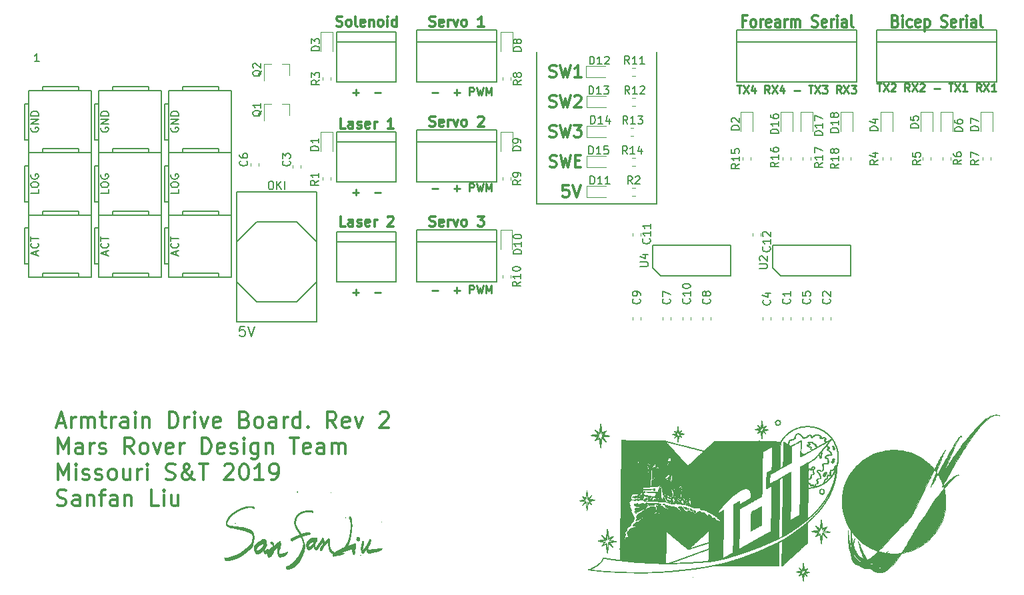
<source format=gbr>
G04 #@! TF.GenerationSoftware,KiCad,Pcbnew,(5.0.2)-1*
G04 #@! TF.CreationDate,2019-03-03T16:13:39-06:00*
G04 #@! TF.ProjectId,ArmDriveBoard_Hardware,41726d44-7269-4766-9542-6f6172645f48,rev?*
G04 #@! TF.SameCoordinates,Original*
G04 #@! TF.FileFunction,Legend,Top*
G04 #@! TF.FilePolarity,Positive*
%FSLAX46Y46*%
G04 Gerber Fmt 4.6, Leading zero omitted, Abs format (unit mm)*
G04 Created by KiCad (PCBNEW (5.0.2)-1) date 3/3/2019 4:13:39 PM*
%MOMM*%
%LPD*%
G01*
G04 APERTURE LIST*
%ADD10C,0.250000*%
%ADD11C,0.200000*%
%ADD12C,0.300000*%
%ADD13C,0.152400*%
%ADD14C,0.150000*%
%ADD15C,0.120000*%
%ADD16C,0.010000*%
G04 APERTURE END LIST*
D10*
X172109285Y-110307428D02*
X172871190Y-110307428D01*
X174871190Y-110307428D02*
X175633095Y-110307428D01*
X175252142Y-110688380D02*
X175252142Y-109926476D01*
X176871190Y-110688380D02*
X176871190Y-109688380D01*
X177252142Y-109688380D01*
X177347380Y-109736000D01*
X177395000Y-109783619D01*
X177442619Y-109878857D01*
X177442619Y-110021714D01*
X177395000Y-110116952D01*
X177347380Y-110164571D01*
X177252142Y-110212190D01*
X176871190Y-110212190D01*
X177775952Y-109688380D02*
X178014047Y-110688380D01*
X178204523Y-109974095D01*
X178395000Y-110688380D01*
X178633095Y-109688380D01*
X179014047Y-110688380D02*
X179014047Y-109688380D01*
X179347380Y-110402666D01*
X179680714Y-109688380D01*
X179680714Y-110688380D01*
X172109285Y-97353428D02*
X172871190Y-97353428D01*
X174871190Y-97353428D02*
X175633095Y-97353428D01*
X175252142Y-97734380D02*
X175252142Y-96972476D01*
X176871190Y-97734380D02*
X176871190Y-96734380D01*
X177252142Y-96734380D01*
X177347380Y-96782000D01*
X177395000Y-96829619D01*
X177442619Y-96924857D01*
X177442619Y-97067714D01*
X177395000Y-97162952D01*
X177347380Y-97210571D01*
X177252142Y-97258190D01*
X176871190Y-97258190D01*
X177775952Y-96734380D02*
X178014047Y-97734380D01*
X178204523Y-97020095D01*
X178395000Y-97734380D01*
X178633095Y-96734380D01*
X179014047Y-97734380D02*
X179014047Y-96734380D01*
X179347380Y-97448666D01*
X179680714Y-96734380D01*
X179680714Y-97734380D01*
D11*
X185420000Y-99314000D02*
X185420000Y-95250000D01*
X200660000Y-99314000D02*
X185420000Y-99314000D01*
X200660000Y-95250000D02*
X200660000Y-99314000D01*
D12*
X189452285Y-96968571D02*
X188738000Y-96968571D01*
X188666571Y-97682857D01*
X188738000Y-97611428D01*
X188880857Y-97540000D01*
X189238000Y-97540000D01*
X189380857Y-97611428D01*
X189452285Y-97682857D01*
X189523714Y-97825714D01*
X189523714Y-98182857D01*
X189452285Y-98325714D01*
X189380857Y-98397142D01*
X189238000Y-98468571D01*
X188880857Y-98468571D01*
X188738000Y-98397142D01*
X188666571Y-98325714D01*
X189952285Y-96968571D02*
X190452285Y-98468571D01*
X190952285Y-96968571D01*
D11*
X185420000Y-95250000D02*
X185420000Y-80010000D01*
X200660000Y-80010000D02*
X200660000Y-95250000D01*
D12*
X171812857Y-102114047D02*
X171994285Y-102174523D01*
X172296666Y-102174523D01*
X172417619Y-102114047D01*
X172478095Y-102053571D01*
X172538571Y-101932619D01*
X172538571Y-101811666D01*
X172478095Y-101690714D01*
X172417619Y-101630238D01*
X172296666Y-101569761D01*
X172054761Y-101509285D01*
X171933809Y-101448809D01*
X171873333Y-101388333D01*
X171812857Y-101267380D01*
X171812857Y-101146428D01*
X171873333Y-101025476D01*
X171933809Y-100965000D01*
X172054761Y-100904523D01*
X172357142Y-100904523D01*
X172538571Y-100965000D01*
X173566666Y-102114047D02*
X173445714Y-102174523D01*
X173203809Y-102174523D01*
X173082857Y-102114047D01*
X173022380Y-101993095D01*
X173022380Y-101509285D01*
X173082857Y-101388333D01*
X173203809Y-101327857D01*
X173445714Y-101327857D01*
X173566666Y-101388333D01*
X173627142Y-101509285D01*
X173627142Y-101630238D01*
X173022380Y-101751190D01*
X174171428Y-102174523D02*
X174171428Y-101327857D01*
X174171428Y-101569761D02*
X174231904Y-101448809D01*
X174292380Y-101388333D01*
X174413333Y-101327857D01*
X174534285Y-101327857D01*
X174836666Y-101327857D02*
X175139047Y-102174523D01*
X175441428Y-101327857D01*
X176106666Y-102174523D02*
X175985714Y-102114047D01*
X175925238Y-102053571D01*
X175864761Y-101932619D01*
X175864761Y-101569761D01*
X175925238Y-101448809D01*
X175985714Y-101388333D01*
X176106666Y-101327857D01*
X176288095Y-101327857D01*
X176409047Y-101388333D01*
X176469523Y-101448809D01*
X176530000Y-101569761D01*
X176530000Y-101932619D01*
X176469523Y-102053571D01*
X176409047Y-102114047D01*
X176288095Y-102174523D01*
X176106666Y-102174523D01*
X177920952Y-100904523D02*
X178707142Y-100904523D01*
X178283809Y-101388333D01*
X178465238Y-101388333D01*
X178586190Y-101448809D01*
X178646666Y-101509285D01*
X178707142Y-101630238D01*
X178707142Y-101932619D01*
X178646666Y-102053571D01*
X178586190Y-102114047D01*
X178465238Y-102174523D01*
X178102380Y-102174523D01*
X177981428Y-102114047D01*
X177920952Y-102053571D01*
D10*
X172109285Y-85161428D02*
X172871190Y-85161428D01*
X174871190Y-85161428D02*
X175633095Y-85161428D01*
X175252142Y-85542380D02*
X175252142Y-84780476D01*
X176871190Y-85542380D02*
X176871190Y-84542380D01*
X177252142Y-84542380D01*
X177347380Y-84590000D01*
X177395000Y-84637619D01*
X177442619Y-84732857D01*
X177442619Y-84875714D01*
X177395000Y-84970952D01*
X177347380Y-85018571D01*
X177252142Y-85066190D01*
X176871190Y-85066190D01*
X177775952Y-84542380D02*
X178014047Y-85542380D01*
X178204523Y-84828095D01*
X178395000Y-85542380D01*
X178633095Y-84542380D01*
X179014047Y-85542380D02*
X179014047Y-84542380D01*
X179347380Y-85256666D01*
X179680714Y-84542380D01*
X179680714Y-85542380D01*
X162068095Y-85161428D02*
X162830000Y-85161428D01*
X162449047Y-85542380D02*
X162449047Y-84780476D01*
X164830000Y-85161428D02*
X165591904Y-85161428D01*
X162068095Y-97861428D02*
X162830000Y-97861428D01*
X162449047Y-98242380D02*
X162449047Y-97480476D01*
X164830000Y-97861428D02*
X165591904Y-97861428D01*
D13*
X148348095Y-114874523D02*
X147743333Y-114874523D01*
X147682857Y-115479285D01*
X147743333Y-115418809D01*
X147864285Y-115358333D01*
X148166666Y-115358333D01*
X148287619Y-115418809D01*
X148348095Y-115479285D01*
X148408571Y-115600238D01*
X148408571Y-115902619D01*
X148348095Y-116023571D01*
X148287619Y-116084047D01*
X148166666Y-116144523D01*
X147864285Y-116144523D01*
X147743333Y-116084047D01*
X147682857Y-116023571D01*
X148771428Y-114874523D02*
X149194761Y-116144523D01*
X149618095Y-114874523D01*
D12*
X211967547Y-76092857D02*
X211534214Y-76092857D01*
X211534214Y-76878571D02*
X211534214Y-75378571D01*
X212153261Y-75378571D01*
X212834214Y-76878571D02*
X212710404Y-76807142D01*
X212648500Y-76735714D01*
X212586595Y-76592857D01*
X212586595Y-76164285D01*
X212648500Y-76021428D01*
X212710404Y-75950000D01*
X212834214Y-75878571D01*
X213019928Y-75878571D01*
X213143738Y-75950000D01*
X213205642Y-76021428D01*
X213267547Y-76164285D01*
X213267547Y-76592857D01*
X213205642Y-76735714D01*
X213143738Y-76807142D01*
X213019928Y-76878571D01*
X212834214Y-76878571D01*
X213824690Y-76878571D02*
X213824690Y-75878571D01*
X213824690Y-76164285D02*
X213886595Y-76021428D01*
X213948500Y-75950000D01*
X214072309Y-75878571D01*
X214196119Y-75878571D01*
X215124690Y-76807142D02*
X215000880Y-76878571D01*
X214753261Y-76878571D01*
X214629452Y-76807142D01*
X214567547Y-76664285D01*
X214567547Y-76092857D01*
X214629452Y-75950000D01*
X214753261Y-75878571D01*
X215000880Y-75878571D01*
X215124690Y-75950000D01*
X215186595Y-76092857D01*
X215186595Y-76235714D01*
X214567547Y-76378571D01*
X216300880Y-76878571D02*
X216300880Y-76092857D01*
X216238976Y-75950000D01*
X216115166Y-75878571D01*
X215867547Y-75878571D01*
X215743738Y-75950000D01*
X216300880Y-76807142D02*
X216177071Y-76878571D01*
X215867547Y-76878571D01*
X215743738Y-76807142D01*
X215681833Y-76664285D01*
X215681833Y-76521428D01*
X215743738Y-76378571D01*
X215867547Y-76307142D01*
X216177071Y-76307142D01*
X216300880Y-76235714D01*
X216919928Y-76878571D02*
X216919928Y-75878571D01*
X216919928Y-76164285D02*
X216981833Y-76021428D01*
X217043738Y-75950000D01*
X217167547Y-75878571D01*
X217291357Y-75878571D01*
X217724690Y-76878571D02*
X217724690Y-75878571D01*
X217724690Y-76021428D02*
X217786595Y-75950000D01*
X217910404Y-75878571D01*
X218096119Y-75878571D01*
X218219928Y-75950000D01*
X218281833Y-76092857D01*
X218281833Y-76878571D01*
X218281833Y-76092857D02*
X218343738Y-75950000D01*
X218467547Y-75878571D01*
X218653261Y-75878571D01*
X218777071Y-75950000D01*
X218838976Y-76092857D01*
X218838976Y-76878571D01*
X220386595Y-76807142D02*
X220572309Y-76878571D01*
X220881833Y-76878571D01*
X221005642Y-76807142D01*
X221067547Y-76735714D01*
X221129452Y-76592857D01*
X221129452Y-76450000D01*
X221067547Y-76307142D01*
X221005642Y-76235714D01*
X220881833Y-76164285D01*
X220634214Y-76092857D01*
X220510404Y-76021428D01*
X220448500Y-75950000D01*
X220386595Y-75807142D01*
X220386595Y-75664285D01*
X220448500Y-75521428D01*
X220510404Y-75450000D01*
X220634214Y-75378571D01*
X220943738Y-75378571D01*
X221129452Y-75450000D01*
X222181833Y-76807142D02*
X222058023Y-76878571D01*
X221810404Y-76878571D01*
X221686595Y-76807142D01*
X221624690Y-76664285D01*
X221624690Y-76092857D01*
X221686595Y-75950000D01*
X221810404Y-75878571D01*
X222058023Y-75878571D01*
X222181833Y-75950000D01*
X222243738Y-76092857D01*
X222243738Y-76235714D01*
X221624690Y-76378571D01*
X222800880Y-76878571D02*
X222800880Y-75878571D01*
X222800880Y-76164285D02*
X222862785Y-76021428D01*
X222924690Y-75950000D01*
X223048500Y-75878571D01*
X223172309Y-75878571D01*
X223605642Y-76878571D02*
X223605642Y-75878571D01*
X223605642Y-75378571D02*
X223543738Y-75450000D01*
X223605642Y-75521428D01*
X223667547Y-75450000D01*
X223605642Y-75378571D01*
X223605642Y-75521428D01*
X224781833Y-76878571D02*
X224781833Y-76092857D01*
X224719928Y-75950000D01*
X224596119Y-75878571D01*
X224348500Y-75878571D01*
X224224690Y-75950000D01*
X224781833Y-76807142D02*
X224658023Y-76878571D01*
X224348500Y-76878571D01*
X224224690Y-76807142D01*
X224162785Y-76664285D01*
X224162785Y-76521428D01*
X224224690Y-76378571D01*
X224348500Y-76307142D01*
X224658023Y-76307142D01*
X224781833Y-76235714D01*
X225586595Y-76878571D02*
X225462785Y-76807142D01*
X225400880Y-76664285D01*
X225400880Y-75378571D01*
D10*
X228600952Y-84034380D02*
X229172380Y-84034380D01*
X228886666Y-85034380D02*
X228886666Y-84034380D01*
X229410476Y-84034380D02*
X230077142Y-85034380D01*
X230077142Y-84034380D02*
X229410476Y-85034380D01*
X230410476Y-84129619D02*
X230458095Y-84082000D01*
X230553333Y-84034380D01*
X230791428Y-84034380D01*
X230886666Y-84082000D01*
X230934285Y-84129619D01*
X230981904Y-84224857D01*
X230981904Y-84320095D01*
X230934285Y-84462952D01*
X230362857Y-85034380D01*
X230981904Y-85034380D01*
X232743809Y-85034380D02*
X232410476Y-84558190D01*
X232172380Y-85034380D02*
X232172380Y-84034380D01*
X232553333Y-84034380D01*
X232648571Y-84082000D01*
X232696190Y-84129619D01*
X232743809Y-84224857D01*
X232743809Y-84367714D01*
X232696190Y-84462952D01*
X232648571Y-84510571D01*
X232553333Y-84558190D01*
X232172380Y-84558190D01*
X233077142Y-84034380D02*
X233743809Y-85034380D01*
X233743809Y-84034380D02*
X233077142Y-85034380D01*
X234077142Y-84129619D02*
X234124761Y-84082000D01*
X234220000Y-84034380D01*
X234458095Y-84034380D01*
X234553333Y-84082000D01*
X234600952Y-84129619D01*
X234648571Y-84224857D01*
X234648571Y-84320095D01*
X234600952Y-84462952D01*
X234029523Y-85034380D01*
X234648571Y-85034380D01*
X235839047Y-84653428D02*
X236600952Y-84653428D01*
X237696190Y-84034380D02*
X238267619Y-84034380D01*
X237981904Y-85034380D02*
X237981904Y-84034380D01*
X238505714Y-84034380D02*
X239172380Y-85034380D01*
X239172380Y-84034380D02*
X238505714Y-85034380D01*
X240077142Y-85034380D02*
X239505714Y-85034380D01*
X239791428Y-85034380D02*
X239791428Y-84034380D01*
X239696190Y-84177238D01*
X239600952Y-84272476D01*
X239505714Y-84320095D01*
X241839047Y-85034380D02*
X241505714Y-84558190D01*
X241267619Y-85034380D02*
X241267619Y-84034380D01*
X241648571Y-84034380D01*
X241743809Y-84082000D01*
X241791428Y-84129619D01*
X241839047Y-84224857D01*
X241839047Y-84367714D01*
X241791428Y-84462952D01*
X241743809Y-84510571D01*
X241648571Y-84558190D01*
X241267619Y-84558190D01*
X242172380Y-84034380D02*
X242839047Y-85034380D01*
X242839047Y-84034380D02*
X242172380Y-85034380D01*
X243743809Y-85034380D02*
X243172380Y-85034380D01*
X243458095Y-85034380D02*
X243458095Y-84034380D01*
X243362857Y-84177238D01*
X243267619Y-84272476D01*
X243172380Y-84320095D01*
X162068095Y-110561428D02*
X162830000Y-110561428D01*
X162449047Y-110942380D02*
X162449047Y-110180476D01*
X164830000Y-110561428D02*
X165591904Y-110561428D01*
D12*
X187087914Y-94587142D02*
X187302200Y-94658571D01*
X187659342Y-94658571D01*
X187802200Y-94587142D01*
X187873628Y-94515714D01*
X187945057Y-94372857D01*
X187945057Y-94230000D01*
X187873628Y-94087142D01*
X187802200Y-94015714D01*
X187659342Y-93944285D01*
X187373628Y-93872857D01*
X187230771Y-93801428D01*
X187159342Y-93730000D01*
X187087914Y-93587142D01*
X187087914Y-93444285D01*
X187159342Y-93301428D01*
X187230771Y-93230000D01*
X187373628Y-93158571D01*
X187730771Y-93158571D01*
X187945057Y-93230000D01*
X188445057Y-93158571D02*
X188802200Y-94658571D01*
X189087914Y-93587142D01*
X189373628Y-94658571D01*
X189730771Y-93158571D01*
X190302200Y-93872857D02*
X190802200Y-93872857D01*
X191016485Y-94658571D02*
X190302200Y-94658571D01*
X190302200Y-93158571D01*
X191016485Y-93158571D01*
X187052200Y-90777142D02*
X187266485Y-90848571D01*
X187623628Y-90848571D01*
X187766485Y-90777142D01*
X187837914Y-90705714D01*
X187909342Y-90562857D01*
X187909342Y-90420000D01*
X187837914Y-90277142D01*
X187766485Y-90205714D01*
X187623628Y-90134285D01*
X187337914Y-90062857D01*
X187195057Y-89991428D01*
X187123628Y-89920000D01*
X187052200Y-89777142D01*
X187052200Y-89634285D01*
X187123628Y-89491428D01*
X187195057Y-89420000D01*
X187337914Y-89348571D01*
X187695057Y-89348571D01*
X187909342Y-89420000D01*
X188409342Y-89348571D02*
X188766485Y-90848571D01*
X189052200Y-89777142D01*
X189337914Y-90848571D01*
X189695057Y-89348571D01*
X190123628Y-89348571D02*
X191052200Y-89348571D01*
X190552200Y-89920000D01*
X190766485Y-89920000D01*
X190909342Y-89991428D01*
X190980771Y-90062857D01*
X191052200Y-90205714D01*
X191052200Y-90562857D01*
X190980771Y-90705714D01*
X190909342Y-90777142D01*
X190766485Y-90848571D01*
X190337914Y-90848571D01*
X190195057Y-90777142D01*
X190123628Y-90705714D01*
X187052200Y-86967142D02*
X187266485Y-87038571D01*
X187623628Y-87038571D01*
X187766485Y-86967142D01*
X187837914Y-86895714D01*
X187909342Y-86752857D01*
X187909342Y-86610000D01*
X187837914Y-86467142D01*
X187766485Y-86395714D01*
X187623628Y-86324285D01*
X187337914Y-86252857D01*
X187195057Y-86181428D01*
X187123628Y-86110000D01*
X187052200Y-85967142D01*
X187052200Y-85824285D01*
X187123628Y-85681428D01*
X187195057Y-85610000D01*
X187337914Y-85538571D01*
X187695057Y-85538571D01*
X187909342Y-85610000D01*
X188409342Y-85538571D02*
X188766485Y-87038571D01*
X189052200Y-85967142D01*
X189337914Y-87038571D01*
X189695057Y-85538571D01*
X190195057Y-85681428D02*
X190266485Y-85610000D01*
X190409342Y-85538571D01*
X190766485Y-85538571D01*
X190909342Y-85610000D01*
X190980771Y-85681428D01*
X191052200Y-85824285D01*
X191052200Y-85967142D01*
X190980771Y-86181428D01*
X190123628Y-87038571D01*
X191052200Y-87038571D01*
X187052200Y-83157142D02*
X187266485Y-83228571D01*
X187623628Y-83228571D01*
X187766485Y-83157142D01*
X187837914Y-83085714D01*
X187909342Y-82942857D01*
X187909342Y-82800000D01*
X187837914Y-82657142D01*
X187766485Y-82585714D01*
X187623628Y-82514285D01*
X187337914Y-82442857D01*
X187195057Y-82371428D01*
X187123628Y-82300000D01*
X187052200Y-82157142D01*
X187052200Y-82014285D01*
X187123628Y-81871428D01*
X187195057Y-81800000D01*
X187337914Y-81728571D01*
X187695057Y-81728571D01*
X187909342Y-81800000D01*
X188409342Y-81728571D02*
X188766485Y-83228571D01*
X189052200Y-82157142D01*
X189337914Y-83228571D01*
X189695057Y-81728571D01*
X191052200Y-83228571D02*
X190195057Y-83228571D01*
X190623628Y-83228571D02*
X190623628Y-81728571D01*
X190480771Y-81942857D01*
X190337914Y-82085714D01*
X190195057Y-82157142D01*
X124527952Y-127209333D02*
X125480333Y-127209333D01*
X124337476Y-127780761D02*
X125004142Y-125780761D01*
X125670809Y-127780761D01*
X126337476Y-127780761D02*
X126337476Y-126447428D01*
X126337476Y-126828380D02*
X126432714Y-126637904D01*
X126527952Y-126542666D01*
X126718428Y-126447428D01*
X126908904Y-126447428D01*
X127575571Y-127780761D02*
X127575571Y-126447428D01*
X127575571Y-126637904D02*
X127670809Y-126542666D01*
X127861285Y-126447428D01*
X128147000Y-126447428D01*
X128337476Y-126542666D01*
X128432714Y-126733142D01*
X128432714Y-127780761D01*
X128432714Y-126733142D02*
X128527952Y-126542666D01*
X128718428Y-126447428D01*
X129004142Y-126447428D01*
X129194619Y-126542666D01*
X129289857Y-126733142D01*
X129289857Y-127780761D01*
X129956523Y-126447428D02*
X130718428Y-126447428D01*
X130242238Y-125780761D02*
X130242238Y-127495047D01*
X130337476Y-127685523D01*
X130527952Y-127780761D01*
X130718428Y-127780761D01*
X131385095Y-127780761D02*
X131385095Y-126447428D01*
X131385095Y-126828380D02*
X131480333Y-126637904D01*
X131575571Y-126542666D01*
X131766047Y-126447428D01*
X131956523Y-126447428D01*
X133480333Y-127780761D02*
X133480333Y-126733142D01*
X133385095Y-126542666D01*
X133194619Y-126447428D01*
X132813666Y-126447428D01*
X132623190Y-126542666D01*
X133480333Y-127685523D02*
X133289857Y-127780761D01*
X132813666Y-127780761D01*
X132623190Y-127685523D01*
X132527952Y-127495047D01*
X132527952Y-127304571D01*
X132623190Y-127114095D01*
X132813666Y-127018857D01*
X133289857Y-127018857D01*
X133480333Y-126923619D01*
X134432714Y-127780761D02*
X134432714Y-126447428D01*
X134432714Y-125780761D02*
X134337476Y-125876000D01*
X134432714Y-125971238D01*
X134527952Y-125876000D01*
X134432714Y-125780761D01*
X134432714Y-125971238D01*
X135385095Y-126447428D02*
X135385095Y-127780761D01*
X135385095Y-126637904D02*
X135480333Y-126542666D01*
X135670809Y-126447428D01*
X135956523Y-126447428D01*
X136147000Y-126542666D01*
X136242238Y-126733142D01*
X136242238Y-127780761D01*
X138718428Y-127780761D02*
X138718428Y-125780761D01*
X139194619Y-125780761D01*
X139480333Y-125876000D01*
X139670809Y-126066476D01*
X139766047Y-126256952D01*
X139861285Y-126637904D01*
X139861285Y-126923619D01*
X139766047Y-127304571D01*
X139670809Y-127495047D01*
X139480333Y-127685523D01*
X139194619Y-127780761D01*
X138718428Y-127780761D01*
X140718428Y-127780761D02*
X140718428Y-126447428D01*
X140718428Y-126828380D02*
X140813666Y-126637904D01*
X140908904Y-126542666D01*
X141099380Y-126447428D01*
X141289857Y-126447428D01*
X141956523Y-127780761D02*
X141956523Y-126447428D01*
X141956523Y-125780761D02*
X141861285Y-125876000D01*
X141956523Y-125971238D01*
X142051761Y-125876000D01*
X141956523Y-125780761D01*
X141956523Y-125971238D01*
X142718428Y-126447428D02*
X143194619Y-127780761D01*
X143670809Y-126447428D01*
X145194619Y-127685523D02*
X145004142Y-127780761D01*
X144623190Y-127780761D01*
X144432714Y-127685523D01*
X144337476Y-127495047D01*
X144337476Y-126733142D01*
X144432714Y-126542666D01*
X144623190Y-126447428D01*
X145004142Y-126447428D01*
X145194619Y-126542666D01*
X145289857Y-126733142D01*
X145289857Y-126923619D01*
X144337476Y-127114095D01*
X148337476Y-126733142D02*
X148623190Y-126828380D01*
X148718428Y-126923619D01*
X148813666Y-127114095D01*
X148813666Y-127399809D01*
X148718428Y-127590285D01*
X148623190Y-127685523D01*
X148432714Y-127780761D01*
X147670809Y-127780761D01*
X147670809Y-125780761D01*
X148337476Y-125780761D01*
X148527952Y-125876000D01*
X148623190Y-125971238D01*
X148718428Y-126161714D01*
X148718428Y-126352190D01*
X148623190Y-126542666D01*
X148527952Y-126637904D01*
X148337476Y-126733142D01*
X147670809Y-126733142D01*
X149956523Y-127780761D02*
X149766047Y-127685523D01*
X149670809Y-127590285D01*
X149575571Y-127399809D01*
X149575571Y-126828380D01*
X149670809Y-126637904D01*
X149766047Y-126542666D01*
X149956523Y-126447428D01*
X150242238Y-126447428D01*
X150432714Y-126542666D01*
X150527952Y-126637904D01*
X150623190Y-126828380D01*
X150623190Y-127399809D01*
X150527952Y-127590285D01*
X150432714Y-127685523D01*
X150242238Y-127780761D01*
X149956523Y-127780761D01*
X152337476Y-127780761D02*
X152337476Y-126733142D01*
X152242238Y-126542666D01*
X152051761Y-126447428D01*
X151670809Y-126447428D01*
X151480333Y-126542666D01*
X152337476Y-127685523D02*
X152147000Y-127780761D01*
X151670809Y-127780761D01*
X151480333Y-127685523D01*
X151385095Y-127495047D01*
X151385095Y-127304571D01*
X151480333Y-127114095D01*
X151670809Y-127018857D01*
X152147000Y-127018857D01*
X152337476Y-126923619D01*
X153289857Y-127780761D02*
X153289857Y-126447428D01*
X153289857Y-126828380D02*
X153385095Y-126637904D01*
X153480333Y-126542666D01*
X153670809Y-126447428D01*
X153861285Y-126447428D01*
X155385095Y-127780761D02*
X155385095Y-125780761D01*
X155385095Y-127685523D02*
X155194619Y-127780761D01*
X154813666Y-127780761D01*
X154623190Y-127685523D01*
X154527952Y-127590285D01*
X154432714Y-127399809D01*
X154432714Y-126828380D01*
X154527952Y-126637904D01*
X154623190Y-126542666D01*
X154813666Y-126447428D01*
X155194619Y-126447428D01*
X155385095Y-126542666D01*
X156337476Y-127590285D02*
X156432714Y-127685523D01*
X156337476Y-127780761D01*
X156242238Y-127685523D01*
X156337476Y-127590285D01*
X156337476Y-127780761D01*
X159956523Y-127780761D02*
X159289857Y-126828380D01*
X158813666Y-127780761D02*
X158813666Y-125780761D01*
X159575571Y-125780761D01*
X159766047Y-125876000D01*
X159861285Y-125971238D01*
X159956523Y-126161714D01*
X159956523Y-126447428D01*
X159861285Y-126637904D01*
X159766047Y-126733142D01*
X159575571Y-126828380D01*
X158813666Y-126828380D01*
X161575571Y-127685523D02*
X161385095Y-127780761D01*
X161004142Y-127780761D01*
X160813666Y-127685523D01*
X160718428Y-127495047D01*
X160718428Y-126733142D01*
X160813666Y-126542666D01*
X161004142Y-126447428D01*
X161385095Y-126447428D01*
X161575571Y-126542666D01*
X161670809Y-126733142D01*
X161670809Y-126923619D01*
X160718428Y-127114095D01*
X162337476Y-126447428D02*
X162813666Y-127780761D01*
X163289857Y-126447428D01*
X165480333Y-125971238D02*
X165575571Y-125876000D01*
X165766047Y-125780761D01*
X166242238Y-125780761D01*
X166432714Y-125876000D01*
X166527952Y-125971238D01*
X166623190Y-126161714D01*
X166623190Y-126352190D01*
X166527952Y-126637904D01*
X165385095Y-127780761D01*
X166623190Y-127780761D01*
X124623190Y-131080761D02*
X124623190Y-129080761D01*
X125289857Y-130509333D01*
X125956523Y-129080761D01*
X125956523Y-131080761D01*
X127766047Y-131080761D02*
X127766047Y-130033142D01*
X127670809Y-129842666D01*
X127480333Y-129747428D01*
X127099380Y-129747428D01*
X126908904Y-129842666D01*
X127766047Y-130985523D02*
X127575571Y-131080761D01*
X127099380Y-131080761D01*
X126908904Y-130985523D01*
X126813666Y-130795047D01*
X126813666Y-130604571D01*
X126908904Y-130414095D01*
X127099380Y-130318857D01*
X127575571Y-130318857D01*
X127766047Y-130223619D01*
X128718428Y-131080761D02*
X128718428Y-129747428D01*
X128718428Y-130128380D02*
X128813666Y-129937904D01*
X128908904Y-129842666D01*
X129099380Y-129747428D01*
X129289857Y-129747428D01*
X129861285Y-130985523D02*
X130051761Y-131080761D01*
X130432714Y-131080761D01*
X130623190Y-130985523D01*
X130718428Y-130795047D01*
X130718428Y-130699809D01*
X130623190Y-130509333D01*
X130432714Y-130414095D01*
X130147000Y-130414095D01*
X129956523Y-130318857D01*
X129861285Y-130128380D01*
X129861285Y-130033142D01*
X129956523Y-129842666D01*
X130147000Y-129747428D01*
X130432714Y-129747428D01*
X130623190Y-129842666D01*
X134242238Y-131080761D02*
X133575571Y-130128380D01*
X133099380Y-131080761D02*
X133099380Y-129080761D01*
X133861285Y-129080761D01*
X134051761Y-129176000D01*
X134147000Y-129271238D01*
X134242238Y-129461714D01*
X134242238Y-129747428D01*
X134147000Y-129937904D01*
X134051761Y-130033142D01*
X133861285Y-130128380D01*
X133099380Y-130128380D01*
X135385095Y-131080761D02*
X135194619Y-130985523D01*
X135099380Y-130890285D01*
X135004142Y-130699809D01*
X135004142Y-130128380D01*
X135099380Y-129937904D01*
X135194619Y-129842666D01*
X135385095Y-129747428D01*
X135670809Y-129747428D01*
X135861285Y-129842666D01*
X135956523Y-129937904D01*
X136051761Y-130128380D01*
X136051761Y-130699809D01*
X135956523Y-130890285D01*
X135861285Y-130985523D01*
X135670809Y-131080761D01*
X135385095Y-131080761D01*
X136718428Y-129747428D02*
X137194619Y-131080761D01*
X137670809Y-129747428D01*
X139194619Y-130985523D02*
X139004142Y-131080761D01*
X138623190Y-131080761D01*
X138432714Y-130985523D01*
X138337476Y-130795047D01*
X138337476Y-130033142D01*
X138432714Y-129842666D01*
X138623190Y-129747428D01*
X139004142Y-129747428D01*
X139194619Y-129842666D01*
X139289857Y-130033142D01*
X139289857Y-130223619D01*
X138337476Y-130414095D01*
X140147000Y-131080761D02*
X140147000Y-129747428D01*
X140147000Y-130128380D02*
X140242238Y-129937904D01*
X140337476Y-129842666D01*
X140527952Y-129747428D01*
X140718428Y-129747428D01*
X142908904Y-131080761D02*
X142908904Y-129080761D01*
X143385095Y-129080761D01*
X143670809Y-129176000D01*
X143861285Y-129366476D01*
X143956523Y-129556952D01*
X144051761Y-129937904D01*
X144051761Y-130223619D01*
X143956523Y-130604571D01*
X143861285Y-130795047D01*
X143670809Y-130985523D01*
X143385095Y-131080761D01*
X142908904Y-131080761D01*
X145670809Y-130985523D02*
X145480333Y-131080761D01*
X145099380Y-131080761D01*
X144908904Y-130985523D01*
X144813666Y-130795047D01*
X144813666Y-130033142D01*
X144908904Y-129842666D01*
X145099380Y-129747428D01*
X145480333Y-129747428D01*
X145670809Y-129842666D01*
X145766047Y-130033142D01*
X145766047Y-130223619D01*
X144813666Y-130414095D01*
X146527952Y-130985523D02*
X146718428Y-131080761D01*
X147099380Y-131080761D01*
X147289857Y-130985523D01*
X147385095Y-130795047D01*
X147385095Y-130699809D01*
X147289857Y-130509333D01*
X147099380Y-130414095D01*
X146813666Y-130414095D01*
X146623190Y-130318857D01*
X146527952Y-130128380D01*
X146527952Y-130033142D01*
X146623190Y-129842666D01*
X146813666Y-129747428D01*
X147099380Y-129747428D01*
X147289857Y-129842666D01*
X148242238Y-131080761D02*
X148242238Y-129747428D01*
X148242238Y-129080761D02*
X148147000Y-129176000D01*
X148242238Y-129271238D01*
X148337476Y-129176000D01*
X148242238Y-129080761D01*
X148242238Y-129271238D01*
X150051761Y-129747428D02*
X150051761Y-131366476D01*
X149956523Y-131556952D01*
X149861285Y-131652190D01*
X149670809Y-131747428D01*
X149385095Y-131747428D01*
X149194619Y-131652190D01*
X150051761Y-130985523D02*
X149861285Y-131080761D01*
X149480333Y-131080761D01*
X149289857Y-130985523D01*
X149194619Y-130890285D01*
X149099380Y-130699809D01*
X149099380Y-130128380D01*
X149194619Y-129937904D01*
X149289857Y-129842666D01*
X149480333Y-129747428D01*
X149861285Y-129747428D01*
X150051761Y-129842666D01*
X151004142Y-129747428D02*
X151004142Y-131080761D01*
X151004142Y-129937904D02*
X151099380Y-129842666D01*
X151289857Y-129747428D01*
X151575571Y-129747428D01*
X151766047Y-129842666D01*
X151861285Y-130033142D01*
X151861285Y-131080761D01*
X154051761Y-129080761D02*
X155194619Y-129080761D01*
X154623190Y-131080761D02*
X154623190Y-129080761D01*
X156623190Y-130985523D02*
X156432714Y-131080761D01*
X156051761Y-131080761D01*
X155861285Y-130985523D01*
X155766047Y-130795047D01*
X155766047Y-130033142D01*
X155861285Y-129842666D01*
X156051761Y-129747428D01*
X156432714Y-129747428D01*
X156623190Y-129842666D01*
X156718428Y-130033142D01*
X156718428Y-130223619D01*
X155766047Y-130414095D01*
X158432714Y-131080761D02*
X158432714Y-130033142D01*
X158337476Y-129842666D01*
X158147000Y-129747428D01*
X157766047Y-129747428D01*
X157575571Y-129842666D01*
X158432714Y-130985523D02*
X158242238Y-131080761D01*
X157766047Y-131080761D01*
X157575571Y-130985523D01*
X157480333Y-130795047D01*
X157480333Y-130604571D01*
X157575571Y-130414095D01*
X157766047Y-130318857D01*
X158242238Y-130318857D01*
X158432714Y-130223619D01*
X159385095Y-131080761D02*
X159385095Y-129747428D01*
X159385095Y-129937904D02*
X159480333Y-129842666D01*
X159670809Y-129747428D01*
X159956523Y-129747428D01*
X160147000Y-129842666D01*
X160242238Y-130033142D01*
X160242238Y-131080761D01*
X160242238Y-130033142D02*
X160337476Y-129842666D01*
X160527952Y-129747428D01*
X160813666Y-129747428D01*
X161004142Y-129842666D01*
X161099380Y-130033142D01*
X161099380Y-131080761D01*
X124623190Y-134380761D02*
X124623190Y-132380761D01*
X125289857Y-133809333D01*
X125956523Y-132380761D01*
X125956523Y-134380761D01*
X126908904Y-134380761D02*
X126908904Y-133047428D01*
X126908904Y-132380761D02*
X126813666Y-132476000D01*
X126908904Y-132571238D01*
X127004142Y-132476000D01*
X126908904Y-132380761D01*
X126908904Y-132571238D01*
X127766047Y-134285523D02*
X127956523Y-134380761D01*
X128337476Y-134380761D01*
X128527952Y-134285523D01*
X128623190Y-134095047D01*
X128623190Y-133999809D01*
X128527952Y-133809333D01*
X128337476Y-133714095D01*
X128051761Y-133714095D01*
X127861285Y-133618857D01*
X127766047Y-133428380D01*
X127766047Y-133333142D01*
X127861285Y-133142666D01*
X128051761Y-133047428D01*
X128337476Y-133047428D01*
X128527952Y-133142666D01*
X129385095Y-134285523D02*
X129575571Y-134380761D01*
X129956523Y-134380761D01*
X130147000Y-134285523D01*
X130242238Y-134095047D01*
X130242238Y-133999809D01*
X130147000Y-133809333D01*
X129956523Y-133714095D01*
X129670809Y-133714095D01*
X129480333Y-133618857D01*
X129385095Y-133428380D01*
X129385095Y-133333142D01*
X129480333Y-133142666D01*
X129670809Y-133047428D01*
X129956523Y-133047428D01*
X130147000Y-133142666D01*
X131385095Y-134380761D02*
X131194619Y-134285523D01*
X131099380Y-134190285D01*
X131004142Y-133999809D01*
X131004142Y-133428380D01*
X131099380Y-133237904D01*
X131194619Y-133142666D01*
X131385095Y-133047428D01*
X131670809Y-133047428D01*
X131861285Y-133142666D01*
X131956523Y-133237904D01*
X132051761Y-133428380D01*
X132051761Y-133999809D01*
X131956523Y-134190285D01*
X131861285Y-134285523D01*
X131670809Y-134380761D01*
X131385095Y-134380761D01*
X133766047Y-133047428D02*
X133766047Y-134380761D01*
X132908904Y-133047428D02*
X132908904Y-134095047D01*
X133004142Y-134285523D01*
X133194619Y-134380761D01*
X133480333Y-134380761D01*
X133670809Y-134285523D01*
X133766047Y-134190285D01*
X134718428Y-134380761D02*
X134718428Y-133047428D01*
X134718428Y-133428380D02*
X134813666Y-133237904D01*
X134908904Y-133142666D01*
X135099380Y-133047428D01*
X135289857Y-133047428D01*
X135956523Y-134380761D02*
X135956523Y-133047428D01*
X135956523Y-132380761D02*
X135861285Y-132476000D01*
X135956523Y-132571238D01*
X136051761Y-132476000D01*
X135956523Y-132380761D01*
X135956523Y-132571238D01*
X138337476Y-134285523D02*
X138623190Y-134380761D01*
X139099380Y-134380761D01*
X139289857Y-134285523D01*
X139385095Y-134190285D01*
X139480333Y-133999809D01*
X139480333Y-133809333D01*
X139385095Y-133618857D01*
X139289857Y-133523619D01*
X139099380Y-133428380D01*
X138718428Y-133333142D01*
X138527952Y-133237904D01*
X138432714Y-133142666D01*
X138337476Y-132952190D01*
X138337476Y-132761714D01*
X138432714Y-132571238D01*
X138527952Y-132476000D01*
X138718428Y-132380761D01*
X139194619Y-132380761D01*
X139480333Y-132476000D01*
X141956523Y-134380761D02*
X141861285Y-134380761D01*
X141670809Y-134285523D01*
X141385095Y-133999809D01*
X140908904Y-133428380D01*
X140718428Y-133142666D01*
X140623190Y-132856952D01*
X140623190Y-132666476D01*
X140718428Y-132476000D01*
X140908904Y-132380761D01*
X141004142Y-132380761D01*
X141194619Y-132476000D01*
X141289857Y-132666476D01*
X141289857Y-132761714D01*
X141194619Y-132952190D01*
X141099380Y-133047428D01*
X140527952Y-133428380D01*
X140432714Y-133523619D01*
X140337476Y-133714095D01*
X140337476Y-133999809D01*
X140432714Y-134190285D01*
X140527952Y-134285523D01*
X140718428Y-134380761D01*
X141004142Y-134380761D01*
X141194619Y-134285523D01*
X141289857Y-134190285D01*
X141575571Y-133809333D01*
X141670809Y-133523619D01*
X141670809Y-133333142D01*
X142527952Y-132380761D02*
X143670809Y-132380761D01*
X143099380Y-134380761D02*
X143099380Y-132380761D01*
X145766047Y-132571238D02*
X145861285Y-132476000D01*
X146051761Y-132380761D01*
X146527952Y-132380761D01*
X146718428Y-132476000D01*
X146813666Y-132571238D01*
X146908904Y-132761714D01*
X146908904Y-132952190D01*
X146813666Y-133237904D01*
X145670809Y-134380761D01*
X146908904Y-134380761D01*
X148147000Y-132380761D02*
X148337476Y-132380761D01*
X148527952Y-132476000D01*
X148623190Y-132571238D01*
X148718428Y-132761714D01*
X148813666Y-133142666D01*
X148813666Y-133618857D01*
X148718428Y-133999809D01*
X148623190Y-134190285D01*
X148527952Y-134285523D01*
X148337476Y-134380761D01*
X148147000Y-134380761D01*
X147956523Y-134285523D01*
X147861285Y-134190285D01*
X147766047Y-133999809D01*
X147670809Y-133618857D01*
X147670809Y-133142666D01*
X147766047Y-132761714D01*
X147861285Y-132571238D01*
X147956523Y-132476000D01*
X148147000Y-132380761D01*
X150718428Y-134380761D02*
X149575571Y-134380761D01*
X150147000Y-134380761D02*
X150147000Y-132380761D01*
X149956523Y-132666476D01*
X149766047Y-132856952D01*
X149575571Y-132952190D01*
X151670809Y-134380761D02*
X152051761Y-134380761D01*
X152242238Y-134285523D01*
X152337476Y-134190285D01*
X152527952Y-133904571D01*
X152623190Y-133523619D01*
X152623190Y-132761714D01*
X152527952Y-132571238D01*
X152432714Y-132476000D01*
X152242238Y-132380761D01*
X151861285Y-132380761D01*
X151670809Y-132476000D01*
X151575571Y-132571238D01*
X151480333Y-132761714D01*
X151480333Y-133237904D01*
X151575571Y-133428380D01*
X151670809Y-133523619D01*
X151861285Y-133618857D01*
X152242238Y-133618857D01*
X152432714Y-133523619D01*
X152527952Y-133428380D01*
X152623190Y-133237904D01*
X124527952Y-137585523D02*
X124813666Y-137680761D01*
X125289857Y-137680761D01*
X125480333Y-137585523D01*
X125575571Y-137490285D01*
X125670809Y-137299809D01*
X125670809Y-137109333D01*
X125575571Y-136918857D01*
X125480333Y-136823619D01*
X125289857Y-136728380D01*
X124908904Y-136633142D01*
X124718428Y-136537904D01*
X124623190Y-136442666D01*
X124527952Y-136252190D01*
X124527952Y-136061714D01*
X124623190Y-135871238D01*
X124718428Y-135776000D01*
X124908904Y-135680761D01*
X125385095Y-135680761D01*
X125670809Y-135776000D01*
X127385095Y-137680761D02*
X127385095Y-136633142D01*
X127289857Y-136442666D01*
X127099380Y-136347428D01*
X126718428Y-136347428D01*
X126527952Y-136442666D01*
X127385095Y-137585523D02*
X127194619Y-137680761D01*
X126718428Y-137680761D01*
X126527952Y-137585523D01*
X126432714Y-137395047D01*
X126432714Y-137204571D01*
X126527952Y-137014095D01*
X126718428Y-136918857D01*
X127194619Y-136918857D01*
X127385095Y-136823619D01*
X128337476Y-136347428D02*
X128337476Y-137680761D01*
X128337476Y-136537904D02*
X128432714Y-136442666D01*
X128623190Y-136347428D01*
X128908904Y-136347428D01*
X129099380Y-136442666D01*
X129194619Y-136633142D01*
X129194619Y-137680761D01*
X129861285Y-136347428D02*
X130623190Y-136347428D01*
X130147000Y-137680761D02*
X130147000Y-135966476D01*
X130242238Y-135776000D01*
X130432714Y-135680761D01*
X130623190Y-135680761D01*
X132147000Y-137680761D02*
X132147000Y-136633142D01*
X132051761Y-136442666D01*
X131861285Y-136347428D01*
X131480333Y-136347428D01*
X131289857Y-136442666D01*
X132147000Y-137585523D02*
X131956523Y-137680761D01*
X131480333Y-137680761D01*
X131289857Y-137585523D01*
X131194619Y-137395047D01*
X131194619Y-137204571D01*
X131289857Y-137014095D01*
X131480333Y-136918857D01*
X131956523Y-136918857D01*
X132147000Y-136823619D01*
X133099380Y-136347428D02*
X133099380Y-137680761D01*
X133099380Y-136537904D02*
X133194619Y-136442666D01*
X133385095Y-136347428D01*
X133670809Y-136347428D01*
X133861285Y-136442666D01*
X133956523Y-136633142D01*
X133956523Y-137680761D01*
X137385095Y-137680761D02*
X136432714Y-137680761D01*
X136432714Y-135680761D01*
X138051761Y-137680761D02*
X138051761Y-136347428D01*
X138051761Y-135680761D02*
X137956523Y-135776000D01*
X138051761Y-135871238D01*
X138147000Y-135776000D01*
X138051761Y-135680761D01*
X138051761Y-135871238D01*
X139861285Y-136347428D02*
X139861285Y-137680761D01*
X139004142Y-136347428D02*
X139004142Y-137395047D01*
X139099380Y-137585523D01*
X139289857Y-137680761D01*
X139575571Y-137680761D01*
X139766047Y-137585523D01*
X139861285Y-137490285D01*
D10*
X210820952Y-84288380D02*
X211392380Y-84288380D01*
X211106666Y-85288380D02*
X211106666Y-84288380D01*
X211630476Y-84288380D02*
X212297142Y-85288380D01*
X212297142Y-84288380D02*
X211630476Y-85288380D01*
X213106666Y-84621714D02*
X213106666Y-85288380D01*
X212868571Y-84240761D02*
X212630476Y-84955047D01*
X213249523Y-84955047D01*
X214963809Y-85288380D02*
X214630476Y-84812190D01*
X214392380Y-85288380D02*
X214392380Y-84288380D01*
X214773333Y-84288380D01*
X214868571Y-84336000D01*
X214916190Y-84383619D01*
X214963809Y-84478857D01*
X214963809Y-84621714D01*
X214916190Y-84716952D01*
X214868571Y-84764571D01*
X214773333Y-84812190D01*
X214392380Y-84812190D01*
X215297142Y-84288380D02*
X215963809Y-85288380D01*
X215963809Y-84288380D02*
X215297142Y-85288380D01*
X216773333Y-84621714D02*
X216773333Y-85288380D01*
X216535238Y-84240761D02*
X216297142Y-84955047D01*
X216916190Y-84955047D01*
X218059047Y-84907428D02*
X218820952Y-84907428D01*
X219916190Y-84288380D02*
X220487619Y-84288380D01*
X220201904Y-85288380D02*
X220201904Y-84288380D01*
X220725714Y-84288380D02*
X221392380Y-85288380D01*
X221392380Y-84288380D02*
X220725714Y-85288380D01*
X221678095Y-84288380D02*
X222297142Y-84288380D01*
X221963809Y-84669333D01*
X222106666Y-84669333D01*
X222201904Y-84716952D01*
X222249523Y-84764571D01*
X222297142Y-84859809D01*
X222297142Y-85097904D01*
X222249523Y-85193142D01*
X222201904Y-85240761D01*
X222106666Y-85288380D01*
X221820952Y-85288380D01*
X221725714Y-85240761D01*
X221678095Y-85193142D01*
X224059047Y-85288380D02*
X223725714Y-84812190D01*
X223487619Y-85288380D02*
X223487619Y-84288380D01*
X223868571Y-84288380D01*
X223963809Y-84336000D01*
X224011428Y-84383619D01*
X224059047Y-84478857D01*
X224059047Y-84621714D01*
X224011428Y-84716952D01*
X223963809Y-84764571D01*
X223868571Y-84812190D01*
X223487619Y-84812190D01*
X224392380Y-84288380D02*
X225059047Y-85288380D01*
X225059047Y-84288380D02*
X224392380Y-85288380D01*
X225344761Y-84288380D02*
X225963809Y-84288380D01*
X225630476Y-84669333D01*
X225773333Y-84669333D01*
X225868571Y-84716952D01*
X225916190Y-84764571D01*
X225963809Y-84859809D01*
X225963809Y-85097904D01*
X225916190Y-85193142D01*
X225868571Y-85240761D01*
X225773333Y-85288380D01*
X225487619Y-85288380D01*
X225392380Y-85240761D01*
X225344761Y-85193142D01*
D12*
X230989047Y-76092857D02*
X231174761Y-76164285D01*
X231236666Y-76235714D01*
X231298571Y-76378571D01*
X231298571Y-76592857D01*
X231236666Y-76735714D01*
X231174761Y-76807142D01*
X231050952Y-76878571D01*
X230555714Y-76878571D01*
X230555714Y-75378571D01*
X230989047Y-75378571D01*
X231112857Y-75450000D01*
X231174761Y-75521428D01*
X231236666Y-75664285D01*
X231236666Y-75807142D01*
X231174761Y-75950000D01*
X231112857Y-76021428D01*
X230989047Y-76092857D01*
X230555714Y-76092857D01*
X231855714Y-76878571D02*
X231855714Y-75878571D01*
X231855714Y-75378571D02*
X231793809Y-75450000D01*
X231855714Y-75521428D01*
X231917619Y-75450000D01*
X231855714Y-75378571D01*
X231855714Y-75521428D01*
X233031904Y-76807142D02*
X232908095Y-76878571D01*
X232660476Y-76878571D01*
X232536666Y-76807142D01*
X232474761Y-76735714D01*
X232412857Y-76592857D01*
X232412857Y-76164285D01*
X232474761Y-76021428D01*
X232536666Y-75950000D01*
X232660476Y-75878571D01*
X232908095Y-75878571D01*
X233031904Y-75950000D01*
X234084285Y-76807142D02*
X233960476Y-76878571D01*
X233712857Y-76878571D01*
X233589047Y-76807142D01*
X233527142Y-76664285D01*
X233527142Y-76092857D01*
X233589047Y-75950000D01*
X233712857Y-75878571D01*
X233960476Y-75878571D01*
X234084285Y-75950000D01*
X234146190Y-76092857D01*
X234146190Y-76235714D01*
X233527142Y-76378571D01*
X234703333Y-75878571D02*
X234703333Y-77378571D01*
X234703333Y-75950000D02*
X234827142Y-75878571D01*
X235074761Y-75878571D01*
X235198571Y-75950000D01*
X235260476Y-76021428D01*
X235322380Y-76164285D01*
X235322380Y-76592857D01*
X235260476Y-76735714D01*
X235198571Y-76807142D01*
X235074761Y-76878571D01*
X234827142Y-76878571D01*
X234703333Y-76807142D01*
X236808095Y-76807142D02*
X236993809Y-76878571D01*
X237303333Y-76878571D01*
X237427142Y-76807142D01*
X237489047Y-76735714D01*
X237550952Y-76592857D01*
X237550952Y-76450000D01*
X237489047Y-76307142D01*
X237427142Y-76235714D01*
X237303333Y-76164285D01*
X237055714Y-76092857D01*
X236931904Y-76021428D01*
X236870000Y-75950000D01*
X236808095Y-75807142D01*
X236808095Y-75664285D01*
X236870000Y-75521428D01*
X236931904Y-75450000D01*
X237055714Y-75378571D01*
X237365238Y-75378571D01*
X237550952Y-75450000D01*
X238603333Y-76807142D02*
X238479523Y-76878571D01*
X238231904Y-76878571D01*
X238108095Y-76807142D01*
X238046190Y-76664285D01*
X238046190Y-76092857D01*
X238108095Y-75950000D01*
X238231904Y-75878571D01*
X238479523Y-75878571D01*
X238603333Y-75950000D01*
X238665238Y-76092857D01*
X238665238Y-76235714D01*
X238046190Y-76378571D01*
X239222380Y-76878571D02*
X239222380Y-75878571D01*
X239222380Y-76164285D02*
X239284285Y-76021428D01*
X239346190Y-75950000D01*
X239470000Y-75878571D01*
X239593809Y-75878571D01*
X240027142Y-76878571D02*
X240027142Y-75878571D01*
X240027142Y-75378571D02*
X239965238Y-75450000D01*
X240027142Y-75521428D01*
X240089047Y-75450000D01*
X240027142Y-75378571D01*
X240027142Y-75521428D01*
X241203333Y-76878571D02*
X241203333Y-76092857D01*
X241141428Y-75950000D01*
X241017619Y-75878571D01*
X240770000Y-75878571D01*
X240646190Y-75950000D01*
X241203333Y-76807142D02*
X241079523Y-76878571D01*
X240770000Y-76878571D01*
X240646190Y-76807142D01*
X240584285Y-76664285D01*
X240584285Y-76521428D01*
X240646190Y-76378571D01*
X240770000Y-76307142D01*
X241079523Y-76307142D01*
X241203333Y-76235714D01*
X242008095Y-76878571D02*
X241884285Y-76807142D01*
X241822380Y-76664285D01*
X241822380Y-75378571D01*
X171812857Y-89414047D02*
X171994285Y-89474523D01*
X172296666Y-89474523D01*
X172417619Y-89414047D01*
X172478095Y-89353571D01*
X172538571Y-89232619D01*
X172538571Y-89111666D01*
X172478095Y-88990714D01*
X172417619Y-88930238D01*
X172296666Y-88869761D01*
X172054761Y-88809285D01*
X171933809Y-88748809D01*
X171873333Y-88688333D01*
X171812857Y-88567380D01*
X171812857Y-88446428D01*
X171873333Y-88325476D01*
X171933809Y-88265000D01*
X172054761Y-88204523D01*
X172357142Y-88204523D01*
X172538571Y-88265000D01*
X173566666Y-89414047D02*
X173445714Y-89474523D01*
X173203809Y-89474523D01*
X173082857Y-89414047D01*
X173022380Y-89293095D01*
X173022380Y-88809285D01*
X173082857Y-88688333D01*
X173203809Y-88627857D01*
X173445714Y-88627857D01*
X173566666Y-88688333D01*
X173627142Y-88809285D01*
X173627142Y-88930238D01*
X173022380Y-89051190D01*
X174171428Y-89474523D02*
X174171428Y-88627857D01*
X174171428Y-88869761D02*
X174231904Y-88748809D01*
X174292380Y-88688333D01*
X174413333Y-88627857D01*
X174534285Y-88627857D01*
X174836666Y-88627857D02*
X175139047Y-89474523D01*
X175441428Y-88627857D01*
X176106666Y-89474523D02*
X175985714Y-89414047D01*
X175925238Y-89353571D01*
X175864761Y-89232619D01*
X175864761Y-88869761D01*
X175925238Y-88748809D01*
X175985714Y-88688333D01*
X176106666Y-88627857D01*
X176288095Y-88627857D01*
X176409047Y-88688333D01*
X176469523Y-88748809D01*
X176530000Y-88869761D01*
X176530000Y-89232619D01*
X176469523Y-89353571D01*
X176409047Y-89414047D01*
X176288095Y-89474523D01*
X176106666Y-89474523D01*
X177981428Y-88325476D02*
X178041904Y-88265000D01*
X178162857Y-88204523D01*
X178465238Y-88204523D01*
X178586190Y-88265000D01*
X178646666Y-88325476D01*
X178707142Y-88446428D01*
X178707142Y-88567380D01*
X178646666Y-88748809D01*
X177920952Y-89474523D01*
X178707142Y-89474523D01*
X171812857Y-76714047D02*
X171994285Y-76774523D01*
X172296666Y-76774523D01*
X172417619Y-76714047D01*
X172478095Y-76653571D01*
X172538571Y-76532619D01*
X172538571Y-76411666D01*
X172478095Y-76290714D01*
X172417619Y-76230238D01*
X172296666Y-76169761D01*
X172054761Y-76109285D01*
X171933809Y-76048809D01*
X171873333Y-75988333D01*
X171812857Y-75867380D01*
X171812857Y-75746428D01*
X171873333Y-75625476D01*
X171933809Y-75565000D01*
X172054761Y-75504523D01*
X172357142Y-75504523D01*
X172538571Y-75565000D01*
X173566666Y-76714047D02*
X173445714Y-76774523D01*
X173203809Y-76774523D01*
X173082857Y-76714047D01*
X173022380Y-76593095D01*
X173022380Y-76109285D01*
X173082857Y-75988333D01*
X173203809Y-75927857D01*
X173445714Y-75927857D01*
X173566666Y-75988333D01*
X173627142Y-76109285D01*
X173627142Y-76230238D01*
X173022380Y-76351190D01*
X174171428Y-76774523D02*
X174171428Y-75927857D01*
X174171428Y-76169761D02*
X174231904Y-76048809D01*
X174292380Y-75988333D01*
X174413333Y-75927857D01*
X174534285Y-75927857D01*
X174836666Y-75927857D02*
X175139047Y-76774523D01*
X175441428Y-75927857D01*
X176106666Y-76774523D02*
X175985714Y-76714047D01*
X175925238Y-76653571D01*
X175864761Y-76532619D01*
X175864761Y-76169761D01*
X175925238Y-76048809D01*
X175985714Y-75988333D01*
X176106666Y-75927857D01*
X176288095Y-75927857D01*
X176409047Y-75988333D01*
X176469523Y-76048809D01*
X176530000Y-76169761D01*
X176530000Y-76532619D01*
X176469523Y-76653571D01*
X176409047Y-76714047D01*
X176288095Y-76774523D01*
X176106666Y-76774523D01*
X178707142Y-76774523D02*
X177981428Y-76774523D01*
X178344285Y-76774523D02*
X178344285Y-75504523D01*
X178223333Y-75685952D01*
X178102380Y-75806904D01*
X177981428Y-75867380D01*
X161108571Y-102174523D02*
X160503809Y-102174523D01*
X160503809Y-100904523D01*
X162076190Y-102174523D02*
X162076190Y-101509285D01*
X162015714Y-101388333D01*
X161894761Y-101327857D01*
X161652857Y-101327857D01*
X161531904Y-101388333D01*
X162076190Y-102114047D02*
X161955238Y-102174523D01*
X161652857Y-102174523D01*
X161531904Y-102114047D01*
X161471428Y-101993095D01*
X161471428Y-101872142D01*
X161531904Y-101751190D01*
X161652857Y-101690714D01*
X161955238Y-101690714D01*
X162076190Y-101630238D01*
X162620476Y-102114047D02*
X162741428Y-102174523D01*
X162983333Y-102174523D01*
X163104285Y-102114047D01*
X163164761Y-101993095D01*
X163164761Y-101932619D01*
X163104285Y-101811666D01*
X162983333Y-101751190D01*
X162801904Y-101751190D01*
X162680952Y-101690714D01*
X162620476Y-101569761D01*
X162620476Y-101509285D01*
X162680952Y-101388333D01*
X162801904Y-101327857D01*
X162983333Y-101327857D01*
X163104285Y-101388333D01*
X164192857Y-102114047D02*
X164071904Y-102174523D01*
X163830000Y-102174523D01*
X163709047Y-102114047D01*
X163648571Y-101993095D01*
X163648571Y-101509285D01*
X163709047Y-101388333D01*
X163830000Y-101327857D01*
X164071904Y-101327857D01*
X164192857Y-101388333D01*
X164253333Y-101509285D01*
X164253333Y-101630238D01*
X163648571Y-101751190D01*
X164797619Y-102174523D02*
X164797619Y-101327857D01*
X164797619Y-101569761D02*
X164858095Y-101448809D01*
X164918571Y-101388333D01*
X165039523Y-101327857D01*
X165160476Y-101327857D01*
X166490952Y-101025476D02*
X166551428Y-100965000D01*
X166672380Y-100904523D01*
X166974761Y-100904523D01*
X167095714Y-100965000D01*
X167156190Y-101025476D01*
X167216666Y-101146428D01*
X167216666Y-101267380D01*
X167156190Y-101448809D01*
X166430476Y-102174523D01*
X167216666Y-102174523D01*
X161108571Y-89728523D02*
X160503809Y-89728523D01*
X160503809Y-88458523D01*
X162076190Y-89728523D02*
X162076190Y-89063285D01*
X162015714Y-88942333D01*
X161894761Y-88881857D01*
X161652857Y-88881857D01*
X161531904Y-88942333D01*
X162076190Y-89668047D02*
X161955238Y-89728523D01*
X161652857Y-89728523D01*
X161531904Y-89668047D01*
X161471428Y-89547095D01*
X161471428Y-89426142D01*
X161531904Y-89305190D01*
X161652857Y-89244714D01*
X161955238Y-89244714D01*
X162076190Y-89184238D01*
X162620476Y-89668047D02*
X162741428Y-89728523D01*
X162983333Y-89728523D01*
X163104285Y-89668047D01*
X163164761Y-89547095D01*
X163164761Y-89486619D01*
X163104285Y-89365666D01*
X162983333Y-89305190D01*
X162801904Y-89305190D01*
X162680952Y-89244714D01*
X162620476Y-89123761D01*
X162620476Y-89063285D01*
X162680952Y-88942333D01*
X162801904Y-88881857D01*
X162983333Y-88881857D01*
X163104285Y-88942333D01*
X164192857Y-89668047D02*
X164071904Y-89728523D01*
X163830000Y-89728523D01*
X163709047Y-89668047D01*
X163648571Y-89547095D01*
X163648571Y-89063285D01*
X163709047Y-88942333D01*
X163830000Y-88881857D01*
X164071904Y-88881857D01*
X164192857Y-88942333D01*
X164253333Y-89063285D01*
X164253333Y-89184238D01*
X163648571Y-89305190D01*
X164797619Y-89728523D02*
X164797619Y-88881857D01*
X164797619Y-89123761D02*
X164858095Y-89002809D01*
X164918571Y-88942333D01*
X165039523Y-88881857D01*
X165160476Y-88881857D01*
X167216666Y-89728523D02*
X166490952Y-89728523D01*
X166853809Y-89728523D02*
X166853809Y-88458523D01*
X166732857Y-88639952D01*
X166611904Y-88760904D01*
X166490952Y-88821380D01*
X159989761Y-76714047D02*
X160171190Y-76774523D01*
X160473571Y-76774523D01*
X160594523Y-76714047D01*
X160655000Y-76653571D01*
X160715476Y-76532619D01*
X160715476Y-76411666D01*
X160655000Y-76290714D01*
X160594523Y-76230238D01*
X160473571Y-76169761D01*
X160231666Y-76109285D01*
X160110714Y-76048809D01*
X160050238Y-75988333D01*
X159989761Y-75867380D01*
X159989761Y-75746428D01*
X160050238Y-75625476D01*
X160110714Y-75565000D01*
X160231666Y-75504523D01*
X160534047Y-75504523D01*
X160715476Y-75565000D01*
X161441190Y-76774523D02*
X161320238Y-76714047D01*
X161259761Y-76653571D01*
X161199285Y-76532619D01*
X161199285Y-76169761D01*
X161259761Y-76048809D01*
X161320238Y-75988333D01*
X161441190Y-75927857D01*
X161622619Y-75927857D01*
X161743571Y-75988333D01*
X161804047Y-76048809D01*
X161864523Y-76169761D01*
X161864523Y-76532619D01*
X161804047Y-76653571D01*
X161743571Y-76714047D01*
X161622619Y-76774523D01*
X161441190Y-76774523D01*
X162590238Y-76774523D02*
X162469285Y-76714047D01*
X162408809Y-76593095D01*
X162408809Y-75504523D01*
X163557857Y-76714047D02*
X163436904Y-76774523D01*
X163195000Y-76774523D01*
X163074047Y-76714047D01*
X163013571Y-76593095D01*
X163013571Y-76109285D01*
X163074047Y-75988333D01*
X163195000Y-75927857D01*
X163436904Y-75927857D01*
X163557857Y-75988333D01*
X163618333Y-76109285D01*
X163618333Y-76230238D01*
X163013571Y-76351190D01*
X164162619Y-75927857D02*
X164162619Y-76774523D01*
X164162619Y-76048809D02*
X164223095Y-75988333D01*
X164344047Y-75927857D01*
X164525476Y-75927857D01*
X164646428Y-75988333D01*
X164706904Y-76109285D01*
X164706904Y-76774523D01*
X165493095Y-76774523D02*
X165372142Y-76714047D01*
X165311666Y-76653571D01*
X165251190Y-76532619D01*
X165251190Y-76169761D01*
X165311666Y-76048809D01*
X165372142Y-75988333D01*
X165493095Y-75927857D01*
X165674523Y-75927857D01*
X165795476Y-75988333D01*
X165855952Y-76048809D01*
X165916428Y-76169761D01*
X165916428Y-76532619D01*
X165855952Y-76653571D01*
X165795476Y-76714047D01*
X165674523Y-76774523D01*
X165493095Y-76774523D01*
X166460714Y-76774523D02*
X166460714Y-75927857D01*
X166460714Y-75504523D02*
X166400238Y-75565000D01*
X166460714Y-75625476D01*
X166521190Y-75565000D01*
X166460714Y-75504523D01*
X166460714Y-75625476D01*
X167609761Y-76774523D02*
X167609761Y-75504523D01*
X167609761Y-76714047D02*
X167488809Y-76774523D01*
X167246904Y-76774523D01*
X167125952Y-76714047D01*
X167065476Y-76653571D01*
X167005000Y-76532619D01*
X167005000Y-76169761D01*
X167065476Y-76048809D01*
X167125952Y-75988333D01*
X167246904Y-75927857D01*
X167488809Y-75927857D01*
X167609761Y-75988333D01*
D14*
G04 #@! TO.C,U2*
X216395000Y-108470000D02*
X215395000Y-107470000D01*
X225295000Y-108470000D02*
X216395000Y-108470000D01*
X225295000Y-104570000D02*
X225295000Y-108470000D01*
X215395000Y-104570000D02*
X225295000Y-104570000D01*
X215395000Y-107470000D02*
X215395000Y-104570000D01*
D15*
G04 #@! TO.C,C12*
X213870000Y-103436267D02*
X213870000Y-103093733D01*
X212850000Y-103436267D02*
X212850000Y-103093733D01*
D14*
G04 #@! TO.C,Conn7*
X180340000Y-83820000D02*
X180340000Y-78740000D01*
X170180000Y-83820000D02*
X170180000Y-78740000D01*
X180340000Y-78740000D02*
X170180000Y-78740000D01*
X170180000Y-83820000D02*
X180340000Y-83820000D01*
X170180000Y-77216000D02*
X170180000Y-78740000D01*
X180340000Y-78740000D02*
X180340000Y-77216000D01*
X180340000Y-77216000D02*
X170180000Y-77216000D01*
G04 #@! TO.C,Conn2*
X228600000Y-83820000D02*
X228600000Y-78740000D01*
X243840000Y-83820000D02*
X243840000Y-78740000D01*
X228600000Y-78740000D02*
X243840000Y-78740000D01*
X243840000Y-83820000D02*
X228600000Y-83820000D01*
X228600000Y-77216000D02*
X228600000Y-78740000D01*
X243840000Y-78740000D02*
X243840000Y-77216000D01*
X243840000Y-77216000D02*
X228600000Y-77216000D01*
G04 #@! TO.C,Conn3*
X210820000Y-83820000D02*
X210820000Y-78740000D01*
X226060000Y-83820000D02*
X226060000Y-78740000D01*
X210820000Y-78740000D02*
X226060000Y-78740000D01*
X226060000Y-83820000D02*
X210820000Y-83820000D01*
X210820000Y-77216000D02*
X210820000Y-78740000D01*
X226060000Y-78740000D02*
X226060000Y-77216000D01*
X226060000Y-77216000D02*
X210820000Y-77216000D01*
D15*
G04 #@! TO.C,D4*
X229135000Y-87635000D02*
X229135000Y-90095000D01*
X230605000Y-87635000D02*
X229135000Y-87635000D01*
X230605000Y-90095000D02*
X230605000Y-87635000D01*
G04 #@! TO.C,C1*
X216660000Y-113733733D02*
X216660000Y-114076267D01*
X217680000Y-113733733D02*
X217680000Y-114076267D01*
G04 #@! TO.C,C2*
X221740000Y-113733733D02*
X221740000Y-114076267D01*
X222760000Y-113733733D02*
X222760000Y-114076267D01*
G04 #@! TO.C,C3*
X155450000Y-94772267D02*
X155450000Y-94429733D01*
X154430000Y-94772267D02*
X154430000Y-94429733D01*
G04 #@! TO.C,C4*
X214120000Y-113733733D02*
X214120000Y-114076267D01*
X215140000Y-113733733D02*
X215140000Y-114076267D01*
G04 #@! TO.C,C5*
X219200000Y-113733733D02*
X219200000Y-114076267D01*
X220220000Y-113733733D02*
X220220000Y-114076267D01*
G04 #@! TO.C,C6*
X149096000Y-94175733D02*
X149096000Y-94518267D01*
X150116000Y-94175733D02*
X150116000Y-94518267D01*
G04 #@! TO.C,D1*
X158015000Y-90175000D02*
X158015000Y-92635000D01*
X159485000Y-90175000D02*
X158015000Y-90175000D01*
X159485000Y-92635000D02*
X159485000Y-90175000D01*
G04 #@! TO.C,D3*
X158015000Y-77475000D02*
X158015000Y-79935000D01*
X159485000Y-77475000D02*
X158015000Y-77475000D01*
X159485000Y-79935000D02*
X159485000Y-77475000D01*
G04 #@! TO.C,D5*
X234215000Y-87635000D02*
X234215000Y-90095000D01*
X235685000Y-87635000D02*
X234215000Y-87635000D01*
X235685000Y-90095000D02*
X235685000Y-87635000D01*
G04 #@! TO.C,D6*
X236755000Y-87635000D02*
X236755000Y-90095000D01*
X238225000Y-87635000D02*
X236755000Y-87635000D01*
X238225000Y-90095000D02*
X238225000Y-87635000D01*
G04 #@! TO.C,D7*
X241835000Y-87635000D02*
X241835000Y-90095000D01*
X243305000Y-87635000D02*
X241835000Y-87635000D01*
X243305000Y-90095000D02*
X243305000Y-87635000D01*
G04 #@! TO.C,D8*
X180847200Y-77475000D02*
X180847200Y-79935000D01*
X182317200Y-77475000D02*
X180847200Y-77475000D01*
X182317200Y-79935000D02*
X182317200Y-77475000D01*
G04 #@! TO.C,D9*
X180875000Y-90175000D02*
X180875000Y-92635000D01*
X182345000Y-90175000D02*
X180875000Y-90175000D01*
X182345000Y-92635000D02*
X182345000Y-90175000D01*
G04 #@! TO.C,D10*
X180844254Y-102613856D02*
X180844254Y-105073856D01*
X182314254Y-102613856D02*
X180844254Y-102613856D01*
X182314254Y-105073856D02*
X182314254Y-102613856D01*
G04 #@! TO.C,Q1*
X153980000Y-86600000D02*
X153980000Y-88060000D01*
X150820000Y-86600000D02*
X150820000Y-88760000D01*
X150820000Y-86600000D02*
X151750000Y-86600000D01*
X153980000Y-86600000D02*
X153050000Y-86600000D01*
G04 #@! TO.C,Q2*
X153980000Y-81520000D02*
X153980000Y-82980000D01*
X150820000Y-81520000D02*
X150820000Y-83680000D01*
X150820000Y-81520000D02*
X151750000Y-81520000D01*
X153980000Y-81520000D02*
X153050000Y-81520000D01*
G04 #@! TO.C,R1*
X158240000Y-95953733D02*
X158240000Y-96296267D01*
X159260000Y-95953733D02*
X159260000Y-96296267D01*
G04 #@! TO.C,R3*
X158240000Y-83253733D02*
X158240000Y-83596267D01*
X159260000Y-83253733D02*
X159260000Y-83596267D01*
G04 #@! TO.C,R4*
X229360000Y-93413733D02*
X229360000Y-93756267D01*
X230380000Y-93413733D02*
X230380000Y-93756267D01*
G04 #@! TO.C,R5*
X234440000Y-93413733D02*
X234440000Y-93756267D01*
X235460000Y-93413733D02*
X235460000Y-93756267D01*
G04 #@! TO.C,R6*
X236980000Y-93413733D02*
X236980000Y-93756267D01*
X238000000Y-93413733D02*
X238000000Y-93756267D01*
G04 #@! TO.C,R7*
X242060000Y-93413733D02*
X242060000Y-93756267D01*
X243080000Y-93413733D02*
X243080000Y-93756267D01*
G04 #@! TO.C,R8*
X181072200Y-83253733D02*
X181072200Y-83596267D01*
X182092200Y-83253733D02*
X182092200Y-83596267D01*
G04 #@! TO.C,R9*
X181100000Y-95953733D02*
X181100000Y-96296267D01*
X182120000Y-95953733D02*
X182120000Y-96296267D01*
G04 #@! TO.C,R10*
X181069254Y-108392589D02*
X181069254Y-108735123D01*
X182089254Y-108392589D02*
X182089254Y-108735123D01*
G04 #@! TO.C,D11*
X191775000Y-98525000D02*
X194235000Y-98525000D01*
X191775000Y-97055000D02*
X191775000Y-98525000D01*
X194235000Y-97055000D02*
X191775000Y-97055000D01*
G04 #@! TO.C,D12*
X191632600Y-83285000D02*
X194092600Y-83285000D01*
X191632600Y-81815000D02*
X191632600Y-83285000D01*
X194092600Y-81815000D02*
X191632600Y-81815000D01*
G04 #@! TO.C,D13*
X191775000Y-87095000D02*
X194235000Y-87095000D01*
X191775000Y-85625000D02*
X191775000Y-87095000D01*
X194235000Y-85625000D02*
X191775000Y-85625000D01*
G04 #@! TO.C,D14*
X191775000Y-90905000D02*
X194235000Y-90905000D01*
X191775000Y-89435000D02*
X191775000Y-90905000D01*
X194235000Y-89435000D02*
X191775000Y-89435000D01*
G04 #@! TO.C,D15*
X191775000Y-94715000D02*
X194235000Y-94715000D01*
X191775000Y-93245000D02*
X191775000Y-94715000D01*
X194235000Y-93245000D02*
X191775000Y-93245000D01*
G04 #@! TO.C,R2*
X197553733Y-98300000D02*
X197896267Y-98300000D01*
X197553733Y-97280000D02*
X197896267Y-97280000D01*
G04 #@! TO.C,R11*
X197553733Y-83060000D02*
X197896267Y-83060000D01*
X197553733Y-82040000D02*
X197896267Y-82040000D01*
G04 #@! TO.C,R12*
X197553733Y-86870000D02*
X197896267Y-86870000D01*
X197553733Y-85850000D02*
X197896267Y-85850000D01*
G04 #@! TO.C,R13*
X197327733Y-90680000D02*
X197670267Y-90680000D01*
X197327733Y-89660000D02*
X197670267Y-89660000D01*
G04 #@! TO.C,R14*
X197553733Y-94490000D02*
X197896267Y-94490000D01*
X197553733Y-93470000D02*
X197896267Y-93470000D01*
G04 #@! TO.C,C7*
X201420000Y-113733733D02*
X201420000Y-114076267D01*
X202440000Y-113733733D02*
X202440000Y-114076267D01*
G04 #@! TO.C,C8*
X206500000Y-113733733D02*
X206500000Y-114076267D01*
X207520000Y-113733733D02*
X207520000Y-114076267D01*
G04 #@! TO.C,C9*
X197610000Y-113733733D02*
X197610000Y-114076267D01*
X198630000Y-113733733D02*
X198630000Y-114076267D01*
G04 #@! TO.C,C10*
X203960000Y-113733733D02*
X203960000Y-114076267D01*
X204980000Y-113733733D02*
X204980000Y-114076267D01*
G04 #@! TO.C,D2*
X211355000Y-87635000D02*
X211355000Y-90095000D01*
X212825000Y-87635000D02*
X211355000Y-87635000D01*
X212825000Y-90095000D02*
X212825000Y-87635000D01*
G04 #@! TO.C,D16*
X216435000Y-87635000D02*
X216435000Y-90095000D01*
X217905000Y-87635000D02*
X216435000Y-87635000D01*
X217905000Y-90095000D02*
X217905000Y-87635000D01*
G04 #@! TO.C,D17*
X218975000Y-87635000D02*
X218975000Y-90095000D01*
X220445000Y-87635000D02*
X218975000Y-87635000D01*
X220445000Y-90095000D02*
X220445000Y-87635000D01*
G04 #@! TO.C,D18*
X224055000Y-87635000D02*
X224055000Y-90095000D01*
X225525000Y-87635000D02*
X224055000Y-87635000D01*
X225525000Y-90095000D02*
X225525000Y-87635000D01*
G04 #@! TO.C,R15*
X211580000Y-93413733D02*
X211580000Y-93756267D01*
X212600000Y-93413733D02*
X212600000Y-93756267D01*
G04 #@! TO.C,R16*
X216660000Y-93413733D02*
X216660000Y-93756267D01*
X217680000Y-93413733D02*
X217680000Y-93756267D01*
G04 #@! TO.C,R17*
X219200000Y-93413733D02*
X219200000Y-93756267D01*
X220220000Y-93413733D02*
X220220000Y-93756267D01*
G04 #@! TO.C,R18*
X224280000Y-93413733D02*
X224280000Y-93756267D01*
X225300000Y-93413733D02*
X225300000Y-93756267D01*
D14*
G04 #@! TO.C,U4*
X201155000Y-108470000D02*
X200155000Y-107470000D01*
X210055000Y-108470000D02*
X201155000Y-108470000D01*
X210055000Y-104570000D02*
X210055000Y-108470000D01*
X200155000Y-104570000D02*
X210055000Y-104570000D01*
X200155000Y-107470000D02*
X200155000Y-104570000D01*
D15*
G04 #@! TO.C,C11*
X198630000Y-103408267D02*
X198630000Y-103065733D01*
X197610000Y-103408267D02*
X197610000Y-103065733D01*
D14*
G04 #@! TO.C,Conn4*
X160020000Y-91440000D02*
X160020000Y-96520000D01*
X167513000Y-91440000D02*
X167513000Y-96520000D01*
X160020000Y-91440000D02*
X167513000Y-91440000D01*
X167513000Y-96520000D02*
X160020000Y-96520000D01*
X160020000Y-91440000D02*
X160020000Y-90170000D01*
X167513000Y-90170000D02*
X167513000Y-91440000D01*
X160020000Y-90170000D02*
X167513000Y-90170000D01*
G04 #@! TO.C,Conn5*
X160020000Y-104140000D02*
X160020000Y-109220000D01*
X167513000Y-104140000D02*
X167513000Y-109220000D01*
X160020000Y-104140000D02*
X167513000Y-104140000D01*
X167513000Y-109220000D02*
X160020000Y-109220000D01*
X160020000Y-104140000D02*
X160020000Y-102870000D01*
X167513000Y-102870000D02*
X167513000Y-104140000D01*
X160020000Y-102870000D02*
X167513000Y-102870000D01*
G04 #@! TO.C,Conn6*
X160020000Y-78740000D02*
X160020000Y-83820000D01*
X167513000Y-78740000D02*
X167513000Y-83820000D01*
X160020000Y-78740000D02*
X167513000Y-78740000D01*
X167513000Y-83820000D02*
X160020000Y-83820000D01*
X160020000Y-78740000D02*
X160020000Y-77470000D01*
X167513000Y-77470000D02*
X167513000Y-78740000D01*
X160020000Y-77470000D02*
X167513000Y-77470000D01*
G04 #@! TO.C,Conn8*
X180340000Y-96520000D02*
X180340000Y-91440000D01*
X170180000Y-96520000D02*
X170180000Y-91440000D01*
X180340000Y-91440000D02*
X170180000Y-91440000D01*
X170180000Y-96520000D02*
X180340000Y-96520000D01*
X170180000Y-89916000D02*
X170180000Y-91440000D01*
X180340000Y-91440000D02*
X180340000Y-89916000D01*
X180340000Y-89916000D02*
X170180000Y-89916000D01*
G04 #@! TO.C,Conn9*
X180340000Y-109220000D02*
X180340000Y-104140000D01*
X170180000Y-109220000D02*
X170180000Y-104140000D01*
X180340000Y-104140000D02*
X170180000Y-104140000D01*
X170180000Y-109220000D02*
X180340000Y-109220000D01*
X170180000Y-102616000D02*
X170180000Y-104140000D01*
X180340000Y-104140000D02*
X180340000Y-102616000D01*
X180340000Y-102616000D02*
X170180000Y-102616000D01*
G04 #@! TO.C,U3*
X147320000Y-114300000D02*
X147320000Y-97790000D01*
X157480000Y-97790000D02*
X157480000Y-114300000D01*
X147320000Y-97790000D02*
X157480000Y-97790000D01*
X147320000Y-114300000D02*
X157480000Y-114300000D01*
X149860000Y-101600000D02*
X154940000Y-101600000D01*
X147320000Y-104140000D02*
X149860000Y-101600000D01*
X147320000Y-109220000D02*
X147320000Y-104140000D01*
X149860000Y-111760000D02*
X147320000Y-109220000D01*
X154940000Y-111760000D02*
X149860000Y-111760000D01*
X157480000Y-109220000D02*
X154940000Y-111760000D01*
X157480000Y-104140000D02*
X157480000Y-109220000D01*
X154940000Y-101600000D02*
X157480000Y-104140000D01*
D16*
G04 #@! TO.C,G\002A\002A\002A*
G36*
X243881896Y-126133364D02*
X244013117Y-126152290D01*
X244119956Y-126183351D01*
X244136253Y-126190407D01*
X244201655Y-126220715D01*
X244141513Y-126210541D01*
X243932196Y-126187066D01*
X243736137Y-126188629D01*
X243562244Y-126215134D01*
X243555063Y-126216916D01*
X243352424Y-126283555D01*
X243141259Y-126383412D01*
X242920850Y-126517073D01*
X242690476Y-126685123D01*
X242449416Y-126888149D01*
X242196951Y-127126738D01*
X241932360Y-127401476D01*
X241654922Y-127712949D01*
X241516674Y-127876039D01*
X241388595Y-128030726D01*
X241266234Y-128181569D01*
X241147674Y-128331339D01*
X241030997Y-128482810D01*
X240914286Y-128638751D01*
X240795623Y-128801936D01*
X240673092Y-128975136D01*
X240544773Y-129161123D01*
X240408751Y-129362669D01*
X240263107Y-129582545D01*
X240105924Y-129823524D01*
X239935284Y-130088377D01*
X239749270Y-130379876D01*
X239545965Y-130700793D01*
X239375114Y-130971783D01*
X238985504Y-131600057D01*
X238610770Y-132222898D01*
X238256937Y-132830254D01*
X238167886Y-132986542D01*
X238087409Y-133127746D01*
X237994172Y-133290150D01*
X237895853Y-133460458D01*
X237800127Y-133625373D01*
X237716135Y-133769103D01*
X237632477Y-133912510D01*
X237540709Y-134071325D01*
X237447914Y-134233192D01*
X237361173Y-134385754D01*
X237287570Y-134516655D01*
X237285215Y-134520879D01*
X237221738Y-134634571D01*
X237161519Y-134742068D01*
X237108564Y-134836244D01*
X237066882Y-134909974D01*
X237040476Y-134956135D01*
X237039645Y-134957564D01*
X236989215Y-135044135D01*
X236911388Y-134837280D01*
X236870568Y-134734977D01*
X236819818Y-134617482D01*
X236761684Y-134489792D01*
X236698713Y-134356899D01*
X236633450Y-134223801D01*
X236568441Y-134095490D01*
X236506233Y-133976962D01*
X236449371Y-133873212D01*
X236400402Y-133789235D01*
X236361871Y-133730025D01*
X236336324Y-133700577D01*
X236330774Y-133698223D01*
X236317304Y-133714984D01*
X236288388Y-133761461D01*
X236247363Y-133831947D01*
X236197563Y-133920734D01*
X236152112Y-134003945D01*
X236078723Y-134139318D01*
X236000028Y-134283554D01*
X235918422Y-134432346D01*
X235836303Y-134581386D01*
X235756068Y-134726364D01*
X235680113Y-134862974D01*
X235610834Y-134986907D01*
X235550629Y-135093855D01*
X235501894Y-135179510D01*
X235467026Y-135239564D01*
X235448421Y-135269708D01*
X235446709Y-135271940D01*
X235445319Y-135263140D01*
X235455975Y-135223615D01*
X235476652Y-135160184D01*
X235497332Y-135101538D01*
X235547554Y-134963544D01*
X235603380Y-134811317D01*
X235663214Y-134649107D01*
X235725461Y-134481163D01*
X235788526Y-134311736D01*
X235850812Y-134145076D01*
X235910723Y-133985433D01*
X235966665Y-133837057D01*
X236017041Y-133704198D01*
X236060256Y-133591105D01*
X236094713Y-133502030D01*
X236118819Y-133441222D01*
X236130976Y-133412931D01*
X236131836Y-133411546D01*
X236148745Y-133419386D01*
X236180460Y-133454479D01*
X236220907Y-133509849D01*
X236232178Y-133526819D01*
X236273994Y-133588621D01*
X236308076Y-133634624D01*
X236328325Y-133656712D01*
X236330410Y-133657555D01*
X236343103Y-133640489D01*
X236371639Y-133593000D01*
X236413163Y-133520134D01*
X236464823Y-133426939D01*
X236523766Y-133318459D01*
X236553588Y-133262851D01*
X236623820Y-133132087D01*
X236707905Y-132976714D01*
X236800172Y-132807138D01*
X236894949Y-132633770D01*
X236986564Y-132467017D01*
X237042173Y-132366305D01*
X237122896Y-132220217D01*
X237217719Y-132048200D01*
X237321546Y-131859526D01*
X237429279Y-131663465D01*
X237535823Y-131469289D01*
X237636080Y-131286269D01*
X237671032Y-131222375D01*
X237833475Y-130927646D01*
X237993033Y-130642741D01*
X238147976Y-130370559D01*
X238296576Y-130113999D01*
X238437105Y-129875962D01*
X238567834Y-129659346D01*
X238687035Y-129467052D01*
X238792980Y-129301979D01*
X238883941Y-129167026D01*
X238952645Y-129072303D01*
X239048883Y-128956260D01*
X239134714Y-128872827D01*
X239208716Y-128822797D01*
X239269466Y-128806966D01*
X239315542Y-128826126D01*
X239336953Y-128857730D01*
X239356799Y-128911281D01*
X239360215Y-128942765D01*
X239348920Y-128946969D01*
X239324636Y-128918682D01*
X239319512Y-128910550D01*
X239280827Y-128863563D01*
X239244886Y-128850430D01*
X239244410Y-128850515D01*
X239206734Y-128874564D01*
X239154554Y-128934614D01*
X239088504Y-129029541D01*
X239009218Y-129158221D01*
X238917330Y-129319527D01*
X238813474Y-129512335D01*
X238698283Y-129735521D01*
X238572393Y-129987958D01*
X238436436Y-130268522D01*
X238387916Y-130370362D01*
X238340132Y-130472182D01*
X238281809Y-130598305D01*
X238214415Y-130745431D01*
X238139418Y-130910261D01*
X238058284Y-131089496D01*
X237972481Y-131279836D01*
X237883478Y-131477981D01*
X237792740Y-131680634D01*
X237701736Y-131884493D01*
X237611934Y-132086261D01*
X237524800Y-132282637D01*
X237441803Y-132470322D01*
X237364409Y-132646018D01*
X237294086Y-132806424D01*
X237232302Y-132948241D01*
X237180525Y-133068170D01*
X237140221Y-133162911D01*
X237112858Y-133229166D01*
X237099904Y-133263635D01*
X237099144Y-133267879D01*
X237111418Y-133253534D01*
X237142847Y-133210307D01*
X237190324Y-133142660D01*
X237250739Y-133055057D01*
X237320983Y-132951958D01*
X237375530Y-132871187D01*
X237466460Y-132736900D01*
X237574112Y-132579331D01*
X237695739Y-132402405D01*
X237828593Y-132210050D01*
X237969927Y-132006190D01*
X238116992Y-131794751D01*
X238267040Y-131579659D01*
X238417325Y-131364841D01*
X238565097Y-131154221D01*
X238707609Y-130951725D01*
X238842114Y-130761281D01*
X238965863Y-130586812D01*
X239076109Y-130432246D01*
X239170104Y-130301508D01*
X239245100Y-130198523D01*
X239266257Y-130169888D01*
X239632212Y-129683274D01*
X239981207Y-129231839D01*
X240314000Y-128814794D01*
X240631345Y-128431350D01*
X240934002Y-128080718D01*
X241222725Y-127762110D01*
X241498272Y-127474736D01*
X241761399Y-127217807D01*
X242012863Y-126990534D01*
X242253422Y-126792128D01*
X242483830Y-126621801D01*
X242704846Y-126478762D01*
X242917226Y-126362224D01*
X242918624Y-126361529D01*
X243076935Y-126285975D01*
X243211676Y-126229257D01*
X243332715Y-126188091D01*
X243449922Y-126159193D01*
X243573167Y-126139279D01*
X243594341Y-126136679D01*
X243738301Y-126127764D01*
X243881896Y-126133364D01*
X243881896Y-126133364D01*
G37*
X243881896Y-126133364D02*
X244013117Y-126152290D01*
X244119956Y-126183351D01*
X244136253Y-126190407D01*
X244201655Y-126220715D01*
X244141513Y-126210541D01*
X243932196Y-126187066D01*
X243736137Y-126188629D01*
X243562244Y-126215134D01*
X243555063Y-126216916D01*
X243352424Y-126283555D01*
X243141259Y-126383412D01*
X242920850Y-126517073D01*
X242690476Y-126685123D01*
X242449416Y-126888149D01*
X242196951Y-127126738D01*
X241932360Y-127401476D01*
X241654922Y-127712949D01*
X241516674Y-127876039D01*
X241388595Y-128030726D01*
X241266234Y-128181569D01*
X241147674Y-128331339D01*
X241030997Y-128482810D01*
X240914286Y-128638751D01*
X240795623Y-128801936D01*
X240673092Y-128975136D01*
X240544773Y-129161123D01*
X240408751Y-129362669D01*
X240263107Y-129582545D01*
X240105924Y-129823524D01*
X239935284Y-130088377D01*
X239749270Y-130379876D01*
X239545965Y-130700793D01*
X239375114Y-130971783D01*
X238985504Y-131600057D01*
X238610770Y-132222898D01*
X238256937Y-132830254D01*
X238167886Y-132986542D01*
X238087409Y-133127746D01*
X237994172Y-133290150D01*
X237895853Y-133460458D01*
X237800127Y-133625373D01*
X237716135Y-133769103D01*
X237632477Y-133912510D01*
X237540709Y-134071325D01*
X237447914Y-134233192D01*
X237361173Y-134385754D01*
X237287570Y-134516655D01*
X237285215Y-134520879D01*
X237221738Y-134634571D01*
X237161519Y-134742068D01*
X237108564Y-134836244D01*
X237066882Y-134909974D01*
X237040476Y-134956135D01*
X237039645Y-134957564D01*
X236989215Y-135044135D01*
X236911388Y-134837280D01*
X236870568Y-134734977D01*
X236819818Y-134617482D01*
X236761684Y-134489792D01*
X236698713Y-134356899D01*
X236633450Y-134223801D01*
X236568441Y-134095490D01*
X236506233Y-133976962D01*
X236449371Y-133873212D01*
X236400402Y-133789235D01*
X236361871Y-133730025D01*
X236336324Y-133700577D01*
X236330774Y-133698223D01*
X236317304Y-133714984D01*
X236288388Y-133761461D01*
X236247363Y-133831947D01*
X236197563Y-133920734D01*
X236152112Y-134003945D01*
X236078723Y-134139318D01*
X236000028Y-134283554D01*
X235918422Y-134432346D01*
X235836303Y-134581386D01*
X235756068Y-134726364D01*
X235680113Y-134862974D01*
X235610834Y-134986907D01*
X235550629Y-135093855D01*
X235501894Y-135179510D01*
X235467026Y-135239564D01*
X235448421Y-135269708D01*
X235446709Y-135271940D01*
X235445319Y-135263140D01*
X235455975Y-135223615D01*
X235476652Y-135160184D01*
X235497332Y-135101538D01*
X235547554Y-134963544D01*
X235603380Y-134811317D01*
X235663214Y-134649107D01*
X235725461Y-134481163D01*
X235788526Y-134311736D01*
X235850812Y-134145076D01*
X235910723Y-133985433D01*
X235966665Y-133837057D01*
X236017041Y-133704198D01*
X236060256Y-133591105D01*
X236094713Y-133502030D01*
X236118819Y-133441222D01*
X236130976Y-133412931D01*
X236131836Y-133411546D01*
X236148745Y-133419386D01*
X236180460Y-133454479D01*
X236220907Y-133509849D01*
X236232178Y-133526819D01*
X236273994Y-133588621D01*
X236308076Y-133634624D01*
X236328325Y-133656712D01*
X236330410Y-133657555D01*
X236343103Y-133640489D01*
X236371639Y-133593000D01*
X236413163Y-133520134D01*
X236464823Y-133426939D01*
X236523766Y-133318459D01*
X236553588Y-133262851D01*
X236623820Y-133132087D01*
X236707905Y-132976714D01*
X236800172Y-132807138D01*
X236894949Y-132633770D01*
X236986564Y-132467017D01*
X237042173Y-132366305D01*
X237122896Y-132220217D01*
X237217719Y-132048200D01*
X237321546Y-131859526D01*
X237429279Y-131663465D01*
X237535823Y-131469289D01*
X237636080Y-131286269D01*
X237671032Y-131222375D01*
X237833475Y-130927646D01*
X237993033Y-130642741D01*
X238147976Y-130370559D01*
X238296576Y-130113999D01*
X238437105Y-129875962D01*
X238567834Y-129659346D01*
X238687035Y-129467052D01*
X238792980Y-129301979D01*
X238883941Y-129167026D01*
X238952645Y-129072303D01*
X239048883Y-128956260D01*
X239134714Y-128872827D01*
X239208716Y-128822797D01*
X239269466Y-128806966D01*
X239315542Y-128826126D01*
X239336953Y-128857730D01*
X239356799Y-128911281D01*
X239360215Y-128942765D01*
X239348920Y-128946969D01*
X239324636Y-128918682D01*
X239319512Y-128910550D01*
X239280827Y-128863563D01*
X239244886Y-128850430D01*
X239244410Y-128850515D01*
X239206734Y-128874564D01*
X239154554Y-128934614D01*
X239088504Y-129029541D01*
X239009218Y-129158221D01*
X238917330Y-129319527D01*
X238813474Y-129512335D01*
X238698283Y-129735521D01*
X238572393Y-129987958D01*
X238436436Y-130268522D01*
X238387916Y-130370362D01*
X238340132Y-130472182D01*
X238281809Y-130598305D01*
X238214415Y-130745431D01*
X238139418Y-130910261D01*
X238058284Y-131089496D01*
X237972481Y-131279836D01*
X237883478Y-131477981D01*
X237792740Y-131680634D01*
X237701736Y-131884493D01*
X237611934Y-132086261D01*
X237524800Y-132282637D01*
X237441803Y-132470322D01*
X237364409Y-132646018D01*
X237294086Y-132806424D01*
X237232302Y-132948241D01*
X237180525Y-133068170D01*
X237140221Y-133162911D01*
X237112858Y-133229166D01*
X237099904Y-133263635D01*
X237099144Y-133267879D01*
X237111418Y-133253534D01*
X237142847Y-133210307D01*
X237190324Y-133142660D01*
X237250739Y-133055057D01*
X237320983Y-132951958D01*
X237375530Y-132871187D01*
X237466460Y-132736900D01*
X237574112Y-132579331D01*
X237695739Y-132402405D01*
X237828593Y-132210050D01*
X237969927Y-132006190D01*
X238116992Y-131794751D01*
X238267040Y-131579659D01*
X238417325Y-131364841D01*
X238565097Y-131154221D01*
X238707609Y-130951725D01*
X238842114Y-130761281D01*
X238965863Y-130586812D01*
X239076109Y-130432246D01*
X239170104Y-130301508D01*
X239245100Y-130198523D01*
X239266257Y-130169888D01*
X239632212Y-129683274D01*
X239981207Y-129231839D01*
X240314000Y-128814794D01*
X240631345Y-128431350D01*
X240934002Y-128080718D01*
X241222725Y-127762110D01*
X241498272Y-127474736D01*
X241761399Y-127217807D01*
X242012863Y-126990534D01*
X242253422Y-126792128D01*
X242483830Y-126621801D01*
X242704846Y-126478762D01*
X242917226Y-126362224D01*
X242918624Y-126361529D01*
X243076935Y-126285975D01*
X243211676Y-126229257D01*
X243332715Y-126188091D01*
X243449922Y-126159193D01*
X243573167Y-126139279D01*
X243594341Y-126136679D01*
X243738301Y-126127764D01*
X243881896Y-126133364D01*
G36*
X235430937Y-135312035D02*
X235420913Y-135322059D01*
X235410889Y-135312035D01*
X235420913Y-135302012D01*
X235430937Y-135312035D01*
X235430937Y-135312035D01*
G37*
X235430937Y-135312035D02*
X235420913Y-135322059D01*
X235410889Y-135312035D01*
X235420913Y-135302012D01*
X235430937Y-135312035D01*
G36*
X237311770Y-130602811D02*
X237301272Y-130626974D01*
X237267131Y-130678375D01*
X237247543Y-130706109D01*
X237210901Y-130760196D01*
X237175000Y-130819563D01*
X237137587Y-130888959D01*
X237096408Y-130973130D01*
X237049212Y-131076823D01*
X236993745Y-131204788D01*
X236927755Y-131361770D01*
X236869006Y-131503824D01*
X236819041Y-131626483D01*
X236757417Y-131779788D01*
X236686806Y-131956941D01*
X236609880Y-132151142D01*
X236529310Y-132355592D01*
X236447768Y-132563491D01*
X236367926Y-132768041D01*
X236292455Y-132962441D01*
X236224027Y-133139893D01*
X236165313Y-133293596D01*
X236153631Y-133324434D01*
X236131990Y-133381663D01*
X236019544Y-133227688D01*
X235969827Y-133163314D01*
X235927845Y-133115788D01*
X235899408Y-133091335D01*
X235891319Y-133090269D01*
X235880100Y-133110736D01*
X235852984Y-133164287D01*
X235811460Y-133247877D01*
X235757017Y-133358461D01*
X235691146Y-133492994D01*
X235615335Y-133648431D01*
X235531075Y-133821729D01*
X235439855Y-134009841D01*
X235343164Y-134209723D01*
X235304578Y-134289620D01*
X235082428Y-134749554D01*
X234876286Y-135175769D01*
X234684935Y-135570756D01*
X234507157Y-135937002D01*
X234341736Y-136276995D01*
X234187455Y-136593225D01*
X234043096Y-136888179D01*
X233907443Y-137164347D01*
X233779278Y-137424216D01*
X233657385Y-137670275D01*
X233540545Y-137905013D01*
X233427543Y-138130917D01*
X233363219Y-138258997D01*
X233276040Y-138433365D01*
X233201596Y-138583261D01*
X233137241Y-138712126D01*
X233080326Y-138823404D01*
X233028204Y-138920534D01*
X232978228Y-139006960D01*
X232927750Y-139086124D01*
X232874122Y-139161466D01*
X232814696Y-139236429D01*
X232746826Y-139314454D01*
X232667863Y-139398984D01*
X232575160Y-139493461D01*
X232466070Y-139601325D01*
X232337944Y-139726020D01*
X232188136Y-139870987D01*
X232013997Y-140039667D01*
X231932673Y-140118697D01*
X231785988Y-140262227D01*
X231642479Y-140404150D01*
X231505892Y-140540661D01*
X231379971Y-140667953D01*
X231268461Y-140782220D01*
X231175105Y-140879656D01*
X231103649Y-140956453D01*
X231062055Y-141003703D01*
X230948934Y-141136710D01*
X230811761Y-141293984D01*
X230654550Y-141471156D01*
X230481311Y-141663856D01*
X230296057Y-141867716D01*
X230102800Y-142078364D01*
X229905551Y-142291433D01*
X229708322Y-142502552D01*
X229515125Y-142707353D01*
X229329973Y-142901465D01*
X229156876Y-143080519D01*
X229128552Y-143109540D01*
X229032757Y-143207821D01*
X228947222Y-143296109D01*
X228875647Y-143370543D01*
X228821726Y-143427264D01*
X228789157Y-143462413D01*
X228780980Y-143472433D01*
X228805621Y-143481212D01*
X228861450Y-143497274D01*
X228940650Y-143518626D01*
X229035401Y-143543276D01*
X229137886Y-143569229D01*
X229240287Y-143594494D01*
X229334785Y-143617077D01*
X229413561Y-143634986D01*
X229443996Y-143641439D01*
X229572747Y-143665716D01*
X229666316Y-143678502D01*
X229727862Y-143680031D01*
X229760546Y-143670538D01*
X229765386Y-143665274D01*
X229784539Y-143646377D01*
X229827878Y-143608821D01*
X229888128Y-143558805D01*
X229931960Y-143523314D01*
X230088316Y-143397885D01*
X229771896Y-143696325D01*
X229839893Y-143708494D01*
X229960416Y-143725926D01*
X230104871Y-143740047D01*
X230267785Y-143750897D01*
X230443684Y-143758515D01*
X230627096Y-143762942D01*
X230812545Y-143764218D01*
X230994560Y-143762383D01*
X231167667Y-143757477D01*
X231326392Y-143749540D01*
X231465262Y-143738611D01*
X231578803Y-143724733D01*
X231661542Y-143707943D01*
X231697392Y-143694897D01*
X231720315Y-143671244D01*
X231760888Y-143616275D01*
X231816948Y-143533531D01*
X231886333Y-143426553D01*
X231966882Y-143298885D01*
X232056433Y-143154066D01*
X232152822Y-142995640D01*
X232253890Y-142827147D01*
X232357473Y-142652130D01*
X232461411Y-142474130D01*
X232563540Y-142296689D01*
X232661699Y-142123349D01*
X232714954Y-142027899D01*
X232799462Y-141878109D01*
X232890224Y-141721722D01*
X232981949Y-141567549D01*
X233069345Y-141424399D01*
X233147122Y-141301083D01*
X233196572Y-141226005D01*
X233270557Y-141113036D01*
X233356479Y-140975784D01*
X233447574Y-140825431D01*
X233537078Y-140673162D01*
X233618227Y-140530158D01*
X233626346Y-140515485D01*
X233725975Y-140339471D01*
X233823947Y-140176793D01*
X233927307Y-140016514D01*
X234043105Y-139847700D01*
X234175422Y-139663473D01*
X234458767Y-139267587D01*
X234726519Y-138876454D01*
X234984903Y-138480427D01*
X235240144Y-138069860D01*
X235498466Y-137635105D01*
X235618503Y-137427031D01*
X235690532Y-137303258D01*
X235756078Y-137196420D01*
X235821047Y-137098144D01*
X235891349Y-137000058D01*
X235972891Y-136893791D01*
X236071581Y-136770972D01*
X236141957Y-136685279D01*
X236239085Y-136567462D01*
X236335697Y-136449944D01*
X236426315Y-136339412D01*
X236505460Y-136242553D01*
X236567655Y-136166057D01*
X236593544Y-136133977D01*
X236655849Y-136057224D01*
X236734735Y-135961251D01*
X236820829Y-135857400D01*
X236904760Y-135757013D01*
X236918636Y-135740517D01*
X236986974Y-135657771D01*
X237044960Y-135584515D01*
X237088066Y-135526716D01*
X237111761Y-135490336D01*
X237114914Y-135482063D01*
X237109566Y-135451958D01*
X237095804Y-135397247D01*
X237077052Y-135329712D01*
X237056735Y-135261138D01*
X237038277Y-135203308D01*
X237025102Y-135168006D01*
X237022176Y-135162930D01*
X237004672Y-135171048D01*
X236967056Y-135200839D01*
X236920407Y-135243120D01*
X236874142Y-135284811D01*
X236852484Y-135298625D01*
X236856683Y-135283787D01*
X236857788Y-135281964D01*
X236885816Y-135233229D01*
X236920297Y-135169222D01*
X236933901Y-135142915D01*
X236961259Y-135091491D01*
X236978037Y-135071523D01*
X236991248Y-135078436D01*
X237002757Y-135097994D01*
X237013547Y-135114396D01*
X237027173Y-135120017D01*
X237048790Y-135111635D01*
X237083551Y-135086025D01*
X237136609Y-135039968D01*
X237213117Y-134970240D01*
X237225980Y-134958417D01*
X237452882Y-134751548D01*
X237655024Y-134571130D01*
X237835391Y-134414674D01*
X237996970Y-134279687D01*
X238142748Y-134163680D01*
X238275710Y-134064162D01*
X238398844Y-133978641D01*
X238407969Y-133972588D01*
X238571173Y-133871532D01*
X238710826Y-133799596D01*
X238826235Y-133757026D01*
X238916704Y-133744069D01*
X238981538Y-133760970D01*
X238989342Y-133766350D01*
X239010743Y-133785095D01*
X239006759Y-133794250D01*
X238971583Y-133797382D01*
X238938137Y-133797822D01*
X238848762Y-133811078D01*
X238760084Y-133853497D01*
X238756136Y-133855981D01*
X238685919Y-133905593D01*
X238594976Y-133977331D01*
X238490696Y-134064736D01*
X238380467Y-134161348D01*
X238271678Y-134260707D01*
X238171719Y-134356355D01*
X238097235Y-134431999D01*
X238035375Y-134497938D01*
X237957012Y-134582476D01*
X237866258Y-134681082D01*
X237767228Y-134789224D01*
X237664035Y-134902369D01*
X237560792Y-135015985D01*
X237461612Y-135125542D01*
X237370610Y-135226507D01*
X237291898Y-135314347D01*
X237229591Y-135384532D01*
X237187801Y-135432530D01*
X237174092Y-135449039D01*
X237129907Y-135505212D01*
X237184129Y-135749429D01*
X237228670Y-135961550D01*
X237263303Y-136155681D01*
X237289339Y-136343155D01*
X237308088Y-136535305D01*
X237320860Y-136743466D01*
X237328967Y-136978971D01*
X237329652Y-137007984D01*
X237332164Y-137333895D01*
X237323428Y-137631401D01*
X237302404Y-137910867D01*
X237268053Y-138182661D01*
X237219336Y-138457150D01*
X237155875Y-138741974D01*
X237017104Y-139230644D01*
X236841670Y-139704823D01*
X236630984Y-140162586D01*
X236386459Y-140602005D01*
X236109507Y-141021154D01*
X235801539Y-141418108D01*
X235463967Y-141790941D01*
X235098203Y-142137726D01*
X234705659Y-142456537D01*
X234287747Y-142745448D01*
X234165845Y-142821046D01*
X233749805Y-143052005D01*
X233314599Y-143254039D01*
X232866896Y-143424636D01*
X232413364Y-143561282D01*
X231960672Y-143661467D01*
X231912626Y-143669912D01*
X231807241Y-143691362D01*
X231739244Y-143713486D01*
X231706447Y-143736416D01*
X231688261Y-143762349D01*
X231650797Y-143816366D01*
X231597481Y-143893504D01*
X231531742Y-143988800D01*
X231457005Y-144097293D01*
X231398037Y-144182990D01*
X231178034Y-144495328D01*
X230971073Y-144773115D01*
X230774898Y-145018862D01*
X230587250Y-145235079D01*
X230405873Y-145424275D01*
X230228510Y-145588962D01*
X230052902Y-145731649D01*
X229920372Y-145826152D01*
X229803567Y-145897470D01*
X229669100Y-145968152D01*
X229529727Y-146032296D01*
X229398202Y-146083996D01*
X229295422Y-146115416D01*
X229131019Y-146144605D01*
X228953119Y-146157585D01*
X228779198Y-146153757D01*
X228651057Y-146137514D01*
X228413488Y-146072122D01*
X228185800Y-145967947D01*
X227968301Y-145825139D01*
X227893012Y-145764686D01*
X227834899Y-145719432D01*
X227787595Y-145695942D01*
X227733813Y-145687373D01*
X227695589Y-145686542D01*
X227426930Y-145670796D01*
X227154328Y-145625325D01*
X227089496Y-145607729D01*
X228571048Y-145607729D01*
X228598802Y-145625137D01*
X228624859Y-145633275D01*
X228662883Y-145637649D01*
X228728650Y-145639793D01*
X228809857Y-145639388D01*
X228835356Y-145638723D01*
X228952299Y-145630279D01*
X229048794Y-145610855D01*
X229131632Y-145581881D01*
X229267144Y-145520008D01*
X229388417Y-145449152D01*
X229506264Y-145361888D01*
X229631496Y-145250788D01*
X229675893Y-145208013D01*
X229741412Y-145142744D01*
X229790110Y-145091955D01*
X229818380Y-145059608D01*
X229822614Y-145049667D01*
X229817677Y-145052261D01*
X229610469Y-145180954D01*
X229431431Y-145283580D01*
X229279035Y-145361013D01*
X229271741Y-145364399D01*
X229164157Y-145410511D01*
X229040942Y-145457635D01*
X228913241Y-145502021D01*
X228792201Y-145539923D01*
X228688966Y-145567591D01*
X228634633Y-145578647D01*
X228583065Y-145591821D01*
X228571048Y-145607729D01*
X227089496Y-145607729D01*
X226887016Y-145552775D01*
X226634231Y-145455794D01*
X226405210Y-145337030D01*
X226345524Y-145299527D01*
X226276491Y-145259361D01*
X226208635Y-145228141D01*
X226169058Y-145215648D01*
X226116859Y-145200140D01*
X226043493Y-145172128D01*
X225963551Y-145137247D01*
X225951891Y-145131769D01*
X225791521Y-145033773D01*
X225791261Y-145033529D01*
X227743527Y-145033529D01*
X227750177Y-145049423D01*
X227768916Y-145070913D01*
X227773338Y-145075621D01*
X227798418Y-145100352D01*
X227823343Y-145115643D01*
X227855865Y-145121725D01*
X227903736Y-145118835D01*
X227974710Y-145107204D01*
X228076538Y-145087069D01*
X228086386Y-145085070D01*
X228168309Y-145066803D01*
X228262165Y-145043304D01*
X228360696Y-145016720D01*
X228456647Y-144989195D01*
X228542762Y-144962877D01*
X228611786Y-144939911D01*
X228656463Y-144922443D01*
X228669537Y-144912619D01*
X228669521Y-144912604D01*
X228647838Y-144912521D01*
X228596302Y-144918607D01*
X228524468Y-144929648D01*
X228493871Y-144934886D01*
X228406412Y-144948192D01*
X228293664Y-144962382D01*
X228170348Y-144975733D01*
X228054203Y-144986285D01*
X227930727Y-144996362D01*
X227842566Y-145004648D01*
X227785076Y-145012619D01*
X227753612Y-145021754D01*
X227743527Y-145033529D01*
X225791261Y-145033529D01*
X225652468Y-144903286D01*
X225536073Y-144742581D01*
X225443680Y-144553931D01*
X225376629Y-144339610D01*
X225336263Y-144101891D01*
X225334632Y-144086057D01*
X225320526Y-143999851D01*
X225295752Y-143897630D01*
X225265426Y-143800236D01*
X225262470Y-143792067D01*
X225184000Y-143550547D01*
X225173904Y-143511404D01*
X225564562Y-143511404D01*
X225573307Y-143654796D01*
X225582168Y-143742117D01*
X225600212Y-143813708D01*
X225633208Y-143888613D01*
X225658338Y-143935459D01*
X225828926Y-144211385D01*
X226014140Y-144451078D01*
X226215254Y-144656115D01*
X226299366Y-144727911D01*
X226419650Y-144825355D01*
X226549958Y-144812929D01*
X226617835Y-144805428D01*
X226667916Y-144797965D01*
X226688619Y-144792457D01*
X226692914Y-144787060D01*
X226689087Y-144779942D01*
X226670837Y-144766642D01*
X226631861Y-144742696D01*
X226565857Y-144703643D01*
X226549958Y-144694275D01*
X226330854Y-144546640D01*
X226134115Y-144374005D01*
X225956540Y-144172798D01*
X225794925Y-143939448D01*
X225664208Y-143706328D01*
X225564562Y-143511404D01*
X225173904Y-143511404D01*
X225112684Y-143274068D01*
X225049486Y-142967288D01*
X224995370Y-142634862D01*
X224953142Y-142298539D01*
X224943931Y-142193573D01*
X224936203Y-142065861D01*
X224930000Y-141921484D01*
X224925364Y-141766526D01*
X224922339Y-141607066D01*
X224920967Y-141449188D01*
X224921290Y-141298973D01*
X224923352Y-141162503D01*
X224927194Y-141045861D01*
X224932859Y-140955127D01*
X224940390Y-140896385D01*
X224943245Y-140885200D01*
X224954295Y-140854873D01*
X224960434Y-140853337D01*
X224963389Y-140884642D01*
X224964608Y-140935319D01*
X224971116Y-141094594D01*
X224985144Y-141283738D01*
X225005506Y-141493477D01*
X225031017Y-141714543D01*
X225060490Y-141937662D01*
X225092741Y-142153566D01*
X225126584Y-142352981D01*
X225160834Y-142526639D01*
X225177416Y-142599564D01*
X225208047Y-142721659D01*
X225240512Y-142842077D01*
X225272957Y-142954857D01*
X225303530Y-143054041D01*
X225330374Y-143133668D01*
X225351636Y-143187781D01*
X225365461Y-143210418D01*
X225367500Y-143210485D01*
X225385915Y-143178033D01*
X225395120Y-143114283D01*
X225395129Y-143026958D01*
X225385958Y-142923780D01*
X225367621Y-142812470D01*
X225366730Y-142808117D01*
X225337690Y-142658699D01*
X225314093Y-142515685D01*
X225295380Y-142372269D01*
X225280993Y-142221645D01*
X225270373Y-142057006D01*
X225262962Y-141871546D01*
X225258202Y-141658458D01*
X225255871Y-141456550D01*
X225252747Y-141066131D01*
X225368145Y-141066131D01*
X225370070Y-141144029D01*
X225374047Y-141241022D01*
X225379727Y-141350151D01*
X225386760Y-141464457D01*
X225394798Y-141576978D01*
X225403493Y-141680757D01*
X225409014Y-141737213D01*
X225420150Y-141831311D01*
X225434947Y-141939212D01*
X225452088Y-142053044D01*
X225470256Y-142164937D01*
X225488136Y-142267018D01*
X225504411Y-142351418D01*
X225517765Y-142410264D01*
X225525483Y-142433695D01*
X225536307Y-142425553D01*
X225556162Y-142385399D01*
X225582334Y-142319557D01*
X225612110Y-142234351D01*
X225615773Y-142223198D01*
X225660874Y-142088700D01*
X225701207Y-141975757D01*
X225735245Y-141888209D01*
X225761463Y-141829897D01*
X225778335Y-141804661D01*
X225782061Y-141804622D01*
X225781387Y-141826329D01*
X225773402Y-141879427D01*
X225759428Y-141956154D01*
X225740790Y-142048747D01*
X225738911Y-142057678D01*
X225713314Y-142184071D01*
X225686052Y-142327090D01*
X225661088Y-142465576D01*
X225648246Y-142541468D01*
X225609218Y-142780690D01*
X225670137Y-142955597D01*
X225721112Y-143089721D01*
X225784146Y-143236799D01*
X225853929Y-143385783D01*
X225925154Y-143525626D01*
X225992511Y-143645284D01*
X226030115Y-143704655D01*
X226125713Y-143831266D01*
X226241724Y-143961695D01*
X226365993Y-144083321D01*
X226486364Y-144183523D01*
X226503042Y-144195717D01*
X226563717Y-144235615D01*
X226638434Y-144279573D01*
X226719188Y-144323542D01*
X226797972Y-144363474D01*
X226866780Y-144395320D01*
X226917605Y-144415032D01*
X226942442Y-144418559D01*
X226942929Y-144418170D01*
X226939238Y-144397328D01*
X226921903Y-144349744D01*
X226894450Y-144284908D01*
X226888351Y-144271355D01*
X226829164Y-144135149D01*
X226762583Y-143972110D01*
X226692968Y-143793739D01*
X226624677Y-143611537D01*
X226562068Y-143437005D01*
X226509500Y-143281645D01*
X226490179Y-143220717D01*
X226456770Y-143109045D01*
X226420724Y-142982832D01*
X226383663Y-142848378D01*
X226347208Y-142711986D01*
X226312983Y-142579956D01*
X226282609Y-142458589D01*
X226257709Y-142354186D01*
X226239904Y-142273049D01*
X226230817Y-142221479D01*
X226229992Y-142210052D01*
X226237301Y-142217733D01*
X226257690Y-142258710D01*
X226289436Y-142329018D01*
X226330814Y-142424692D01*
X226380102Y-142541766D01*
X226435575Y-142676274D01*
X226477566Y-142779675D01*
X226565604Y-142996039D01*
X226643009Y-143181799D01*
X226713050Y-143343959D01*
X226778999Y-143489521D01*
X226844124Y-143625490D01*
X226911695Y-143758868D01*
X226984983Y-143896660D01*
X227067256Y-144045868D01*
X227076145Y-144061761D01*
X227156104Y-144203527D01*
X227219883Y-144313685D01*
X227270131Y-144396020D01*
X227309500Y-144454322D01*
X227340642Y-144492377D01*
X227366206Y-144513974D01*
X227388844Y-144522900D01*
X227399527Y-144523795D01*
X227435861Y-144513117D01*
X227495729Y-144484295D01*
X227569801Y-144442151D01*
X227625477Y-144407062D01*
X227707195Y-144350836D01*
X227808398Y-144277341D01*
X227917782Y-144194988D01*
X228024041Y-144112188D01*
X228053677Y-144088472D01*
X228072894Y-144072730D01*
X229236304Y-144072730D01*
X229246327Y-144082753D01*
X229256351Y-144072730D01*
X229246327Y-144062706D01*
X229236304Y-144072730D01*
X228072894Y-144072730D01*
X228093585Y-144055781D01*
X229276398Y-144055781D01*
X229291723Y-144051984D01*
X229337530Y-144022612D01*
X229413571Y-143967841D01*
X229519594Y-143887849D01*
X229573362Y-143846497D01*
X229640875Y-143792869D01*
X229693401Y-143748310D01*
X229724772Y-143718239D01*
X229730634Y-143708365D01*
X229712977Y-143716860D01*
X229670990Y-143745193D01*
X229611589Y-143788078D01*
X229541688Y-143840224D01*
X229468202Y-143896344D01*
X229398045Y-143951149D01*
X229338132Y-143999350D01*
X229295379Y-144035659D01*
X229276699Y-144054787D01*
X229276398Y-144055781D01*
X228093585Y-144055781D01*
X228139964Y-144017790D01*
X228234702Y-143938280D01*
X228333300Y-143854008D01*
X228431167Y-143769038D01*
X228523714Y-143687435D01*
X228606350Y-143613265D01*
X228674485Y-143550591D01*
X228723528Y-143503480D01*
X228748889Y-143475996D01*
X228751182Y-143470799D01*
X228731128Y-143462011D01*
X228680871Y-143442371D01*
X228607883Y-143414742D01*
X228519636Y-143381988D01*
X228515126Y-143380330D01*
X228048200Y-143188180D01*
X227597464Y-142961678D01*
X227165627Y-142702823D01*
X226755395Y-142413616D01*
X226369476Y-142096059D01*
X226010578Y-141752152D01*
X225681407Y-141383895D01*
X225498359Y-141150828D01*
X225447736Y-141084388D01*
X225405985Y-141032130D01*
X225378798Y-141001043D01*
X225371843Y-140995461D01*
X225368619Y-141014288D01*
X225368145Y-141066131D01*
X225252747Y-141066131D01*
X225250656Y-140805011D01*
X225116617Y-140584490D01*
X224871957Y-140143715D01*
X224663070Y-139685201D01*
X224489882Y-139208725D01*
X224352317Y-138714065D01*
X224250301Y-138200996D01*
X224201936Y-137848026D01*
X224192590Y-137736382D01*
X224185659Y-137593877D01*
X224181145Y-137429673D01*
X224179047Y-137252932D01*
X224179364Y-137072815D01*
X224182098Y-136898483D01*
X224187248Y-136739098D01*
X224194814Y-136603821D01*
X224201936Y-136524900D01*
X224280602Y-135998419D01*
X224395343Y-135489422D01*
X224546197Y-134997817D01*
X224733200Y-134523514D01*
X224956390Y-134066421D01*
X225215805Y-133626448D01*
X225511482Y-133203503D01*
X225625759Y-133056708D01*
X225727818Y-132935120D01*
X225852137Y-132796438D01*
X225990284Y-132649369D01*
X226133829Y-132502621D01*
X226274341Y-132364901D01*
X226403388Y-132244916D01*
X226459745Y-132195355D01*
X226862938Y-131875304D01*
X227286869Y-131589264D01*
X227730016Y-131337899D01*
X228190860Y-131121872D01*
X228667878Y-130941844D01*
X229159550Y-130798478D01*
X229664356Y-130692438D01*
X230028174Y-130640372D01*
X230177365Y-130626873D01*
X230355200Y-130616902D01*
X230551272Y-130610540D01*
X230755175Y-130607868D01*
X230956503Y-130608965D01*
X231144849Y-130613912D01*
X231309807Y-130622790D01*
X231391394Y-130629846D01*
X231910562Y-130702541D01*
X232413592Y-130811891D01*
X232900912Y-130958072D01*
X233372949Y-131141261D01*
X233830129Y-131361634D01*
X234272881Y-131619368D01*
X234701632Y-131914639D01*
X234929753Y-132091585D01*
X235017259Y-132165693D01*
X235121633Y-132259609D01*
X235236793Y-132367332D01*
X235356654Y-132482860D01*
X235475133Y-132600192D01*
X235586148Y-132713326D01*
X235683614Y-132816261D01*
X235761448Y-132902996D01*
X235801813Y-132951909D01*
X235844226Y-133004745D01*
X235876840Y-133042157D01*
X235892026Y-133055681D01*
X235903114Y-133038592D01*
X235929941Y-132989833D01*
X235970322Y-132913596D01*
X236022069Y-132814075D01*
X236082997Y-132695465D01*
X236150919Y-132561958D01*
X236197318Y-132470100D01*
X236341183Y-132187442D01*
X236479542Y-131921393D01*
X236611196Y-131674027D01*
X236734946Y-131447419D01*
X236849594Y-131243643D01*
X236953941Y-131064774D01*
X237046787Y-130912887D01*
X237126935Y-130790055D01*
X237193186Y-130698354D01*
X237244340Y-130639859D01*
X237264472Y-130623320D01*
X237299284Y-130602666D01*
X237311770Y-130602811D01*
X237311770Y-130602811D01*
G37*
X237311770Y-130602811D02*
X237301272Y-130626974D01*
X237267131Y-130678375D01*
X237247543Y-130706109D01*
X237210901Y-130760196D01*
X237175000Y-130819563D01*
X237137587Y-130888959D01*
X237096408Y-130973130D01*
X237049212Y-131076823D01*
X236993745Y-131204788D01*
X236927755Y-131361770D01*
X236869006Y-131503824D01*
X236819041Y-131626483D01*
X236757417Y-131779788D01*
X236686806Y-131956941D01*
X236609880Y-132151142D01*
X236529310Y-132355592D01*
X236447768Y-132563491D01*
X236367926Y-132768041D01*
X236292455Y-132962441D01*
X236224027Y-133139893D01*
X236165313Y-133293596D01*
X236153631Y-133324434D01*
X236131990Y-133381663D01*
X236019544Y-133227688D01*
X235969827Y-133163314D01*
X235927845Y-133115788D01*
X235899408Y-133091335D01*
X235891319Y-133090269D01*
X235880100Y-133110736D01*
X235852984Y-133164287D01*
X235811460Y-133247877D01*
X235757017Y-133358461D01*
X235691146Y-133492994D01*
X235615335Y-133648431D01*
X235531075Y-133821729D01*
X235439855Y-134009841D01*
X235343164Y-134209723D01*
X235304578Y-134289620D01*
X235082428Y-134749554D01*
X234876286Y-135175769D01*
X234684935Y-135570756D01*
X234507157Y-135937002D01*
X234341736Y-136276995D01*
X234187455Y-136593225D01*
X234043096Y-136888179D01*
X233907443Y-137164347D01*
X233779278Y-137424216D01*
X233657385Y-137670275D01*
X233540545Y-137905013D01*
X233427543Y-138130917D01*
X233363219Y-138258997D01*
X233276040Y-138433365D01*
X233201596Y-138583261D01*
X233137241Y-138712126D01*
X233080326Y-138823404D01*
X233028204Y-138920534D01*
X232978228Y-139006960D01*
X232927750Y-139086124D01*
X232874122Y-139161466D01*
X232814696Y-139236429D01*
X232746826Y-139314454D01*
X232667863Y-139398984D01*
X232575160Y-139493461D01*
X232466070Y-139601325D01*
X232337944Y-139726020D01*
X232188136Y-139870987D01*
X232013997Y-140039667D01*
X231932673Y-140118697D01*
X231785988Y-140262227D01*
X231642479Y-140404150D01*
X231505892Y-140540661D01*
X231379971Y-140667953D01*
X231268461Y-140782220D01*
X231175105Y-140879656D01*
X231103649Y-140956453D01*
X231062055Y-141003703D01*
X230948934Y-141136710D01*
X230811761Y-141293984D01*
X230654550Y-141471156D01*
X230481311Y-141663856D01*
X230296057Y-141867716D01*
X230102800Y-142078364D01*
X229905551Y-142291433D01*
X229708322Y-142502552D01*
X229515125Y-142707353D01*
X229329973Y-142901465D01*
X229156876Y-143080519D01*
X229128552Y-143109540D01*
X229032757Y-143207821D01*
X228947222Y-143296109D01*
X228875647Y-143370543D01*
X228821726Y-143427264D01*
X228789157Y-143462413D01*
X228780980Y-143472433D01*
X228805621Y-143481212D01*
X228861450Y-143497274D01*
X228940650Y-143518626D01*
X229035401Y-143543276D01*
X229137886Y-143569229D01*
X229240287Y-143594494D01*
X229334785Y-143617077D01*
X229413561Y-143634986D01*
X229443996Y-143641439D01*
X229572747Y-143665716D01*
X229666316Y-143678502D01*
X229727862Y-143680031D01*
X229760546Y-143670538D01*
X229765386Y-143665274D01*
X229784539Y-143646377D01*
X229827878Y-143608821D01*
X229888128Y-143558805D01*
X229931960Y-143523314D01*
X230088316Y-143397885D01*
X229771896Y-143696325D01*
X229839893Y-143708494D01*
X229960416Y-143725926D01*
X230104871Y-143740047D01*
X230267785Y-143750897D01*
X230443684Y-143758515D01*
X230627096Y-143762942D01*
X230812545Y-143764218D01*
X230994560Y-143762383D01*
X231167667Y-143757477D01*
X231326392Y-143749540D01*
X231465262Y-143738611D01*
X231578803Y-143724733D01*
X231661542Y-143707943D01*
X231697392Y-143694897D01*
X231720315Y-143671244D01*
X231760888Y-143616275D01*
X231816948Y-143533531D01*
X231886333Y-143426553D01*
X231966882Y-143298885D01*
X232056433Y-143154066D01*
X232152822Y-142995640D01*
X232253890Y-142827147D01*
X232357473Y-142652130D01*
X232461411Y-142474130D01*
X232563540Y-142296689D01*
X232661699Y-142123349D01*
X232714954Y-142027899D01*
X232799462Y-141878109D01*
X232890224Y-141721722D01*
X232981949Y-141567549D01*
X233069345Y-141424399D01*
X233147122Y-141301083D01*
X233196572Y-141226005D01*
X233270557Y-141113036D01*
X233356479Y-140975784D01*
X233447574Y-140825431D01*
X233537078Y-140673162D01*
X233618227Y-140530158D01*
X233626346Y-140515485D01*
X233725975Y-140339471D01*
X233823947Y-140176793D01*
X233927307Y-140016514D01*
X234043105Y-139847700D01*
X234175422Y-139663473D01*
X234458767Y-139267587D01*
X234726519Y-138876454D01*
X234984903Y-138480427D01*
X235240144Y-138069860D01*
X235498466Y-137635105D01*
X235618503Y-137427031D01*
X235690532Y-137303258D01*
X235756078Y-137196420D01*
X235821047Y-137098144D01*
X235891349Y-137000058D01*
X235972891Y-136893791D01*
X236071581Y-136770972D01*
X236141957Y-136685279D01*
X236239085Y-136567462D01*
X236335697Y-136449944D01*
X236426315Y-136339412D01*
X236505460Y-136242553D01*
X236567655Y-136166057D01*
X236593544Y-136133977D01*
X236655849Y-136057224D01*
X236734735Y-135961251D01*
X236820829Y-135857400D01*
X236904760Y-135757013D01*
X236918636Y-135740517D01*
X236986974Y-135657771D01*
X237044960Y-135584515D01*
X237088066Y-135526716D01*
X237111761Y-135490336D01*
X237114914Y-135482063D01*
X237109566Y-135451958D01*
X237095804Y-135397247D01*
X237077052Y-135329712D01*
X237056735Y-135261138D01*
X237038277Y-135203308D01*
X237025102Y-135168006D01*
X237022176Y-135162930D01*
X237004672Y-135171048D01*
X236967056Y-135200839D01*
X236920407Y-135243120D01*
X236874142Y-135284811D01*
X236852484Y-135298625D01*
X236856683Y-135283787D01*
X236857788Y-135281964D01*
X236885816Y-135233229D01*
X236920297Y-135169222D01*
X236933901Y-135142915D01*
X236961259Y-135091491D01*
X236978037Y-135071523D01*
X236991248Y-135078436D01*
X237002757Y-135097994D01*
X237013547Y-135114396D01*
X237027173Y-135120017D01*
X237048790Y-135111635D01*
X237083551Y-135086025D01*
X237136609Y-135039968D01*
X237213117Y-134970240D01*
X237225980Y-134958417D01*
X237452882Y-134751548D01*
X237655024Y-134571130D01*
X237835391Y-134414674D01*
X237996970Y-134279687D01*
X238142748Y-134163680D01*
X238275710Y-134064162D01*
X238398844Y-133978641D01*
X238407969Y-133972588D01*
X238571173Y-133871532D01*
X238710826Y-133799596D01*
X238826235Y-133757026D01*
X238916704Y-133744069D01*
X238981538Y-133760970D01*
X238989342Y-133766350D01*
X239010743Y-133785095D01*
X239006759Y-133794250D01*
X238971583Y-133797382D01*
X238938137Y-133797822D01*
X238848762Y-133811078D01*
X238760084Y-133853497D01*
X238756136Y-133855981D01*
X238685919Y-133905593D01*
X238594976Y-133977331D01*
X238490696Y-134064736D01*
X238380467Y-134161348D01*
X238271678Y-134260707D01*
X238171719Y-134356355D01*
X238097235Y-134431999D01*
X238035375Y-134497938D01*
X237957012Y-134582476D01*
X237866258Y-134681082D01*
X237767228Y-134789224D01*
X237664035Y-134902369D01*
X237560792Y-135015985D01*
X237461612Y-135125542D01*
X237370610Y-135226507D01*
X237291898Y-135314347D01*
X237229591Y-135384532D01*
X237187801Y-135432530D01*
X237174092Y-135449039D01*
X237129907Y-135505212D01*
X237184129Y-135749429D01*
X237228670Y-135961550D01*
X237263303Y-136155681D01*
X237289339Y-136343155D01*
X237308088Y-136535305D01*
X237320860Y-136743466D01*
X237328967Y-136978971D01*
X237329652Y-137007984D01*
X237332164Y-137333895D01*
X237323428Y-137631401D01*
X237302404Y-137910867D01*
X237268053Y-138182661D01*
X237219336Y-138457150D01*
X237155875Y-138741974D01*
X237017104Y-139230644D01*
X236841670Y-139704823D01*
X236630984Y-140162586D01*
X236386459Y-140602005D01*
X236109507Y-141021154D01*
X235801539Y-141418108D01*
X235463967Y-141790941D01*
X235098203Y-142137726D01*
X234705659Y-142456537D01*
X234287747Y-142745448D01*
X234165845Y-142821046D01*
X233749805Y-143052005D01*
X233314599Y-143254039D01*
X232866896Y-143424636D01*
X232413364Y-143561282D01*
X231960672Y-143661467D01*
X231912626Y-143669912D01*
X231807241Y-143691362D01*
X231739244Y-143713486D01*
X231706447Y-143736416D01*
X231688261Y-143762349D01*
X231650797Y-143816366D01*
X231597481Y-143893504D01*
X231531742Y-143988800D01*
X231457005Y-144097293D01*
X231398037Y-144182990D01*
X231178034Y-144495328D01*
X230971073Y-144773115D01*
X230774898Y-145018862D01*
X230587250Y-145235079D01*
X230405873Y-145424275D01*
X230228510Y-145588962D01*
X230052902Y-145731649D01*
X229920372Y-145826152D01*
X229803567Y-145897470D01*
X229669100Y-145968152D01*
X229529727Y-146032296D01*
X229398202Y-146083996D01*
X229295422Y-146115416D01*
X229131019Y-146144605D01*
X228953119Y-146157585D01*
X228779198Y-146153757D01*
X228651057Y-146137514D01*
X228413488Y-146072122D01*
X228185800Y-145967947D01*
X227968301Y-145825139D01*
X227893012Y-145764686D01*
X227834899Y-145719432D01*
X227787595Y-145695942D01*
X227733813Y-145687373D01*
X227695589Y-145686542D01*
X227426930Y-145670796D01*
X227154328Y-145625325D01*
X227089496Y-145607729D01*
X228571048Y-145607729D01*
X228598802Y-145625137D01*
X228624859Y-145633275D01*
X228662883Y-145637649D01*
X228728650Y-145639793D01*
X228809857Y-145639388D01*
X228835356Y-145638723D01*
X228952299Y-145630279D01*
X229048794Y-145610855D01*
X229131632Y-145581881D01*
X229267144Y-145520008D01*
X229388417Y-145449152D01*
X229506264Y-145361888D01*
X229631496Y-145250788D01*
X229675893Y-145208013D01*
X229741412Y-145142744D01*
X229790110Y-145091955D01*
X229818380Y-145059608D01*
X229822614Y-145049667D01*
X229817677Y-145052261D01*
X229610469Y-145180954D01*
X229431431Y-145283580D01*
X229279035Y-145361013D01*
X229271741Y-145364399D01*
X229164157Y-145410511D01*
X229040942Y-145457635D01*
X228913241Y-145502021D01*
X228792201Y-145539923D01*
X228688966Y-145567591D01*
X228634633Y-145578647D01*
X228583065Y-145591821D01*
X228571048Y-145607729D01*
X227089496Y-145607729D01*
X226887016Y-145552775D01*
X226634231Y-145455794D01*
X226405210Y-145337030D01*
X226345524Y-145299527D01*
X226276491Y-145259361D01*
X226208635Y-145228141D01*
X226169058Y-145215648D01*
X226116859Y-145200140D01*
X226043493Y-145172128D01*
X225963551Y-145137247D01*
X225951891Y-145131769D01*
X225791521Y-145033773D01*
X225791261Y-145033529D01*
X227743527Y-145033529D01*
X227750177Y-145049423D01*
X227768916Y-145070913D01*
X227773338Y-145075621D01*
X227798418Y-145100352D01*
X227823343Y-145115643D01*
X227855865Y-145121725D01*
X227903736Y-145118835D01*
X227974710Y-145107204D01*
X228076538Y-145087069D01*
X228086386Y-145085070D01*
X228168309Y-145066803D01*
X228262165Y-145043304D01*
X228360696Y-145016720D01*
X228456647Y-144989195D01*
X228542762Y-144962877D01*
X228611786Y-144939911D01*
X228656463Y-144922443D01*
X228669537Y-144912619D01*
X228669521Y-144912604D01*
X228647838Y-144912521D01*
X228596302Y-144918607D01*
X228524468Y-144929648D01*
X228493871Y-144934886D01*
X228406412Y-144948192D01*
X228293664Y-144962382D01*
X228170348Y-144975733D01*
X228054203Y-144986285D01*
X227930727Y-144996362D01*
X227842566Y-145004648D01*
X227785076Y-145012619D01*
X227753612Y-145021754D01*
X227743527Y-145033529D01*
X225791261Y-145033529D01*
X225652468Y-144903286D01*
X225536073Y-144742581D01*
X225443680Y-144553931D01*
X225376629Y-144339610D01*
X225336263Y-144101891D01*
X225334632Y-144086057D01*
X225320526Y-143999851D01*
X225295752Y-143897630D01*
X225265426Y-143800236D01*
X225262470Y-143792067D01*
X225184000Y-143550547D01*
X225173904Y-143511404D01*
X225564562Y-143511404D01*
X225573307Y-143654796D01*
X225582168Y-143742117D01*
X225600212Y-143813708D01*
X225633208Y-143888613D01*
X225658338Y-143935459D01*
X225828926Y-144211385D01*
X226014140Y-144451078D01*
X226215254Y-144656115D01*
X226299366Y-144727911D01*
X226419650Y-144825355D01*
X226549958Y-144812929D01*
X226617835Y-144805428D01*
X226667916Y-144797965D01*
X226688619Y-144792457D01*
X226692914Y-144787060D01*
X226689087Y-144779942D01*
X226670837Y-144766642D01*
X226631861Y-144742696D01*
X226565857Y-144703643D01*
X226549958Y-144694275D01*
X226330854Y-144546640D01*
X226134115Y-144374005D01*
X225956540Y-144172798D01*
X225794925Y-143939448D01*
X225664208Y-143706328D01*
X225564562Y-143511404D01*
X225173904Y-143511404D01*
X225112684Y-143274068D01*
X225049486Y-142967288D01*
X224995370Y-142634862D01*
X224953142Y-142298539D01*
X224943931Y-142193573D01*
X224936203Y-142065861D01*
X224930000Y-141921484D01*
X224925364Y-141766526D01*
X224922339Y-141607066D01*
X224920967Y-141449188D01*
X224921290Y-141298973D01*
X224923352Y-141162503D01*
X224927194Y-141045861D01*
X224932859Y-140955127D01*
X224940390Y-140896385D01*
X224943245Y-140885200D01*
X224954295Y-140854873D01*
X224960434Y-140853337D01*
X224963389Y-140884642D01*
X224964608Y-140935319D01*
X224971116Y-141094594D01*
X224985144Y-141283738D01*
X225005506Y-141493477D01*
X225031017Y-141714543D01*
X225060490Y-141937662D01*
X225092741Y-142153566D01*
X225126584Y-142352981D01*
X225160834Y-142526639D01*
X225177416Y-142599564D01*
X225208047Y-142721659D01*
X225240512Y-142842077D01*
X225272957Y-142954857D01*
X225303530Y-143054041D01*
X225330374Y-143133668D01*
X225351636Y-143187781D01*
X225365461Y-143210418D01*
X225367500Y-143210485D01*
X225385915Y-143178033D01*
X225395120Y-143114283D01*
X225395129Y-143026958D01*
X225385958Y-142923780D01*
X225367621Y-142812470D01*
X225366730Y-142808117D01*
X225337690Y-142658699D01*
X225314093Y-142515685D01*
X225295380Y-142372269D01*
X225280993Y-142221645D01*
X225270373Y-142057006D01*
X225262962Y-141871546D01*
X225258202Y-141658458D01*
X225255871Y-141456550D01*
X225252747Y-141066131D01*
X225368145Y-141066131D01*
X225370070Y-141144029D01*
X225374047Y-141241022D01*
X225379727Y-141350151D01*
X225386760Y-141464457D01*
X225394798Y-141576978D01*
X225403493Y-141680757D01*
X225409014Y-141737213D01*
X225420150Y-141831311D01*
X225434947Y-141939212D01*
X225452088Y-142053044D01*
X225470256Y-142164937D01*
X225488136Y-142267018D01*
X225504411Y-142351418D01*
X225517765Y-142410264D01*
X225525483Y-142433695D01*
X225536307Y-142425553D01*
X225556162Y-142385399D01*
X225582334Y-142319557D01*
X225612110Y-142234351D01*
X225615773Y-142223198D01*
X225660874Y-142088700D01*
X225701207Y-141975757D01*
X225735245Y-141888209D01*
X225761463Y-141829897D01*
X225778335Y-141804661D01*
X225782061Y-141804622D01*
X225781387Y-141826329D01*
X225773402Y-141879427D01*
X225759428Y-141956154D01*
X225740790Y-142048747D01*
X225738911Y-142057678D01*
X225713314Y-142184071D01*
X225686052Y-142327090D01*
X225661088Y-142465576D01*
X225648246Y-142541468D01*
X225609218Y-142780690D01*
X225670137Y-142955597D01*
X225721112Y-143089721D01*
X225784146Y-143236799D01*
X225853929Y-143385783D01*
X225925154Y-143525626D01*
X225992511Y-143645284D01*
X226030115Y-143704655D01*
X226125713Y-143831266D01*
X226241724Y-143961695D01*
X226365993Y-144083321D01*
X226486364Y-144183523D01*
X226503042Y-144195717D01*
X226563717Y-144235615D01*
X226638434Y-144279573D01*
X226719188Y-144323542D01*
X226797972Y-144363474D01*
X226866780Y-144395320D01*
X226917605Y-144415032D01*
X226942442Y-144418559D01*
X226942929Y-144418170D01*
X226939238Y-144397328D01*
X226921903Y-144349744D01*
X226894450Y-144284908D01*
X226888351Y-144271355D01*
X226829164Y-144135149D01*
X226762583Y-143972110D01*
X226692968Y-143793739D01*
X226624677Y-143611537D01*
X226562068Y-143437005D01*
X226509500Y-143281645D01*
X226490179Y-143220717D01*
X226456770Y-143109045D01*
X226420724Y-142982832D01*
X226383663Y-142848378D01*
X226347208Y-142711986D01*
X226312983Y-142579956D01*
X226282609Y-142458589D01*
X226257709Y-142354186D01*
X226239904Y-142273049D01*
X226230817Y-142221479D01*
X226229992Y-142210052D01*
X226237301Y-142217733D01*
X226257690Y-142258710D01*
X226289436Y-142329018D01*
X226330814Y-142424692D01*
X226380102Y-142541766D01*
X226435575Y-142676274D01*
X226477566Y-142779675D01*
X226565604Y-142996039D01*
X226643009Y-143181799D01*
X226713050Y-143343959D01*
X226778999Y-143489521D01*
X226844124Y-143625490D01*
X226911695Y-143758868D01*
X226984983Y-143896660D01*
X227067256Y-144045868D01*
X227076145Y-144061761D01*
X227156104Y-144203527D01*
X227219883Y-144313685D01*
X227270131Y-144396020D01*
X227309500Y-144454322D01*
X227340642Y-144492377D01*
X227366206Y-144513974D01*
X227388844Y-144522900D01*
X227399527Y-144523795D01*
X227435861Y-144513117D01*
X227495729Y-144484295D01*
X227569801Y-144442151D01*
X227625477Y-144407062D01*
X227707195Y-144350836D01*
X227808398Y-144277341D01*
X227917782Y-144194988D01*
X228024041Y-144112188D01*
X228053677Y-144088472D01*
X228072894Y-144072730D01*
X229236304Y-144072730D01*
X229246327Y-144082753D01*
X229256351Y-144072730D01*
X229246327Y-144062706D01*
X229236304Y-144072730D01*
X228072894Y-144072730D01*
X228093585Y-144055781D01*
X229276398Y-144055781D01*
X229291723Y-144051984D01*
X229337530Y-144022612D01*
X229413571Y-143967841D01*
X229519594Y-143887849D01*
X229573362Y-143846497D01*
X229640875Y-143792869D01*
X229693401Y-143748310D01*
X229724772Y-143718239D01*
X229730634Y-143708365D01*
X229712977Y-143716860D01*
X229670990Y-143745193D01*
X229611589Y-143788078D01*
X229541688Y-143840224D01*
X229468202Y-143896344D01*
X229398045Y-143951149D01*
X229338132Y-143999350D01*
X229295379Y-144035659D01*
X229276699Y-144054787D01*
X229276398Y-144055781D01*
X228093585Y-144055781D01*
X228139964Y-144017790D01*
X228234702Y-143938280D01*
X228333300Y-143854008D01*
X228431167Y-143769038D01*
X228523714Y-143687435D01*
X228606350Y-143613265D01*
X228674485Y-143550591D01*
X228723528Y-143503480D01*
X228748889Y-143475996D01*
X228751182Y-143470799D01*
X228731128Y-143462011D01*
X228680871Y-143442371D01*
X228607883Y-143414742D01*
X228519636Y-143381988D01*
X228515126Y-143380330D01*
X228048200Y-143188180D01*
X227597464Y-142961678D01*
X227165627Y-142702823D01*
X226755395Y-142413616D01*
X226369476Y-142096059D01*
X226010578Y-141752152D01*
X225681407Y-141383895D01*
X225498359Y-141150828D01*
X225447736Y-141084388D01*
X225405985Y-141032130D01*
X225378798Y-141001043D01*
X225371843Y-140995461D01*
X225368619Y-141014288D01*
X225368145Y-141066131D01*
X225252747Y-141066131D01*
X225250656Y-140805011D01*
X225116617Y-140584490D01*
X224871957Y-140143715D01*
X224663070Y-139685201D01*
X224489882Y-139208725D01*
X224352317Y-138714065D01*
X224250301Y-138200996D01*
X224201936Y-137848026D01*
X224192590Y-137736382D01*
X224185659Y-137593877D01*
X224181145Y-137429673D01*
X224179047Y-137252932D01*
X224179364Y-137072815D01*
X224182098Y-136898483D01*
X224187248Y-136739098D01*
X224194814Y-136603821D01*
X224201936Y-136524900D01*
X224280602Y-135998419D01*
X224395343Y-135489422D01*
X224546197Y-134997817D01*
X224733200Y-134523514D01*
X224956390Y-134066421D01*
X225215805Y-133626448D01*
X225511482Y-133203503D01*
X225625759Y-133056708D01*
X225727818Y-132935120D01*
X225852137Y-132796438D01*
X225990284Y-132649369D01*
X226133829Y-132502621D01*
X226274341Y-132364901D01*
X226403388Y-132244916D01*
X226459745Y-132195355D01*
X226862938Y-131875304D01*
X227286869Y-131589264D01*
X227730016Y-131337899D01*
X228190860Y-131121872D01*
X228667878Y-130941844D01*
X229159550Y-130798478D01*
X229664356Y-130692438D01*
X230028174Y-130640372D01*
X230177365Y-130626873D01*
X230355200Y-130616902D01*
X230551272Y-130610540D01*
X230755175Y-130607868D01*
X230956503Y-130608965D01*
X231144849Y-130613912D01*
X231309807Y-130622790D01*
X231391394Y-130629846D01*
X231910562Y-130702541D01*
X232413592Y-130811891D01*
X232900912Y-130958072D01*
X233372949Y-131141261D01*
X233830129Y-131361634D01*
X234272881Y-131619368D01*
X234701632Y-131914639D01*
X234929753Y-132091585D01*
X235017259Y-132165693D01*
X235121633Y-132259609D01*
X235236793Y-132367332D01*
X235356654Y-132482860D01*
X235475133Y-132600192D01*
X235586148Y-132713326D01*
X235683614Y-132816261D01*
X235761448Y-132902996D01*
X235801813Y-132951909D01*
X235844226Y-133004745D01*
X235876840Y-133042157D01*
X235892026Y-133055681D01*
X235903114Y-133038592D01*
X235929941Y-132989833D01*
X235970322Y-132913596D01*
X236022069Y-132814075D01*
X236082997Y-132695465D01*
X236150919Y-132561958D01*
X236197318Y-132470100D01*
X236341183Y-132187442D01*
X236479542Y-131921393D01*
X236611196Y-131674027D01*
X236734946Y-131447419D01*
X236849594Y-131243643D01*
X236953941Y-131064774D01*
X237046787Y-130912887D01*
X237126935Y-130790055D01*
X237193186Y-130698354D01*
X237244340Y-130639859D01*
X237264472Y-130623320D01*
X237299284Y-130602666D01*
X237311770Y-130602811D01*
G36*
X204712535Y-137258414D02*
X204722495Y-137278010D01*
X204728086Y-137291621D01*
X204743725Y-137323089D01*
X204763805Y-137351976D01*
X204770140Y-137358958D01*
X204786779Y-137377791D01*
X204795949Y-137392431D01*
X204796571Y-137395159D01*
X204789837Y-137403838D01*
X204773073Y-137403392D01*
X204751442Y-137394615D01*
X204739034Y-137386287D01*
X204722794Y-137367616D01*
X204709101Y-137341530D01*
X204699046Y-137312453D01*
X204693719Y-137284807D01*
X204694212Y-137263017D01*
X204701616Y-137251505D01*
X204705595Y-137250714D01*
X204712535Y-137258414D01*
X204712535Y-137258414D01*
G37*
X204712535Y-137258414D02*
X204722495Y-137278010D01*
X204728086Y-137291621D01*
X204743725Y-137323089D01*
X204763805Y-137351976D01*
X204770140Y-137358958D01*
X204786779Y-137377791D01*
X204795949Y-137392431D01*
X204796571Y-137395159D01*
X204789837Y-137403838D01*
X204773073Y-137403392D01*
X204751442Y-137394615D01*
X204739034Y-137386287D01*
X204722794Y-137367616D01*
X204709101Y-137341530D01*
X204699046Y-137312453D01*
X204693719Y-137284807D01*
X204694212Y-137263017D01*
X204701616Y-137251505D01*
X204705595Y-137250714D01*
X204712535Y-137258414D01*
G36*
X199602668Y-132466595D02*
X199612040Y-132474539D01*
X199607316Y-132484158D01*
X199597391Y-132501534D01*
X199589722Y-132521652D01*
X199585161Y-132534790D01*
X199582714Y-132533880D01*
X199581579Y-132517253D01*
X199581280Y-132504089D01*
X199581165Y-132477142D01*
X199583544Y-132464548D01*
X199590575Y-132462518D01*
X199602668Y-132466595D01*
X199602668Y-132466595D01*
G37*
X199602668Y-132466595D02*
X199612040Y-132474539D01*
X199607316Y-132484158D01*
X199597391Y-132501534D01*
X199589722Y-132521652D01*
X199585161Y-132534790D01*
X199582714Y-132533880D01*
X199581579Y-132517253D01*
X199581280Y-132504089D01*
X199581165Y-132477142D01*
X199583544Y-132464548D01*
X199590575Y-132462518D01*
X199602668Y-132466595D01*
G36*
X200251552Y-132358204D02*
X200285866Y-132376576D01*
X200310508Y-132406103D01*
X200310597Y-132406274D01*
X200323024Y-132442490D01*
X200319530Y-132476726D01*
X200310802Y-132497185D01*
X200285847Y-132529927D01*
X200251720Y-132547625D01*
X200217320Y-132551714D01*
X200186654Y-132548512D01*
X200163466Y-132536245D01*
X200151302Y-132525198D01*
X200134152Y-132504466D01*
X200126490Y-132482399D01*
X200124987Y-132454894D01*
X200131297Y-132411926D01*
X200150586Y-132380569D01*
X200176350Y-132362276D01*
X200213176Y-132352824D01*
X200251552Y-132358204D01*
X200251552Y-132358204D01*
G37*
X200251552Y-132358204D02*
X200285866Y-132376576D01*
X200310508Y-132406103D01*
X200310597Y-132406274D01*
X200323024Y-132442490D01*
X200319530Y-132476726D01*
X200310802Y-132497185D01*
X200285847Y-132529927D01*
X200251720Y-132547625D01*
X200217320Y-132551714D01*
X200186654Y-132548512D01*
X200163466Y-132536245D01*
X200151302Y-132525198D01*
X200134152Y-132504466D01*
X200126490Y-132482399D01*
X200124987Y-132454894D01*
X200131297Y-132411926D01*
X200150586Y-132380569D01*
X200176350Y-132362276D01*
X200213176Y-132352824D01*
X200251552Y-132358204D01*
G36*
X199991216Y-132505105D02*
X200017957Y-132506441D01*
X200030799Y-132509164D01*
X200031033Y-132509366D01*
X200032482Y-132520734D01*
X200030117Y-132531741D01*
X200015726Y-132547341D01*
X199990735Y-132555003D01*
X199966104Y-132557592D01*
X199930804Y-132559388D01*
X199888354Y-132560426D01*
X199842273Y-132560739D01*
X199796080Y-132560361D01*
X199753297Y-132559325D01*
X199717441Y-132557665D01*
X199692032Y-132555415D01*
X199680591Y-132552609D01*
X199680286Y-132552033D01*
X199686655Y-132540998D01*
X199706776Y-132531447D01*
X199742172Y-132522863D01*
X199787403Y-132515667D01*
X199824334Y-132511597D01*
X199867134Y-132508403D01*
X199911851Y-132506189D01*
X199954529Y-132505055D01*
X199991216Y-132505105D01*
X199991216Y-132505105D01*
G37*
X199991216Y-132505105D02*
X200017957Y-132506441D01*
X200030799Y-132509164D01*
X200031033Y-132509366D01*
X200032482Y-132520734D01*
X200030117Y-132531741D01*
X200015726Y-132547341D01*
X199990735Y-132555003D01*
X199966104Y-132557592D01*
X199930804Y-132559388D01*
X199888354Y-132560426D01*
X199842273Y-132560739D01*
X199796080Y-132560361D01*
X199753297Y-132559325D01*
X199717441Y-132557665D01*
X199692032Y-132555415D01*
X199680591Y-132552609D01*
X199680286Y-132552033D01*
X199686655Y-132540998D01*
X199706776Y-132531447D01*
X199742172Y-132522863D01*
X199787403Y-132515667D01*
X199824334Y-132511597D01*
X199867134Y-132508403D01*
X199911851Y-132506189D01*
X199954529Y-132505055D01*
X199991216Y-132505105D01*
G36*
X199369619Y-132288320D02*
X199412668Y-132313324D01*
X199444319Y-132345408D01*
X199472971Y-132395295D01*
X199489399Y-132453424D01*
X199492996Y-132514306D01*
X199483155Y-132572453D01*
X199472498Y-132599840D01*
X199445877Y-132643265D01*
X199414115Y-132670860D01*
X199373723Y-132684860D01*
X199335315Y-132687786D01*
X199304239Y-132687227D01*
X199283538Y-132683594D01*
X199266556Y-132673955D01*
X199246639Y-132655376D01*
X199235332Y-132643718D01*
X199206418Y-132609478D01*
X199188905Y-132576640D01*
X199181497Y-132552296D01*
X199174139Y-132489822D01*
X199174646Y-132485247D01*
X199209115Y-132485247D01*
X199209454Y-132520480D01*
X199213445Y-132552217D01*
X199220737Y-132575990D01*
X199230979Y-132587335D01*
X199233837Y-132587711D01*
X199245455Y-132582558D01*
X199257115Y-132574700D01*
X199270390Y-132554446D01*
X199279119Y-132517047D01*
X199280130Y-132509212D01*
X199284662Y-132478603D01*
X199289864Y-132454677D01*
X199293354Y-132445116D01*
X199309136Y-132434395D01*
X199331468Y-132436497D01*
X199355277Y-132450311D01*
X199365929Y-132461000D01*
X199391540Y-132482748D01*
X199416480Y-132486401D01*
X199440641Y-132471947D01*
X199443079Y-132469431D01*
X199452936Y-132457636D01*
X199455328Y-132447102D01*
X199449743Y-132431893D01*
X199437955Y-132410171D01*
X199407267Y-132371719D01*
X199366967Y-132345492D01*
X199321511Y-132334230D01*
X199314061Y-132334000D01*
X199283115Y-132342701D01*
X199253786Y-132367347D01*
X199228386Y-132405753D01*
X199220804Y-132422155D01*
X199212782Y-132450983D01*
X199209115Y-132485247D01*
X199174646Y-132485247D01*
X199180936Y-132428523D01*
X199200779Y-132372449D01*
X199232558Y-132325647D01*
X199247558Y-132311114D01*
X199274555Y-132290957D01*
X199298722Y-132281606D01*
X199324078Y-132279571D01*
X199369619Y-132288320D01*
X199369619Y-132288320D01*
G37*
X199369619Y-132288320D02*
X199412668Y-132313324D01*
X199444319Y-132345408D01*
X199472971Y-132395295D01*
X199489399Y-132453424D01*
X199492996Y-132514306D01*
X199483155Y-132572453D01*
X199472498Y-132599840D01*
X199445877Y-132643265D01*
X199414115Y-132670860D01*
X199373723Y-132684860D01*
X199335315Y-132687786D01*
X199304239Y-132687227D01*
X199283538Y-132683594D01*
X199266556Y-132673955D01*
X199246639Y-132655376D01*
X199235332Y-132643718D01*
X199206418Y-132609478D01*
X199188905Y-132576640D01*
X199181497Y-132552296D01*
X199174139Y-132489822D01*
X199174646Y-132485247D01*
X199209115Y-132485247D01*
X199209454Y-132520480D01*
X199213445Y-132552217D01*
X199220737Y-132575990D01*
X199230979Y-132587335D01*
X199233837Y-132587711D01*
X199245455Y-132582558D01*
X199257115Y-132574700D01*
X199270390Y-132554446D01*
X199279119Y-132517047D01*
X199280130Y-132509212D01*
X199284662Y-132478603D01*
X199289864Y-132454677D01*
X199293354Y-132445116D01*
X199309136Y-132434395D01*
X199331468Y-132436497D01*
X199355277Y-132450311D01*
X199365929Y-132461000D01*
X199391540Y-132482748D01*
X199416480Y-132486401D01*
X199440641Y-132471947D01*
X199443079Y-132469431D01*
X199452936Y-132457636D01*
X199455328Y-132447102D01*
X199449743Y-132431893D01*
X199437955Y-132410171D01*
X199407267Y-132371719D01*
X199366967Y-132345492D01*
X199321511Y-132334230D01*
X199314061Y-132334000D01*
X199283115Y-132342701D01*
X199253786Y-132367347D01*
X199228386Y-132405753D01*
X199220804Y-132422155D01*
X199212782Y-132450983D01*
X199209115Y-132485247D01*
X199174646Y-132485247D01*
X199180936Y-132428523D01*
X199200779Y-132372449D01*
X199232558Y-132325647D01*
X199247558Y-132311114D01*
X199274555Y-132290957D01*
X199298722Y-132281606D01*
X199324078Y-132279571D01*
X199369619Y-132288320D01*
G36*
X199583437Y-132569898D02*
X199587339Y-132578928D01*
X199607554Y-132610538D01*
X199636055Y-132633806D01*
X199667149Y-132644224D01*
X199669970Y-132644380D01*
X199694029Y-132650037D01*
X199703618Y-132662631D01*
X199705892Y-132679261D01*
X199703886Y-132685353D01*
X199692959Y-132687838D01*
X199668958Y-132689811D01*
X199636948Y-132691148D01*
X199601993Y-132691725D01*
X199569158Y-132691419D01*
X199543507Y-132690108D01*
X199537257Y-132689402D01*
X199516692Y-132686483D01*
X199535536Y-132660019D01*
X199550525Y-132633702D01*
X199563871Y-132601917D01*
X199566170Y-132594902D01*
X199573653Y-132571734D01*
X199578557Y-132564042D01*
X199583437Y-132569898D01*
X199583437Y-132569898D01*
G37*
X199583437Y-132569898D02*
X199587339Y-132578928D01*
X199607554Y-132610538D01*
X199636055Y-132633806D01*
X199667149Y-132644224D01*
X199669970Y-132644380D01*
X199694029Y-132650037D01*
X199703618Y-132662631D01*
X199705892Y-132679261D01*
X199703886Y-132685353D01*
X199692959Y-132687838D01*
X199668958Y-132689811D01*
X199636948Y-132691148D01*
X199601993Y-132691725D01*
X199569158Y-132691419D01*
X199543507Y-132690108D01*
X199537257Y-132689402D01*
X199516692Y-132686483D01*
X199535536Y-132660019D01*
X199550525Y-132633702D01*
X199563871Y-132601917D01*
X199566170Y-132594902D01*
X199573653Y-132571734D01*
X199578557Y-132564042D01*
X199583437Y-132569898D01*
G36*
X200423841Y-132299252D02*
X200438543Y-132303537D01*
X200442286Y-132311321D01*
X200436178Y-132323490D01*
X200430947Y-132325127D01*
X200410253Y-132326161D01*
X200377725Y-132328560D01*
X200336953Y-132331979D01*
X200291526Y-132336074D01*
X200245034Y-132340499D01*
X200201065Y-132344910D01*
X200163209Y-132348963D01*
X200135056Y-132352313D01*
X200120194Y-132354615D01*
X200118813Y-132355091D01*
X200116773Y-132365400D01*
X200114523Y-132390200D01*
X200112331Y-132425845D01*
X200110459Y-132468689D01*
X200110358Y-132471554D01*
X200107057Y-132559507D01*
X200103809Y-132630570D01*
X200100461Y-132685992D01*
X200096863Y-132727024D01*
X200092862Y-132754917D01*
X200088306Y-132770921D01*
X200083044Y-132776287D01*
X200076923Y-132772265D01*
X200074321Y-132768503D01*
X200072431Y-132756168D01*
X200071492Y-132729018D01*
X200071397Y-132690180D01*
X200072037Y-132642778D01*
X200073304Y-132589939D01*
X200075090Y-132534788D01*
X200077287Y-132480453D01*
X200079788Y-132430057D01*
X200082483Y-132386728D01*
X200085266Y-132353590D01*
X200088028Y-132333771D01*
X200089482Y-132329697D01*
X200101099Y-132325923D01*
X200127274Y-132321383D01*
X200164456Y-132316441D01*
X200209093Y-132311460D01*
X200257635Y-132306807D01*
X200306532Y-132302844D01*
X200352233Y-132299936D01*
X200391187Y-132298448D01*
X200394661Y-132298390D01*
X200423841Y-132299252D01*
X200423841Y-132299252D01*
G37*
X200423841Y-132299252D02*
X200438543Y-132303537D01*
X200442286Y-132311321D01*
X200436178Y-132323490D01*
X200430947Y-132325127D01*
X200410253Y-132326161D01*
X200377725Y-132328560D01*
X200336953Y-132331979D01*
X200291526Y-132336074D01*
X200245034Y-132340499D01*
X200201065Y-132344910D01*
X200163209Y-132348963D01*
X200135056Y-132352313D01*
X200120194Y-132354615D01*
X200118813Y-132355091D01*
X200116773Y-132365400D01*
X200114523Y-132390200D01*
X200112331Y-132425845D01*
X200110459Y-132468689D01*
X200110358Y-132471554D01*
X200107057Y-132559507D01*
X200103809Y-132630570D01*
X200100461Y-132685992D01*
X200096863Y-132727024D01*
X200092862Y-132754917D01*
X200088306Y-132770921D01*
X200083044Y-132776287D01*
X200076923Y-132772265D01*
X200074321Y-132768503D01*
X200072431Y-132756168D01*
X200071492Y-132729018D01*
X200071397Y-132690180D01*
X200072037Y-132642778D01*
X200073304Y-132589939D01*
X200075090Y-132534788D01*
X200077287Y-132480453D01*
X200079788Y-132430057D01*
X200082483Y-132386728D01*
X200085266Y-132353590D01*
X200088028Y-132333771D01*
X200089482Y-132329697D01*
X200101099Y-132325923D01*
X200127274Y-132321383D01*
X200164456Y-132316441D01*
X200209093Y-132311460D01*
X200257635Y-132306807D01*
X200306532Y-132302844D01*
X200352233Y-132299936D01*
X200391187Y-132298448D01*
X200394661Y-132298390D01*
X200423841Y-132299252D01*
G36*
X200740241Y-132836598D02*
X200749980Y-132845732D01*
X200747982Y-132850983D01*
X200746714Y-132851071D01*
X200739041Y-132844628D01*
X200736241Y-132840598D01*
X200735172Y-132834391D01*
X200740241Y-132836598D01*
X200740241Y-132836598D01*
G37*
X200740241Y-132836598D02*
X200749980Y-132845732D01*
X200747982Y-132850983D01*
X200746714Y-132851071D01*
X200739041Y-132844628D01*
X200736241Y-132840598D01*
X200735172Y-132834391D01*
X200740241Y-132836598D01*
G36*
X200510748Y-132381942D02*
X200511866Y-132384800D01*
X200518331Y-132397284D01*
X200531575Y-132419824D01*
X200546366Y-132443765D01*
X200573566Y-132487024D01*
X200592606Y-132519421D01*
X200604738Y-132545606D01*
X200611214Y-132570229D01*
X200613284Y-132597940D01*
X200612199Y-132633389D01*
X200609410Y-132678085D01*
X200606598Y-132724641D01*
X200604314Y-132767199D01*
X200602792Y-132801065D01*
X200602266Y-132821543D01*
X200602266Y-132821589D01*
X200600959Y-132841375D01*
X200597596Y-132850158D01*
X200597181Y-132850180D01*
X200588978Y-132843604D01*
X200571708Y-132826880D01*
X200548615Y-132803187D01*
X200540382Y-132794501D01*
X200488800Y-132739713D01*
X200493156Y-132562160D01*
X200495134Y-132493343D01*
X200497335Y-132441540D01*
X200499878Y-132405626D01*
X200502882Y-132384473D01*
X200506465Y-132376954D01*
X200510748Y-132381942D01*
X200510748Y-132381942D01*
G37*
X200510748Y-132381942D02*
X200511866Y-132384800D01*
X200518331Y-132397284D01*
X200531575Y-132419824D01*
X200546366Y-132443765D01*
X200573566Y-132487024D01*
X200592606Y-132519421D01*
X200604738Y-132545606D01*
X200611214Y-132570229D01*
X200613284Y-132597940D01*
X200612199Y-132633389D01*
X200609410Y-132678085D01*
X200606598Y-132724641D01*
X200604314Y-132767199D01*
X200602792Y-132801065D01*
X200602266Y-132821543D01*
X200602266Y-132821589D01*
X200600959Y-132841375D01*
X200597596Y-132850158D01*
X200597181Y-132850180D01*
X200588978Y-132843604D01*
X200571708Y-132826880D01*
X200548615Y-132803187D01*
X200540382Y-132794501D01*
X200488800Y-132739713D01*
X200493156Y-132562160D01*
X200495134Y-132493343D01*
X200497335Y-132441540D01*
X200499878Y-132405626D01*
X200502882Y-132384473D01*
X200506465Y-132376954D01*
X200510748Y-132381942D01*
G36*
X200932312Y-132991737D02*
X200948839Y-133021050D01*
X200949734Y-133022822D01*
X200962527Y-133051662D01*
X200977751Y-133091180D01*
X200994155Y-133137475D01*
X201010485Y-133186650D01*
X201025492Y-133234805D01*
X201037922Y-133278041D01*
X201046524Y-133312460D01*
X201050046Y-133334162D01*
X201050072Y-133335339D01*
X201046281Y-133365654D01*
X201035824Y-133408423D01*
X201020072Y-133459834D01*
X201000397Y-133516077D01*
X200978171Y-133573341D01*
X200954766Y-133627814D01*
X200931553Y-133675685D01*
X200919984Y-133696754D01*
X200862434Y-133791698D01*
X200808986Y-133870468D01*
X200758534Y-133934264D01*
X200709969Y-133984291D01*
X200662183Y-134021751D01*
X200614067Y-134047846D01*
X200587429Y-134057676D01*
X200562250Y-134065804D01*
X200546607Y-134071100D01*
X200540868Y-134070294D01*
X200549093Y-134059409D01*
X200561921Y-134047098D01*
X200588789Y-134023623D01*
X200615905Y-134001272D01*
X200623729Y-133995172D01*
X200644847Y-133975859D01*
X200669779Y-133948513D01*
X200686934Y-133927137D01*
X200710309Y-133897102D01*
X200733947Y-133868493D01*
X200747590Y-133853098D01*
X200785184Y-133805563D01*
X200824214Y-133742560D01*
X200863437Y-133666566D01*
X200901613Y-133580056D01*
X200937502Y-133485508D01*
X200949691Y-133449771D01*
X200969759Y-133373119D01*
X200979439Y-133292408D01*
X200979773Y-133286485D01*
X200981035Y-133235811D01*
X200978251Y-133191563D01*
X200970387Y-133148227D01*
X200956412Y-133100286D01*
X200935294Y-133042225D01*
X200932933Y-133036122D01*
X200921226Y-133002001D01*
X200917735Y-132982823D01*
X200921687Y-132979198D01*
X200932312Y-132991737D01*
X200932312Y-132991737D01*
G37*
X200932312Y-132991737D02*
X200948839Y-133021050D01*
X200949734Y-133022822D01*
X200962527Y-133051662D01*
X200977751Y-133091180D01*
X200994155Y-133137475D01*
X201010485Y-133186650D01*
X201025492Y-133234805D01*
X201037922Y-133278041D01*
X201046524Y-133312460D01*
X201050046Y-133334162D01*
X201050072Y-133335339D01*
X201046281Y-133365654D01*
X201035824Y-133408423D01*
X201020072Y-133459834D01*
X201000397Y-133516077D01*
X200978171Y-133573341D01*
X200954766Y-133627814D01*
X200931553Y-133675685D01*
X200919984Y-133696754D01*
X200862434Y-133791698D01*
X200808986Y-133870468D01*
X200758534Y-133934264D01*
X200709969Y-133984291D01*
X200662183Y-134021751D01*
X200614067Y-134047846D01*
X200587429Y-134057676D01*
X200562250Y-134065804D01*
X200546607Y-134071100D01*
X200540868Y-134070294D01*
X200549093Y-134059409D01*
X200561921Y-134047098D01*
X200588789Y-134023623D01*
X200615905Y-134001272D01*
X200623729Y-133995172D01*
X200644847Y-133975859D01*
X200669779Y-133948513D01*
X200686934Y-133927137D01*
X200710309Y-133897102D01*
X200733947Y-133868493D01*
X200747590Y-133853098D01*
X200785184Y-133805563D01*
X200824214Y-133742560D01*
X200863437Y-133666566D01*
X200901613Y-133580056D01*
X200937502Y-133485508D01*
X200949691Y-133449771D01*
X200969759Y-133373119D01*
X200979439Y-133292408D01*
X200979773Y-133286485D01*
X200981035Y-133235811D01*
X200978251Y-133191563D01*
X200970387Y-133148227D01*
X200956412Y-133100286D01*
X200935294Y-133042225D01*
X200932933Y-133036122D01*
X200921226Y-133002001D01*
X200917735Y-132982823D01*
X200921687Y-132979198D01*
X200932312Y-132991737D01*
G36*
X200856611Y-132982607D02*
X200865557Y-132997253D01*
X200878189Y-133024732D01*
X200892743Y-133060570D01*
X200907457Y-133100295D01*
X200920567Y-133139433D01*
X200927177Y-133161658D01*
X200936850Y-133223283D01*
X200935392Y-133295916D01*
X200923053Y-133376441D01*
X200903882Y-133449786D01*
X200886720Y-133498718D01*
X200863810Y-133554799D01*
X200837067Y-133614137D01*
X200808408Y-133672843D01*
X200779748Y-133727025D01*
X200753003Y-133772793D01*
X200730088Y-133806256D01*
X200725707Y-133811632D01*
X200676547Y-133868796D01*
X200637331Y-133913279D01*
X200606678Y-133946574D01*
X200583207Y-133970173D01*
X200565536Y-133985570D01*
X200563122Y-133987397D01*
X200507699Y-134027657D01*
X200464302Y-134057646D01*
X200430968Y-134078645D01*
X200405733Y-134091933D01*
X200397664Y-134095302D01*
X200374522Y-134104100D01*
X200397065Y-134079321D01*
X200413364Y-134062007D01*
X200438338Y-134036173D01*
X200467820Y-134006111D01*
X200483493Y-133990288D01*
X200513776Y-133958833D01*
X200541541Y-133928233D01*
X200562579Y-133903202D01*
X200569233Y-133894286D01*
X200587995Y-133868374D01*
X200611514Y-133837636D01*
X200624187Y-133821714D01*
X200684689Y-133736032D01*
X200739500Y-133636559D01*
X200787089Y-133527163D01*
X200825926Y-133411712D01*
X200854481Y-133294075D01*
X200868550Y-133204002D01*
X200871789Y-133159017D01*
X200872063Y-133110663D01*
X200869679Y-133063769D01*
X200864945Y-133023168D01*
X200858170Y-132993690D01*
X200854634Y-132985512D01*
X200852130Y-132978809D01*
X200856611Y-132982607D01*
X200856611Y-132982607D01*
G37*
X200856611Y-132982607D02*
X200865557Y-132997253D01*
X200878189Y-133024732D01*
X200892743Y-133060570D01*
X200907457Y-133100295D01*
X200920567Y-133139433D01*
X200927177Y-133161658D01*
X200936850Y-133223283D01*
X200935392Y-133295916D01*
X200923053Y-133376441D01*
X200903882Y-133449786D01*
X200886720Y-133498718D01*
X200863810Y-133554799D01*
X200837067Y-133614137D01*
X200808408Y-133672843D01*
X200779748Y-133727025D01*
X200753003Y-133772793D01*
X200730088Y-133806256D01*
X200725707Y-133811632D01*
X200676547Y-133868796D01*
X200637331Y-133913279D01*
X200606678Y-133946574D01*
X200583207Y-133970173D01*
X200565536Y-133985570D01*
X200563122Y-133987397D01*
X200507699Y-134027657D01*
X200464302Y-134057646D01*
X200430968Y-134078645D01*
X200405733Y-134091933D01*
X200397664Y-134095302D01*
X200374522Y-134104100D01*
X200397065Y-134079321D01*
X200413364Y-134062007D01*
X200438338Y-134036173D01*
X200467820Y-134006111D01*
X200483493Y-133990288D01*
X200513776Y-133958833D01*
X200541541Y-133928233D01*
X200562579Y-133903202D01*
X200569233Y-133894286D01*
X200587995Y-133868374D01*
X200611514Y-133837636D01*
X200624187Y-133821714D01*
X200684689Y-133736032D01*
X200739500Y-133636559D01*
X200787089Y-133527163D01*
X200825926Y-133411712D01*
X200854481Y-133294075D01*
X200868550Y-133204002D01*
X200871789Y-133159017D01*
X200872063Y-133110663D01*
X200869679Y-133063769D01*
X200864945Y-133023168D01*
X200858170Y-132993690D01*
X200854634Y-132985512D01*
X200852130Y-132978809D01*
X200856611Y-132982607D01*
G36*
X202286567Y-131985789D02*
X202285029Y-131998708D01*
X202272552Y-132018631D01*
X202235813Y-132057366D01*
X202198148Y-132078565D01*
X202158024Y-132082822D01*
X202126168Y-132075528D01*
X202093129Y-132061488D01*
X202077750Y-132048774D01*
X202080209Y-132037555D01*
X202083801Y-132034898D01*
X202103310Y-132032020D01*
X202112611Y-132035276D01*
X202131555Y-132040684D01*
X202158879Y-132043567D01*
X202166168Y-132043714D01*
X202193045Y-132041078D01*
X202214583Y-132030649D01*
X202236157Y-132011514D01*
X202259679Y-131991712D01*
X202277300Y-131983297D01*
X202286567Y-131985789D01*
X202286567Y-131985789D01*
G37*
X202286567Y-131985789D02*
X202285029Y-131998708D01*
X202272552Y-132018631D01*
X202235813Y-132057366D01*
X202198148Y-132078565D01*
X202158024Y-132082822D01*
X202126168Y-132075528D01*
X202093129Y-132061488D01*
X202077750Y-132048774D01*
X202080209Y-132037555D01*
X202083801Y-132034898D01*
X202103310Y-132032020D01*
X202112611Y-132035276D01*
X202131555Y-132040684D01*
X202158879Y-132043567D01*
X202166168Y-132043714D01*
X202193045Y-132041078D01*
X202214583Y-132030649D01*
X202236157Y-132011514D01*
X202259679Y-131991712D01*
X202277300Y-131983297D01*
X202286567Y-131985789D01*
G36*
X199879539Y-133164673D02*
X199881214Y-133172182D01*
X199882196Y-133191085D01*
X199882465Y-133222018D01*
X199882004Y-133265620D01*
X199880794Y-133322532D01*
X199878816Y-133393390D01*
X199876051Y-133478835D01*
X199872481Y-133579505D01*
X199868086Y-133696038D01*
X199862849Y-133829074D01*
X199856750Y-133979251D01*
X199853135Y-134066643D01*
X199850827Y-134123439D01*
X199848003Y-134195015D01*
X199844791Y-134278019D01*
X199841319Y-134369099D01*
X199837713Y-134464904D01*
X199834103Y-134562081D01*
X199830614Y-134657279D01*
X199829663Y-134683500D01*
X199826550Y-134767594D01*
X199823504Y-134846258D01*
X199820608Y-134917604D01*
X199817944Y-134979745D01*
X199815595Y-135030793D01*
X199813645Y-135068860D01*
X199812176Y-135092059D01*
X199811455Y-135098518D01*
X199800530Y-135108540D01*
X199793348Y-135109857D01*
X199788300Y-135108255D01*
X199784754Y-135101877D01*
X199782587Y-135088369D01*
X199781676Y-135065373D01*
X199781898Y-135030535D01*
X199783129Y-134981497D01*
X199784449Y-134939768D01*
X199785703Y-134899040D01*
X199787313Y-134842433D01*
X199789222Y-134772207D01*
X199791370Y-134690623D01*
X199793701Y-134599939D01*
X199796154Y-134502416D01*
X199798673Y-134400313D01*
X199801200Y-134295889D01*
X199803089Y-134216321D01*
X199805630Y-134108723D01*
X199808225Y-133999410D01*
X199810810Y-133890988D01*
X199813323Y-133786059D01*
X199815702Y-133687229D01*
X199817883Y-133597101D01*
X199819805Y-133518278D01*
X199821404Y-133453364D01*
X199822211Y-133421068D01*
X199828301Y-133179171D01*
X199849727Y-133167705D01*
X199870086Y-133161458D01*
X199879539Y-133164673D01*
X199879539Y-133164673D01*
G37*
X199879539Y-133164673D02*
X199881214Y-133172182D01*
X199882196Y-133191085D01*
X199882465Y-133222018D01*
X199882004Y-133265620D01*
X199880794Y-133322532D01*
X199878816Y-133393390D01*
X199876051Y-133478835D01*
X199872481Y-133579505D01*
X199868086Y-133696038D01*
X199862849Y-133829074D01*
X199856750Y-133979251D01*
X199853135Y-134066643D01*
X199850827Y-134123439D01*
X199848003Y-134195015D01*
X199844791Y-134278019D01*
X199841319Y-134369099D01*
X199837713Y-134464904D01*
X199834103Y-134562081D01*
X199830614Y-134657279D01*
X199829663Y-134683500D01*
X199826550Y-134767594D01*
X199823504Y-134846258D01*
X199820608Y-134917604D01*
X199817944Y-134979745D01*
X199815595Y-135030793D01*
X199813645Y-135068860D01*
X199812176Y-135092059D01*
X199811455Y-135098518D01*
X199800530Y-135108540D01*
X199793348Y-135109857D01*
X199788300Y-135108255D01*
X199784754Y-135101877D01*
X199782587Y-135088369D01*
X199781676Y-135065373D01*
X199781898Y-135030535D01*
X199783129Y-134981497D01*
X199784449Y-134939768D01*
X199785703Y-134899040D01*
X199787313Y-134842433D01*
X199789222Y-134772207D01*
X199791370Y-134690623D01*
X199793701Y-134599939D01*
X199796154Y-134502416D01*
X199798673Y-134400313D01*
X199801200Y-134295889D01*
X199803089Y-134216321D01*
X199805630Y-134108723D01*
X199808225Y-133999410D01*
X199810810Y-133890988D01*
X199813323Y-133786059D01*
X199815702Y-133687229D01*
X199817883Y-133597101D01*
X199819805Y-133518278D01*
X199821404Y-133453364D01*
X199822211Y-133421068D01*
X199828301Y-133179171D01*
X199849727Y-133167705D01*
X199870086Y-133161458D01*
X199879539Y-133164673D01*
G36*
X198384291Y-132202907D02*
X198384662Y-132225896D01*
X198378029Y-132255628D01*
X198365041Y-132287407D01*
X198362274Y-132292627D01*
X198347422Y-132316004D01*
X198332283Y-132327431D01*
X198309855Y-132331813D01*
X198305845Y-132332135D01*
X198273260Y-132330065D01*
X198251536Y-132321084D01*
X198239866Y-132311266D01*
X198243161Y-132307691D01*
X198258790Y-132307074D01*
X198297291Y-132298811D01*
X198330532Y-132277518D01*
X198354401Y-132247086D01*
X198364784Y-132211404D01*
X198364929Y-132206694D01*
X198369135Y-132192574D01*
X198376268Y-132191356D01*
X198384291Y-132202907D01*
X198384291Y-132202907D01*
G37*
X198384291Y-132202907D02*
X198384662Y-132225896D01*
X198378029Y-132255628D01*
X198365041Y-132287407D01*
X198362274Y-132292627D01*
X198347422Y-132316004D01*
X198332283Y-132327431D01*
X198309855Y-132331813D01*
X198305845Y-132332135D01*
X198273260Y-132330065D01*
X198251536Y-132321084D01*
X198239866Y-132311266D01*
X198243161Y-132307691D01*
X198258790Y-132307074D01*
X198297291Y-132298811D01*
X198330532Y-132277518D01*
X198354401Y-132247086D01*
X198364784Y-132211404D01*
X198364929Y-132206694D01*
X198369135Y-132192574D01*
X198376268Y-132191356D01*
X198384291Y-132202907D01*
G36*
X223060032Y-130065936D02*
X223061823Y-130066773D01*
X223081116Y-130080995D01*
X223097950Y-130105579D01*
X223111715Y-130135596D01*
X223129855Y-130172555D01*
X223152646Y-130209178D01*
X223168482Y-130229671D01*
X223190162Y-130257567D01*
X223200404Y-130281529D01*
X223202500Y-130302425D01*
X223204119Y-130325324D01*
X223208128Y-130338758D01*
X223209304Y-130339798D01*
X223217145Y-130350560D01*
X223226734Y-130373366D01*
X223236245Y-130402473D01*
X223243852Y-130432137D01*
X223247729Y-130456614D01*
X223247902Y-130461209D01*
X223241440Y-130500729D01*
X223223521Y-130530338D01*
X223197964Y-130546125D01*
X223154166Y-130556680D01*
X223116390Y-130560349D01*
X223089721Y-130556651D01*
X223089107Y-130556405D01*
X223073404Y-130546143D01*
X223054721Y-130529279D01*
X223038542Y-130511377D01*
X223030348Y-130497998D01*
X223030143Y-130496571D01*
X223024514Y-130487443D01*
X223010609Y-130471086D01*
X223006957Y-130467158D01*
X222991610Y-130446978D01*
X222987225Y-130426521D01*
X223082467Y-130426521D01*
X223086101Y-130441976D01*
X223091663Y-130449411D01*
X223110164Y-130462158D01*
X223130033Y-130464658D01*
X223143308Y-130456583D01*
X223142893Y-130441831D01*
X223131977Y-130418339D01*
X223112603Y-130390474D01*
X223112053Y-130389789D01*
X223102695Y-130380213D01*
X223096355Y-130383236D01*
X223089043Y-130401138D01*
X223088257Y-130403396D01*
X223082467Y-130426521D01*
X222987225Y-130426521D01*
X222987112Y-130425997D01*
X222988765Y-130406321D01*
X222995556Y-130356319D01*
X222999647Y-130320143D01*
X223000685Y-130293631D01*
X222998318Y-130272618D01*
X222992193Y-130252942D01*
X222981958Y-130230438D01*
X222972231Y-130210917D01*
X222951054Y-130161553D01*
X222940458Y-130120254D01*
X222940670Y-130088940D01*
X222951916Y-130069532D01*
X222955313Y-130067352D01*
X222987577Y-130057897D01*
X223025774Y-130057408D01*
X223060032Y-130065936D01*
X223060032Y-130065936D01*
G37*
X223060032Y-130065936D02*
X223061823Y-130066773D01*
X223081116Y-130080995D01*
X223097950Y-130105579D01*
X223111715Y-130135596D01*
X223129855Y-130172555D01*
X223152646Y-130209178D01*
X223168482Y-130229671D01*
X223190162Y-130257567D01*
X223200404Y-130281529D01*
X223202500Y-130302425D01*
X223204119Y-130325324D01*
X223208128Y-130338758D01*
X223209304Y-130339798D01*
X223217145Y-130350560D01*
X223226734Y-130373366D01*
X223236245Y-130402473D01*
X223243852Y-130432137D01*
X223247729Y-130456614D01*
X223247902Y-130461209D01*
X223241440Y-130500729D01*
X223223521Y-130530338D01*
X223197964Y-130546125D01*
X223154166Y-130556680D01*
X223116390Y-130560349D01*
X223089721Y-130556651D01*
X223089107Y-130556405D01*
X223073404Y-130546143D01*
X223054721Y-130529279D01*
X223038542Y-130511377D01*
X223030348Y-130497998D01*
X223030143Y-130496571D01*
X223024514Y-130487443D01*
X223010609Y-130471086D01*
X223006957Y-130467158D01*
X222991610Y-130446978D01*
X222987225Y-130426521D01*
X223082467Y-130426521D01*
X223086101Y-130441976D01*
X223091663Y-130449411D01*
X223110164Y-130462158D01*
X223130033Y-130464658D01*
X223143308Y-130456583D01*
X223142893Y-130441831D01*
X223131977Y-130418339D01*
X223112603Y-130390474D01*
X223112053Y-130389789D01*
X223102695Y-130380213D01*
X223096355Y-130383236D01*
X223089043Y-130401138D01*
X223088257Y-130403396D01*
X223082467Y-130426521D01*
X222987225Y-130426521D01*
X222987112Y-130425997D01*
X222988765Y-130406321D01*
X222995556Y-130356319D01*
X222999647Y-130320143D01*
X223000685Y-130293631D01*
X222998318Y-130272618D01*
X222992193Y-130252942D01*
X222981958Y-130230438D01*
X222972231Y-130210917D01*
X222951054Y-130161553D01*
X222940458Y-130120254D01*
X222940670Y-130088940D01*
X222951916Y-130069532D01*
X222955313Y-130067352D01*
X222987577Y-130057897D01*
X223025774Y-130057408D01*
X223060032Y-130065936D01*
G36*
X223140845Y-131646709D02*
X223164882Y-131654801D01*
X223183661Y-131668056D01*
X223199522Y-131683196D01*
X223207895Y-131698641D01*
X223211121Y-131720892D01*
X223211571Y-131745525D01*
X223205332Y-131802561D01*
X223193429Y-131835071D01*
X223179661Y-131875965D01*
X223175286Y-131916644D01*
X223172454Y-131951437D01*
X223165326Y-131984801D01*
X223161679Y-131995221D01*
X223152712Y-132020656D01*
X223148199Y-132041240D01*
X223148071Y-132043726D01*
X223144248Y-132060725D01*
X223133799Y-132090063D01*
X223118257Y-132127874D01*
X223099157Y-132170293D01*
X223091467Y-132186439D01*
X223077355Y-132204413D01*
X223065030Y-132211980D01*
X223044324Y-132222964D01*
X223035050Y-132230603D01*
X222999229Y-132254327D01*
X222957196Y-132262122D01*
X222924318Y-132257021D01*
X222897974Y-132245099D01*
X222865776Y-132224955D01*
X222835872Y-132201917D01*
X222802663Y-132168602D01*
X222789714Y-132145947D01*
X222874164Y-132145947D01*
X222899993Y-132167076D01*
X222923938Y-132183324D01*
X222944712Y-132186888D01*
X222968523Y-132177725D01*
X222986289Y-132166481D01*
X223012136Y-132144654D01*
X223034022Y-132119252D01*
X223037245Y-132114321D01*
X223051811Y-132080268D01*
X223063067Y-132034967D01*
X223069876Y-131985183D01*
X223071103Y-131937680D01*
X223069764Y-131920731D01*
X223068395Y-131884197D01*
X223075740Y-131852920D01*
X223083515Y-131835116D01*
X223099058Y-131794683D01*
X223100956Y-131765573D01*
X223089222Y-131747167D01*
X223085396Y-131744798D01*
X223072755Y-131741247D01*
X223061775Y-131748643D01*
X223049110Y-131767676D01*
X223036984Y-131791649D01*
X223030488Y-131811156D01*
X223030143Y-131814535D01*
X223027409Y-131833399D01*
X223021047Y-131857106D01*
X223013511Y-131881665D01*
X223003920Y-131914834D01*
X222997726Y-131937119D01*
X222987872Y-131967633D01*
X222977267Y-131992015D01*
X222970537Y-132002239D01*
X222959756Y-132016910D01*
X222957571Y-132023925D01*
X222952518Y-132034939D01*
X222939139Y-132056191D01*
X222920110Y-132083490D01*
X222915868Y-132089297D01*
X222874164Y-132145947D01*
X222789714Y-132145947D01*
X222786204Y-132139808D01*
X222786073Y-132114194D01*
X222801089Y-132091179D01*
X222835866Y-132051460D01*
X222864519Y-132009851D01*
X222885420Y-131969671D01*
X222896939Y-131934235D01*
X222897448Y-131906860D01*
X222894924Y-131900164D01*
X222886784Y-131877541D01*
X222885000Y-131864369D01*
X222890865Y-131848342D01*
X222906949Y-131822176D01*
X222930985Y-131788896D01*
X222960708Y-131751526D01*
X222993851Y-131713091D01*
X223017405Y-131687661D01*
X223040771Y-131664298D01*
X223058471Y-131651384D01*
X223076925Y-131645839D01*
X223102554Y-131644581D01*
X223107194Y-131644571D01*
X223140845Y-131646709D01*
X223140845Y-131646709D01*
G37*
X223140845Y-131646709D02*
X223164882Y-131654801D01*
X223183661Y-131668056D01*
X223199522Y-131683196D01*
X223207895Y-131698641D01*
X223211121Y-131720892D01*
X223211571Y-131745525D01*
X223205332Y-131802561D01*
X223193429Y-131835071D01*
X223179661Y-131875965D01*
X223175286Y-131916644D01*
X223172454Y-131951437D01*
X223165326Y-131984801D01*
X223161679Y-131995221D01*
X223152712Y-132020656D01*
X223148199Y-132041240D01*
X223148071Y-132043726D01*
X223144248Y-132060725D01*
X223133799Y-132090063D01*
X223118257Y-132127874D01*
X223099157Y-132170293D01*
X223091467Y-132186439D01*
X223077355Y-132204413D01*
X223065030Y-132211980D01*
X223044324Y-132222964D01*
X223035050Y-132230603D01*
X222999229Y-132254327D01*
X222957196Y-132262122D01*
X222924318Y-132257021D01*
X222897974Y-132245099D01*
X222865776Y-132224955D01*
X222835872Y-132201917D01*
X222802663Y-132168602D01*
X222789714Y-132145947D01*
X222874164Y-132145947D01*
X222899993Y-132167076D01*
X222923938Y-132183324D01*
X222944712Y-132186888D01*
X222968523Y-132177725D01*
X222986289Y-132166481D01*
X223012136Y-132144654D01*
X223034022Y-132119252D01*
X223037245Y-132114321D01*
X223051811Y-132080268D01*
X223063067Y-132034967D01*
X223069876Y-131985183D01*
X223071103Y-131937680D01*
X223069764Y-131920731D01*
X223068395Y-131884197D01*
X223075740Y-131852920D01*
X223083515Y-131835116D01*
X223099058Y-131794683D01*
X223100956Y-131765573D01*
X223089222Y-131747167D01*
X223085396Y-131744798D01*
X223072755Y-131741247D01*
X223061775Y-131748643D01*
X223049110Y-131767676D01*
X223036984Y-131791649D01*
X223030488Y-131811156D01*
X223030143Y-131814535D01*
X223027409Y-131833399D01*
X223021047Y-131857106D01*
X223013511Y-131881665D01*
X223003920Y-131914834D01*
X222997726Y-131937119D01*
X222987872Y-131967633D01*
X222977267Y-131992015D01*
X222970537Y-132002239D01*
X222959756Y-132016910D01*
X222957571Y-132023925D01*
X222952518Y-132034939D01*
X222939139Y-132056191D01*
X222920110Y-132083490D01*
X222915868Y-132089297D01*
X222874164Y-132145947D01*
X222789714Y-132145947D01*
X222786204Y-132139808D01*
X222786073Y-132114194D01*
X222801089Y-132091179D01*
X222835866Y-132051460D01*
X222864519Y-132009851D01*
X222885420Y-131969671D01*
X222896939Y-131934235D01*
X222897448Y-131906860D01*
X222894924Y-131900164D01*
X222886784Y-131877541D01*
X222885000Y-131864369D01*
X222890865Y-131848342D01*
X222906949Y-131822176D01*
X222930985Y-131788896D01*
X222960708Y-131751526D01*
X222993851Y-131713091D01*
X223017405Y-131687661D01*
X223040771Y-131664298D01*
X223058471Y-131651384D01*
X223076925Y-131645839D01*
X223102554Y-131644581D01*
X223107194Y-131644571D01*
X223140845Y-131646709D01*
G36*
X222119878Y-133401919D02*
X222159259Y-133410658D01*
X222177955Y-133416783D01*
X222188543Y-133426441D01*
X222194758Y-133444958D01*
X222198629Y-133466810D01*
X222201618Y-133493629D01*
X222200580Y-133518663D01*
X222194693Y-133547880D01*
X222183133Y-133587249D01*
X222181165Y-133593444D01*
X222159726Y-133653110D01*
X222137919Y-133697765D01*
X222114132Y-133730495D01*
X222104647Y-133740071D01*
X222092617Y-133753981D01*
X222074325Y-133778224D01*
X222053418Y-133807936D01*
X222050229Y-133812643D01*
X222026753Y-133847239D01*
X222010090Y-133870897D01*
X221997050Y-133887814D01*
X221984442Y-133902188D01*
X221973321Y-133913858D01*
X221942187Y-133936668D01*
X221901223Y-133954600D01*
X221858658Y-133964499D01*
X221838766Y-133965430D01*
X221817681Y-133963036D01*
X221799227Y-133955814D01*
X221778626Y-133940988D01*
X221751103Y-133915781D01*
X221747713Y-133912512D01*
X221720565Y-133885074D01*
X221705790Y-133866588D01*
X221788155Y-133866588D01*
X221794662Y-133883489D01*
X221807768Y-133892285D01*
X221824182Y-133899983D01*
X221830738Y-133902743D01*
X221839917Y-133900029D01*
X221859082Y-133892569D01*
X221862488Y-133891157D01*
X221899151Y-133868977D01*
X221938721Y-133833720D01*
X221978137Y-133789446D01*
X222014340Y-133740211D01*
X222044268Y-133690074D01*
X222064863Y-133643091D01*
X222072261Y-133612996D01*
X222074851Y-133577345D01*
X222073852Y-133542375D01*
X222069833Y-133512586D01*
X222063365Y-133492478D01*
X222056202Y-133486360D01*
X222039298Y-133492550D01*
X222018913Y-133511405D01*
X221993253Y-133544673D01*
X221986856Y-133553902D01*
X221954726Y-133599324D01*
X221928657Y-133631707D01*
X221905780Y-133653809D01*
X221883224Y-133668382D01*
X221858121Y-133678182D01*
X221857039Y-133678509D01*
X221832041Y-133688026D01*
X221819247Y-133700620D01*
X221816539Y-133720939D01*
X221821800Y-133753633D01*
X221822129Y-133755179D01*
X221826395Y-133792670D01*
X221819349Y-133821230D01*
X221799532Y-133847121D01*
X221788155Y-133866588D01*
X221705790Y-133866588D01*
X221705245Y-133865907D01*
X221699588Y-133851737D01*
X221700699Y-133841368D01*
X221708841Y-133825927D01*
X221715397Y-133821714D01*
X221723078Y-133814440D01*
X221723857Y-133809218D01*
X221730257Y-133793320D01*
X221737464Y-133785428D01*
X221746642Y-133769254D01*
X221751125Y-133744600D01*
X221751208Y-133741228D01*
X221754145Y-133711992D01*
X221761489Y-133680914D01*
X221771367Y-133653747D01*
X221781910Y-133636245D01*
X221786405Y-133633044D01*
X221795982Y-133624270D01*
X221796429Y-133621790D01*
X221801145Y-133610077D01*
X221813052Y-133589712D01*
X221819689Y-133579600D01*
X221837698Y-133551077D01*
X221853449Y-133522931D01*
X221856427Y-133516923D01*
X221882044Y-133476398D01*
X221912515Y-133451227D01*
X221930483Y-133444600D01*
X221952905Y-133437232D01*
X221982495Y-133424487D01*
X221998774Y-133416435D01*
X222035073Y-133402099D01*
X222073803Y-133397320D01*
X222119878Y-133401919D01*
X222119878Y-133401919D01*
G37*
X222119878Y-133401919D02*
X222159259Y-133410658D01*
X222177955Y-133416783D01*
X222188543Y-133426441D01*
X222194758Y-133444958D01*
X222198629Y-133466810D01*
X222201618Y-133493629D01*
X222200580Y-133518663D01*
X222194693Y-133547880D01*
X222183133Y-133587249D01*
X222181165Y-133593444D01*
X222159726Y-133653110D01*
X222137919Y-133697765D01*
X222114132Y-133730495D01*
X222104647Y-133740071D01*
X222092617Y-133753981D01*
X222074325Y-133778224D01*
X222053418Y-133807936D01*
X222050229Y-133812643D01*
X222026753Y-133847239D01*
X222010090Y-133870897D01*
X221997050Y-133887814D01*
X221984442Y-133902188D01*
X221973321Y-133913858D01*
X221942187Y-133936668D01*
X221901223Y-133954600D01*
X221858658Y-133964499D01*
X221838766Y-133965430D01*
X221817681Y-133963036D01*
X221799227Y-133955814D01*
X221778626Y-133940988D01*
X221751103Y-133915781D01*
X221747713Y-133912512D01*
X221720565Y-133885074D01*
X221705790Y-133866588D01*
X221788155Y-133866588D01*
X221794662Y-133883489D01*
X221807768Y-133892285D01*
X221824182Y-133899983D01*
X221830738Y-133902743D01*
X221839917Y-133900029D01*
X221859082Y-133892569D01*
X221862488Y-133891157D01*
X221899151Y-133868977D01*
X221938721Y-133833720D01*
X221978137Y-133789446D01*
X222014340Y-133740211D01*
X222044268Y-133690074D01*
X222064863Y-133643091D01*
X222072261Y-133612996D01*
X222074851Y-133577345D01*
X222073852Y-133542375D01*
X222069833Y-133512586D01*
X222063365Y-133492478D01*
X222056202Y-133486360D01*
X222039298Y-133492550D01*
X222018913Y-133511405D01*
X221993253Y-133544673D01*
X221986856Y-133553902D01*
X221954726Y-133599324D01*
X221928657Y-133631707D01*
X221905780Y-133653809D01*
X221883224Y-133668382D01*
X221858121Y-133678182D01*
X221857039Y-133678509D01*
X221832041Y-133688026D01*
X221819247Y-133700620D01*
X221816539Y-133720939D01*
X221821800Y-133753633D01*
X221822129Y-133755179D01*
X221826395Y-133792670D01*
X221819349Y-133821230D01*
X221799532Y-133847121D01*
X221788155Y-133866588D01*
X221705790Y-133866588D01*
X221705245Y-133865907D01*
X221699588Y-133851737D01*
X221700699Y-133841368D01*
X221708841Y-133825927D01*
X221715397Y-133821714D01*
X221723078Y-133814440D01*
X221723857Y-133809218D01*
X221730257Y-133793320D01*
X221737464Y-133785428D01*
X221746642Y-133769254D01*
X221751125Y-133744600D01*
X221751208Y-133741228D01*
X221754145Y-133711992D01*
X221761489Y-133680914D01*
X221771367Y-133653747D01*
X221781910Y-133636245D01*
X221786405Y-133633044D01*
X221795982Y-133624270D01*
X221796429Y-133621790D01*
X221801145Y-133610077D01*
X221813052Y-133589712D01*
X221819689Y-133579600D01*
X221837698Y-133551077D01*
X221853449Y-133522931D01*
X221856427Y-133516923D01*
X221882044Y-133476398D01*
X221912515Y-133451227D01*
X221930483Y-133444600D01*
X221952905Y-133437232D01*
X221982495Y-133424487D01*
X221998774Y-133416435D01*
X222035073Y-133402099D01*
X222073803Y-133397320D01*
X222119878Y-133401919D01*
G36*
X202018296Y-134538760D02*
X202079824Y-134543460D01*
X202166253Y-134553524D01*
X202259869Y-134566771D01*
X202357294Y-134582546D01*
X202455147Y-134600194D01*
X202550048Y-134619059D01*
X202638618Y-134638486D01*
X202717476Y-134657822D01*
X202783244Y-134676410D01*
X202808714Y-134684717D01*
X202833388Y-134692924D01*
X202871747Y-134705292D01*
X202920129Y-134720659D01*
X202974875Y-134737862D01*
X203032324Y-134755741D01*
X203036714Y-134757099D01*
X203101156Y-134777480D01*
X203169647Y-134799900D01*
X203236576Y-134822473D01*
X203296332Y-134843312D01*
X203336071Y-134857792D01*
X203375374Y-134873638D01*
X203422469Y-134894374D01*
X203474945Y-134918755D01*
X203530385Y-134945538D01*
X203586377Y-134973480D01*
X203640505Y-135001337D01*
X203690355Y-135027866D01*
X203733513Y-135051822D01*
X203767565Y-135071964D01*
X203790097Y-135087046D01*
X203798694Y-135095826D01*
X203798714Y-135096078D01*
X203791285Y-135105595D01*
X203772209Y-135119114D01*
X203755625Y-135128447D01*
X203730687Y-135141456D01*
X203710430Y-135151404D01*
X203692262Y-135158175D01*
X203673593Y-135161657D01*
X203651834Y-135161734D01*
X203624393Y-135158293D01*
X203588680Y-135151219D01*
X203542105Y-135140399D01*
X203482078Y-135125718D01*
X203435857Y-135114354D01*
X203342921Y-135091608D01*
X203241539Y-135066851D01*
X203133183Y-135040440D01*
X203019326Y-135012731D01*
X202901439Y-134984078D01*
X202780994Y-134954839D01*
X202659464Y-134925369D01*
X202538321Y-134896024D01*
X202419036Y-134867159D01*
X202303082Y-134839132D01*
X202191930Y-134812296D01*
X202087054Y-134787010D01*
X201989924Y-134763627D01*
X201902013Y-134742505D01*
X201824793Y-134723998D01*
X201759736Y-134708464D01*
X201708314Y-134696257D01*
X201672000Y-134687734D01*
X201656159Y-134684106D01*
X201610425Y-134672357D01*
X201580421Y-134660533D01*
X201580332Y-134660462D01*
X201987213Y-134660462D01*
X201991352Y-134686354D01*
X202008308Y-134709040D01*
X202020865Y-134717191D01*
X202038796Y-134725955D01*
X202049497Y-134727467D01*
X202062261Y-134721965D01*
X202068936Y-134718428D01*
X202091976Y-134701592D01*
X202101319Y-134679501D01*
X202102218Y-134666071D01*
X202094446Y-134637393D01*
X202073057Y-134617940D01*
X202042196Y-134610928D01*
X202013587Y-134618012D01*
X201994942Y-134636102D01*
X201987213Y-134660462D01*
X201580332Y-134660462D01*
X201563778Y-134647313D01*
X201558124Y-134631374D01*
X201558071Y-134629367D01*
X201562539Y-134612803D01*
X201577319Y-134598899D01*
X201604476Y-134586657D01*
X201646076Y-134575081D01*
X201689607Y-134565926D01*
X201806817Y-134547108D01*
X201914539Y-134538158D01*
X202018296Y-134538760D01*
X202018296Y-134538760D01*
G37*
X202018296Y-134538760D02*
X202079824Y-134543460D01*
X202166253Y-134553524D01*
X202259869Y-134566771D01*
X202357294Y-134582546D01*
X202455147Y-134600194D01*
X202550048Y-134619059D01*
X202638618Y-134638486D01*
X202717476Y-134657822D01*
X202783244Y-134676410D01*
X202808714Y-134684717D01*
X202833388Y-134692924D01*
X202871747Y-134705292D01*
X202920129Y-134720659D01*
X202974875Y-134737862D01*
X203032324Y-134755741D01*
X203036714Y-134757099D01*
X203101156Y-134777480D01*
X203169647Y-134799900D01*
X203236576Y-134822473D01*
X203296332Y-134843312D01*
X203336071Y-134857792D01*
X203375374Y-134873638D01*
X203422469Y-134894374D01*
X203474945Y-134918755D01*
X203530385Y-134945538D01*
X203586377Y-134973480D01*
X203640505Y-135001337D01*
X203690355Y-135027866D01*
X203733513Y-135051822D01*
X203767565Y-135071964D01*
X203790097Y-135087046D01*
X203798694Y-135095826D01*
X203798714Y-135096078D01*
X203791285Y-135105595D01*
X203772209Y-135119114D01*
X203755625Y-135128447D01*
X203730687Y-135141456D01*
X203710430Y-135151404D01*
X203692262Y-135158175D01*
X203673593Y-135161657D01*
X203651834Y-135161734D01*
X203624393Y-135158293D01*
X203588680Y-135151219D01*
X203542105Y-135140399D01*
X203482078Y-135125718D01*
X203435857Y-135114354D01*
X203342921Y-135091608D01*
X203241539Y-135066851D01*
X203133183Y-135040440D01*
X203019326Y-135012731D01*
X202901439Y-134984078D01*
X202780994Y-134954839D01*
X202659464Y-134925369D01*
X202538321Y-134896024D01*
X202419036Y-134867159D01*
X202303082Y-134839132D01*
X202191930Y-134812296D01*
X202087054Y-134787010D01*
X201989924Y-134763627D01*
X201902013Y-134742505D01*
X201824793Y-134723998D01*
X201759736Y-134708464D01*
X201708314Y-134696257D01*
X201672000Y-134687734D01*
X201656159Y-134684106D01*
X201610425Y-134672357D01*
X201580421Y-134660533D01*
X201580332Y-134660462D01*
X201987213Y-134660462D01*
X201991352Y-134686354D01*
X202008308Y-134709040D01*
X202020865Y-134717191D01*
X202038796Y-134725955D01*
X202049497Y-134727467D01*
X202062261Y-134721965D01*
X202068936Y-134718428D01*
X202091976Y-134701592D01*
X202101319Y-134679501D01*
X202102218Y-134666071D01*
X202094446Y-134637393D01*
X202073057Y-134617940D01*
X202042196Y-134610928D01*
X202013587Y-134618012D01*
X201994942Y-134636102D01*
X201987213Y-134660462D01*
X201580332Y-134660462D01*
X201563778Y-134647313D01*
X201558124Y-134631374D01*
X201558071Y-134629367D01*
X201562539Y-134612803D01*
X201577319Y-134598899D01*
X201604476Y-134586657D01*
X201646076Y-134575081D01*
X201689607Y-134565926D01*
X201806817Y-134547108D01*
X201914539Y-134538158D01*
X202018296Y-134538760D01*
G36*
X203833528Y-135207884D02*
X203854628Y-135227611D01*
X203862075Y-135255714D01*
X203857454Y-135282394D01*
X203841094Y-135300734D01*
X203828793Y-135308070D01*
X203808096Y-135316849D01*
X203791885Y-135315427D01*
X203772016Y-135302680D01*
X203768188Y-135299699D01*
X203749478Y-135275734D01*
X203745533Y-135248999D01*
X203754682Y-135224340D01*
X203775254Y-135206605D01*
X203802358Y-135200571D01*
X203833528Y-135207884D01*
X203833528Y-135207884D01*
G37*
X203833528Y-135207884D02*
X203854628Y-135227611D01*
X203862075Y-135255714D01*
X203857454Y-135282394D01*
X203841094Y-135300734D01*
X203828793Y-135308070D01*
X203808096Y-135316849D01*
X203791885Y-135315427D01*
X203772016Y-135302680D01*
X203768188Y-135299699D01*
X203749478Y-135275734D01*
X203745533Y-135248999D01*
X203754682Y-135224340D01*
X203775254Y-135206605D01*
X203802358Y-135200571D01*
X203833528Y-135207884D01*
G36*
X203690967Y-135338389D02*
X203714582Y-135354566D01*
X203726654Y-135378968D01*
X203727023Y-135406079D01*
X203715533Y-135430380D01*
X203694046Y-135445632D01*
X203672495Y-135452808D01*
X203658462Y-135452678D01*
X203642799Y-135445101D01*
X203642343Y-135444836D01*
X203620311Y-135423919D01*
X203612235Y-135398510D01*
X203616202Y-135372798D01*
X203630299Y-135350973D01*
X203652612Y-135337224D01*
X203681227Y-135335742D01*
X203690967Y-135338389D01*
X203690967Y-135338389D01*
G37*
X203690967Y-135338389D02*
X203714582Y-135354566D01*
X203726654Y-135378968D01*
X203727023Y-135406079D01*
X203715533Y-135430380D01*
X203694046Y-135445632D01*
X203672495Y-135452808D01*
X203658462Y-135452678D01*
X203642799Y-135445101D01*
X203642343Y-135444836D01*
X203620311Y-135423919D01*
X203612235Y-135398510D01*
X203616202Y-135372798D01*
X203630299Y-135350973D01*
X203652612Y-135337224D01*
X203681227Y-135335742D01*
X203690967Y-135338389D01*
G36*
X203536763Y-135400426D02*
X203539120Y-135410724D01*
X203556594Y-135454909D01*
X203589159Y-135489250D01*
X203636416Y-135513348D01*
X203644235Y-135515898D01*
X203673866Y-135525990D01*
X203688554Y-135534140D01*
X203691100Y-135542191D01*
X203689456Y-135545624D01*
X203684780Y-135561668D01*
X203681673Y-135588843D01*
X203680925Y-135610359D01*
X203682432Y-135643233D01*
X203689243Y-135667591D01*
X203704462Y-135692584D01*
X203712476Y-135703341D01*
X203729489Y-135726994D01*
X203735417Y-135739694D01*
X203731264Y-135744016D01*
X203728351Y-135744073D01*
X203715321Y-135741668D01*
X203687428Y-135735353D01*
X203647366Y-135725778D01*
X203597834Y-135713595D01*
X203541526Y-135699453D01*
X203508429Y-135691020D01*
X203448833Y-135675771D01*
X203393899Y-135661739D01*
X203346481Y-135649652D01*
X203309433Y-135640235D01*
X203285612Y-135634218D01*
X203279375Y-135632667D01*
X203261350Y-135625826D01*
X203254429Y-135618705D01*
X203261055Y-135609570D01*
X203278477Y-135592993D01*
X203303011Y-135572464D01*
X203304539Y-135571253D01*
X203371343Y-135518012D01*
X203424031Y-135474930D01*
X203463179Y-135441518D01*
X203489363Y-135417290D01*
X203501246Y-135404338D01*
X203518179Y-135386301D01*
X203529259Y-135384870D01*
X203536763Y-135400426D01*
X203536763Y-135400426D01*
G37*
X203536763Y-135400426D02*
X203539120Y-135410724D01*
X203556594Y-135454909D01*
X203589159Y-135489250D01*
X203636416Y-135513348D01*
X203644235Y-135515898D01*
X203673866Y-135525990D01*
X203688554Y-135534140D01*
X203691100Y-135542191D01*
X203689456Y-135545624D01*
X203684780Y-135561668D01*
X203681673Y-135588843D01*
X203680925Y-135610359D01*
X203682432Y-135643233D01*
X203689243Y-135667591D01*
X203704462Y-135692584D01*
X203712476Y-135703341D01*
X203729489Y-135726994D01*
X203735417Y-135739694D01*
X203731264Y-135744016D01*
X203728351Y-135744073D01*
X203715321Y-135741668D01*
X203687428Y-135735353D01*
X203647366Y-135725778D01*
X203597834Y-135713595D01*
X203541526Y-135699453D01*
X203508429Y-135691020D01*
X203448833Y-135675771D01*
X203393899Y-135661739D01*
X203346481Y-135649652D01*
X203309433Y-135640235D01*
X203285612Y-135634218D01*
X203279375Y-135632667D01*
X203261350Y-135625826D01*
X203254429Y-135618705D01*
X203261055Y-135609570D01*
X203278477Y-135592993D01*
X203303011Y-135572464D01*
X203304539Y-135571253D01*
X203371343Y-135518012D01*
X203424031Y-135474930D01*
X203463179Y-135441518D01*
X203489363Y-135417290D01*
X203501246Y-135404338D01*
X203518179Y-135386301D01*
X203529259Y-135384870D01*
X203536763Y-135400426D01*
G36*
X200355297Y-135482593D02*
X200382048Y-135510189D01*
X200397676Y-135543014D01*
X200403761Y-135586140D01*
X200396815Y-135631642D01*
X200378908Y-135674519D01*
X200352110Y-135709767D01*
X200319512Y-135731964D01*
X200291048Y-135742116D01*
X200270234Y-135743432D01*
X200248959Y-135736064D01*
X200243589Y-135733384D01*
X200209698Y-135706586D01*
X200188989Y-135669484D01*
X200182216Y-135624993D01*
X200190133Y-135576030D01*
X200197614Y-135555771D01*
X200222684Y-135513596D01*
X200253884Y-135485006D01*
X200288318Y-135470186D01*
X200323088Y-135469320D01*
X200355297Y-135482593D01*
X200355297Y-135482593D01*
G37*
X200355297Y-135482593D02*
X200382048Y-135510189D01*
X200397676Y-135543014D01*
X200403761Y-135586140D01*
X200396815Y-135631642D01*
X200378908Y-135674519D01*
X200352110Y-135709767D01*
X200319512Y-135731964D01*
X200291048Y-135742116D01*
X200270234Y-135743432D01*
X200248959Y-135736064D01*
X200243589Y-135733384D01*
X200209698Y-135706586D01*
X200188989Y-135669484D01*
X200182216Y-135624993D01*
X200190133Y-135576030D01*
X200197614Y-135555771D01*
X200222684Y-135513596D01*
X200253884Y-135485006D01*
X200288318Y-135470186D01*
X200323088Y-135469320D01*
X200355297Y-135482593D01*
G36*
X199092283Y-135828991D02*
X199116831Y-135851743D01*
X199133824Y-135884861D01*
X199140520Y-135925756D01*
X199140536Y-135927888D01*
X199134414Y-135967644D01*
X199117950Y-135999563D01*
X199093998Y-136021063D01*
X199065413Y-136029562D01*
X199035665Y-136022793D01*
X199005935Y-135998972D01*
X198987008Y-135966013D01*
X198978975Y-135928305D01*
X198981929Y-135890237D01*
X198995963Y-135856200D01*
X199021170Y-135830583D01*
X199031489Y-135824936D01*
X199062922Y-135819192D01*
X199092283Y-135828991D01*
X199092283Y-135828991D01*
G37*
X199092283Y-135828991D02*
X199116831Y-135851743D01*
X199133824Y-135884861D01*
X199140520Y-135925756D01*
X199140536Y-135927888D01*
X199134414Y-135967644D01*
X199117950Y-135999563D01*
X199093998Y-136021063D01*
X199065413Y-136029562D01*
X199035665Y-136022793D01*
X199005935Y-135998972D01*
X198987008Y-135966013D01*
X198978975Y-135928305D01*
X198981929Y-135890237D01*
X198995963Y-135856200D01*
X199021170Y-135830583D01*
X199031489Y-135824936D01*
X199062922Y-135819192D01*
X199092283Y-135828991D01*
G36*
X200902827Y-135150802D02*
X200913639Y-135151870D01*
X200919575Y-135153724D01*
X200921732Y-135156299D01*
X200921213Y-135159528D01*
X200919115Y-135163347D01*
X200918899Y-135163697D01*
X200913837Y-135168014D01*
X200903013Y-135171928D01*
X200884433Y-135175707D01*
X200856099Y-135179620D01*
X200816017Y-135183933D01*
X200762190Y-135188916D01*
X200692622Y-135194837D01*
X200678143Y-135196034D01*
X200610111Y-135201701D01*
X200533004Y-135208224D01*
X200455023Y-135214905D01*
X200384373Y-135221043D01*
X200365179Y-135222731D01*
X200281442Y-135230107D01*
X200198215Y-135237392D01*
X200112969Y-135244805D01*
X200023177Y-135252564D01*
X199926310Y-135260887D01*
X199819839Y-135269989D01*
X199701237Y-135280091D01*
X199567974Y-135291408D01*
X199517000Y-135295731D01*
X199378486Y-135307498D01*
X199257306Y-135317851D01*
X199152710Y-135326856D01*
X199063950Y-135334580D01*
X198990278Y-135341090D01*
X198930945Y-135346452D01*
X198885201Y-135350736D01*
X198852299Y-135354006D01*
X198831489Y-135356331D01*
X198822024Y-135357777D01*
X198821274Y-135358059D01*
X198821699Y-135367352D01*
X198824562Y-135390842D01*
X198829375Y-135424821D01*
X198834699Y-135459597D01*
X198850366Y-135558893D01*
X199489844Y-135563582D01*
X199595818Y-135564388D01*
X199696369Y-135565209D01*
X199790042Y-135566030D01*
X199875385Y-135566835D01*
X199950945Y-135567608D01*
X200015267Y-135568336D01*
X200066899Y-135569001D01*
X200104388Y-135569589D01*
X200126280Y-135570084D01*
X200131589Y-135570385D01*
X200133627Y-135579934D01*
X200133857Y-135586107D01*
X200132603Y-135598838D01*
X200131589Y-135600739D01*
X200122099Y-135601511D01*
X200096249Y-135603111D01*
X200055799Y-135605444D01*
X200002508Y-135608416D01*
X199938137Y-135611936D01*
X199864445Y-135615908D01*
X199783191Y-135620239D01*
X199696136Y-135624836D01*
X199605039Y-135629605D01*
X199511660Y-135634453D01*
X199417758Y-135639285D01*
X199325094Y-135644009D01*
X199235426Y-135648530D01*
X199196237Y-135650488D01*
X198870939Y-135666688D01*
X198876244Y-135703505D01*
X198879147Y-135722574D01*
X198884490Y-135756617D01*
X198891806Y-135802701D01*
X198900627Y-135857893D01*
X198910487Y-135919257D01*
X198918060Y-135966196D01*
X198928055Y-136028494D01*
X198937005Y-136085186D01*
X198944519Y-136133710D01*
X198950203Y-136171504D01*
X198953665Y-136196007D01*
X198954572Y-136204321D01*
X198949354Y-136215429D01*
X198938019Y-136215180D01*
X198927046Y-136205272D01*
X198923479Y-136196161D01*
X198917417Y-136164606D01*
X198909567Y-136120239D01*
X198900249Y-136065167D01*
X198889786Y-136001499D01*
X198878500Y-135931342D01*
X198866714Y-135856803D01*
X198854751Y-135779992D01*
X198842932Y-135703016D01*
X198831579Y-135627983D01*
X198828530Y-135607490D01*
X198859763Y-135607490D01*
X198861696Y-135619642D01*
X198865245Y-135628683D01*
X198872568Y-135633868D01*
X198887444Y-135635816D01*
X198913654Y-135635142D01*
X198944620Y-135633179D01*
X198975208Y-135631277D01*
X199020485Y-135628720D01*
X199077016Y-135625688D01*
X199141367Y-135622363D01*
X199210103Y-135618926D01*
X199267536Y-135616142D01*
X199341234Y-135612453D01*
X199397590Y-135609229D01*
X199437398Y-135606397D01*
X199461451Y-135603883D01*
X199470543Y-135601614D01*
X199465467Y-135599517D01*
X199458036Y-135598529D01*
X199434989Y-135596934D01*
X199398545Y-135595522D01*
X199351322Y-135594306D01*
X199295936Y-135593297D01*
X199235004Y-135592509D01*
X199171143Y-135591953D01*
X199106970Y-135591643D01*
X199045102Y-135591590D01*
X198988155Y-135591807D01*
X198938747Y-135592307D01*
X198899495Y-135593101D01*
X198873016Y-135594202D01*
X198861925Y-135595623D01*
X198861820Y-135595704D01*
X198859763Y-135607490D01*
X198828530Y-135607490D01*
X198821016Y-135557001D01*
X198811564Y-135492177D01*
X198803546Y-135435620D01*
X198797284Y-135389439D01*
X198793100Y-135355739D01*
X198791317Y-135336631D01*
X198791503Y-135333071D01*
X198803416Y-135328868D01*
X198829098Y-135324151D01*
X198864218Y-135319625D01*
X198888294Y-135317272D01*
X198920905Y-135314476D01*
X198968271Y-135310446D01*
X199027066Y-135305464D01*
X199093964Y-135299812D01*
X199165640Y-135293769D01*
X199238769Y-135287619D01*
X199244857Y-135287107D01*
X199329465Y-135279994D01*
X199407721Y-135273393D01*
X199482288Y-135267079D01*
X199555830Y-135260821D01*
X199631010Y-135254391D01*
X199710491Y-135247562D01*
X199796937Y-135240104D01*
X199893012Y-135231789D01*
X200001378Y-135222390D01*
X200124700Y-135211676D01*
X200147464Y-135209697D01*
X200284511Y-135197789D01*
X200404582Y-135187389D01*
X200508779Y-135178430D01*
X200598200Y-135170848D01*
X200673946Y-135164576D01*
X200737117Y-135159550D01*
X200788811Y-135155703D01*
X200830130Y-135152971D01*
X200862172Y-135151287D01*
X200886038Y-135150586D01*
X200902827Y-135150802D01*
X200902827Y-135150802D01*
G37*
X200902827Y-135150802D02*
X200913639Y-135151870D01*
X200919575Y-135153724D01*
X200921732Y-135156299D01*
X200921213Y-135159528D01*
X200919115Y-135163347D01*
X200918899Y-135163697D01*
X200913837Y-135168014D01*
X200903013Y-135171928D01*
X200884433Y-135175707D01*
X200856099Y-135179620D01*
X200816017Y-135183933D01*
X200762190Y-135188916D01*
X200692622Y-135194837D01*
X200678143Y-135196034D01*
X200610111Y-135201701D01*
X200533004Y-135208224D01*
X200455023Y-135214905D01*
X200384373Y-135221043D01*
X200365179Y-135222731D01*
X200281442Y-135230107D01*
X200198215Y-135237392D01*
X200112969Y-135244805D01*
X200023177Y-135252564D01*
X199926310Y-135260887D01*
X199819839Y-135269989D01*
X199701237Y-135280091D01*
X199567974Y-135291408D01*
X199517000Y-135295731D01*
X199378486Y-135307498D01*
X199257306Y-135317851D01*
X199152710Y-135326856D01*
X199063950Y-135334580D01*
X198990278Y-135341090D01*
X198930945Y-135346452D01*
X198885201Y-135350736D01*
X198852299Y-135354006D01*
X198831489Y-135356331D01*
X198822024Y-135357777D01*
X198821274Y-135358059D01*
X198821699Y-135367352D01*
X198824562Y-135390842D01*
X198829375Y-135424821D01*
X198834699Y-135459597D01*
X198850366Y-135558893D01*
X199489844Y-135563582D01*
X199595818Y-135564388D01*
X199696369Y-135565209D01*
X199790042Y-135566030D01*
X199875385Y-135566835D01*
X199950945Y-135567608D01*
X200015267Y-135568336D01*
X200066899Y-135569001D01*
X200104388Y-135569589D01*
X200126280Y-135570084D01*
X200131589Y-135570385D01*
X200133627Y-135579934D01*
X200133857Y-135586107D01*
X200132603Y-135598838D01*
X200131589Y-135600739D01*
X200122099Y-135601511D01*
X200096249Y-135603111D01*
X200055799Y-135605444D01*
X200002508Y-135608416D01*
X199938137Y-135611936D01*
X199864445Y-135615908D01*
X199783191Y-135620239D01*
X199696136Y-135624836D01*
X199605039Y-135629605D01*
X199511660Y-135634453D01*
X199417758Y-135639285D01*
X199325094Y-135644009D01*
X199235426Y-135648530D01*
X199196237Y-135650488D01*
X198870939Y-135666688D01*
X198876244Y-135703505D01*
X198879147Y-135722574D01*
X198884490Y-135756617D01*
X198891806Y-135802701D01*
X198900627Y-135857893D01*
X198910487Y-135919257D01*
X198918060Y-135966196D01*
X198928055Y-136028494D01*
X198937005Y-136085186D01*
X198944519Y-136133710D01*
X198950203Y-136171504D01*
X198953665Y-136196007D01*
X198954572Y-136204321D01*
X198949354Y-136215429D01*
X198938019Y-136215180D01*
X198927046Y-136205272D01*
X198923479Y-136196161D01*
X198917417Y-136164606D01*
X198909567Y-136120239D01*
X198900249Y-136065167D01*
X198889786Y-136001499D01*
X198878500Y-135931342D01*
X198866714Y-135856803D01*
X198854751Y-135779992D01*
X198842932Y-135703016D01*
X198831579Y-135627983D01*
X198828530Y-135607490D01*
X198859763Y-135607490D01*
X198861696Y-135619642D01*
X198865245Y-135628683D01*
X198872568Y-135633868D01*
X198887444Y-135635816D01*
X198913654Y-135635142D01*
X198944620Y-135633179D01*
X198975208Y-135631277D01*
X199020485Y-135628720D01*
X199077016Y-135625688D01*
X199141367Y-135622363D01*
X199210103Y-135618926D01*
X199267536Y-135616142D01*
X199341234Y-135612453D01*
X199397590Y-135609229D01*
X199437398Y-135606397D01*
X199461451Y-135603883D01*
X199470543Y-135601614D01*
X199465467Y-135599517D01*
X199458036Y-135598529D01*
X199434989Y-135596934D01*
X199398545Y-135595522D01*
X199351322Y-135594306D01*
X199295936Y-135593297D01*
X199235004Y-135592509D01*
X199171143Y-135591953D01*
X199106970Y-135591643D01*
X199045102Y-135591590D01*
X198988155Y-135591807D01*
X198938747Y-135592307D01*
X198899495Y-135593101D01*
X198873016Y-135594202D01*
X198861925Y-135595623D01*
X198861820Y-135595704D01*
X198859763Y-135607490D01*
X198828530Y-135607490D01*
X198821016Y-135557001D01*
X198811564Y-135492177D01*
X198803546Y-135435620D01*
X198797284Y-135389439D01*
X198793100Y-135355739D01*
X198791317Y-135336631D01*
X198791503Y-135333071D01*
X198803416Y-135328868D01*
X198829098Y-135324151D01*
X198864218Y-135319625D01*
X198888294Y-135317272D01*
X198920905Y-135314476D01*
X198968271Y-135310446D01*
X199027066Y-135305464D01*
X199093964Y-135299812D01*
X199165640Y-135293769D01*
X199238769Y-135287619D01*
X199244857Y-135287107D01*
X199329465Y-135279994D01*
X199407721Y-135273393D01*
X199482288Y-135267079D01*
X199555830Y-135260821D01*
X199631010Y-135254391D01*
X199710491Y-135247562D01*
X199796937Y-135240104D01*
X199893012Y-135231789D01*
X200001378Y-135222390D01*
X200124700Y-135211676D01*
X200147464Y-135209697D01*
X200284511Y-135197789D01*
X200404582Y-135187389D01*
X200508779Y-135178430D01*
X200598200Y-135170848D01*
X200673946Y-135164576D01*
X200737117Y-135159550D01*
X200788811Y-135155703D01*
X200830130Y-135152971D01*
X200862172Y-135151287D01*
X200886038Y-135150586D01*
X200902827Y-135150802D01*
G36*
X200621025Y-135891004D02*
X200638455Y-135891715D01*
X200649735Y-135892825D01*
X200656197Y-135894339D01*
X200659174Y-135896261D01*
X200659998Y-135898597D01*
X200660000Y-135901115D01*
X200657014Y-135914770D01*
X200649182Y-135939925D01*
X200638195Y-135971157D01*
X200638098Y-135971418D01*
X200597802Y-136080228D01*
X200563279Y-136173209D01*
X200534057Y-136251567D01*
X200509665Y-136316509D01*
X200489631Y-136369240D01*
X200473484Y-136410966D01*
X200460751Y-136442893D01*
X200450962Y-136466226D01*
X200443645Y-136482173D01*
X200438327Y-136491937D01*
X200434538Y-136496726D01*
X200432225Y-136497786D01*
X200421553Y-136490634D01*
X200419006Y-136485882D01*
X200420536Y-136473611D01*
X200427808Y-136447798D01*
X200439768Y-136411722D01*
X200455362Y-136368666D01*
X200463418Y-136347543D01*
X200494746Y-136266367D01*
X200519803Y-136200699D01*
X200539066Y-136149203D01*
X200553012Y-136110546D01*
X200562120Y-136083394D01*
X200566866Y-136066412D01*
X200567728Y-136058267D01*
X200567289Y-136057337D01*
X200557491Y-136055516D01*
X200531713Y-136052407D01*
X200492056Y-136048218D01*
X200440620Y-136043157D01*
X200379508Y-136037431D01*
X200310819Y-136031248D01*
X200250768Y-136026023D01*
X200170859Y-136019168D01*
X200099173Y-136013004D01*
X200032909Y-136007287D01*
X199969265Y-136001771D01*
X199905441Y-135996212D01*
X199838635Y-135990365D01*
X199766046Y-135983986D01*
X199684872Y-135976828D01*
X199592312Y-135968649D01*
X199485565Y-135959202D01*
X199439893Y-135955157D01*
X199378012Y-135949423D01*
X199340514Y-135945391D01*
X199730179Y-135945391D01*
X199747562Y-135948318D01*
X199779706Y-135952271D01*
X199823283Y-135956897D01*
X199874964Y-135961843D01*
X199931419Y-135966758D01*
X199934286Y-135966995D01*
X200031128Y-135975036D01*
X200125584Y-135982998D01*
X200215873Y-135990723D01*
X200300216Y-135998051D01*
X200376832Y-136004824D01*
X200443940Y-136010883D01*
X200499760Y-136016069D01*
X200542512Y-136020225D01*
X200570415Y-136023191D01*
X200580947Y-136024620D01*
X200588268Y-136017900D01*
X200599114Y-135999136D01*
X200605894Y-135984498D01*
X200619304Y-135950796D01*
X200623377Y-135930480D01*
X200617015Y-135920774D01*
X200599120Y-135918898D01*
X200580625Y-135920581D01*
X200562768Y-135921763D01*
X200528815Y-135923126D01*
X200480812Y-135924621D01*
X200420803Y-135926196D01*
X200350834Y-135927801D01*
X200272950Y-135929385D01*
X200189197Y-135930897D01*
X200120250Y-135932006D01*
X200036350Y-135933439D01*
X199959229Y-135935055D01*
X199890523Y-135936800D01*
X199831872Y-135938617D01*
X199784913Y-135940450D01*
X199751284Y-135942243D01*
X199732623Y-135943939D01*
X199730179Y-135945391D01*
X199340514Y-135945391D01*
X199332162Y-135944493D01*
X199300269Y-135940024D01*
X199280257Y-135935672D01*
X199270052Y-135931094D01*
X199267536Y-135926612D01*
X199270022Y-135922073D01*
X199278893Y-135918565D01*
X199296269Y-135915912D01*
X199324269Y-135913938D01*
X199365015Y-135912466D01*
X199420626Y-135911319D01*
X199458036Y-135910767D01*
X199506895Y-135910045D01*
X199571058Y-135908996D01*
X199647691Y-135907673D01*
X199733958Y-135906125D01*
X199827026Y-135904406D01*
X199924060Y-135902566D01*
X200022224Y-135900658D01*
X200100335Y-135899102D01*
X200214921Y-135896794D01*
X200312700Y-135894846D01*
X200395004Y-135893265D01*
X200463165Y-135892053D01*
X200518515Y-135891216D01*
X200562387Y-135890759D01*
X200596113Y-135890687D01*
X200621025Y-135891004D01*
X200621025Y-135891004D01*
G37*
X200621025Y-135891004D02*
X200638455Y-135891715D01*
X200649735Y-135892825D01*
X200656197Y-135894339D01*
X200659174Y-135896261D01*
X200659998Y-135898597D01*
X200660000Y-135901115D01*
X200657014Y-135914770D01*
X200649182Y-135939925D01*
X200638195Y-135971157D01*
X200638098Y-135971418D01*
X200597802Y-136080228D01*
X200563279Y-136173209D01*
X200534057Y-136251567D01*
X200509665Y-136316509D01*
X200489631Y-136369240D01*
X200473484Y-136410966D01*
X200460751Y-136442893D01*
X200450962Y-136466226D01*
X200443645Y-136482173D01*
X200438327Y-136491937D01*
X200434538Y-136496726D01*
X200432225Y-136497786D01*
X200421553Y-136490634D01*
X200419006Y-136485882D01*
X200420536Y-136473611D01*
X200427808Y-136447798D01*
X200439768Y-136411722D01*
X200455362Y-136368666D01*
X200463418Y-136347543D01*
X200494746Y-136266367D01*
X200519803Y-136200699D01*
X200539066Y-136149203D01*
X200553012Y-136110546D01*
X200562120Y-136083394D01*
X200566866Y-136066412D01*
X200567728Y-136058267D01*
X200567289Y-136057337D01*
X200557491Y-136055516D01*
X200531713Y-136052407D01*
X200492056Y-136048218D01*
X200440620Y-136043157D01*
X200379508Y-136037431D01*
X200310819Y-136031248D01*
X200250768Y-136026023D01*
X200170859Y-136019168D01*
X200099173Y-136013004D01*
X200032909Y-136007287D01*
X199969265Y-136001771D01*
X199905441Y-135996212D01*
X199838635Y-135990365D01*
X199766046Y-135983986D01*
X199684872Y-135976828D01*
X199592312Y-135968649D01*
X199485565Y-135959202D01*
X199439893Y-135955157D01*
X199378012Y-135949423D01*
X199340514Y-135945391D01*
X199730179Y-135945391D01*
X199747562Y-135948318D01*
X199779706Y-135952271D01*
X199823283Y-135956897D01*
X199874964Y-135961843D01*
X199931419Y-135966758D01*
X199934286Y-135966995D01*
X200031128Y-135975036D01*
X200125584Y-135982998D01*
X200215873Y-135990723D01*
X200300216Y-135998051D01*
X200376832Y-136004824D01*
X200443940Y-136010883D01*
X200499760Y-136016069D01*
X200542512Y-136020225D01*
X200570415Y-136023191D01*
X200580947Y-136024620D01*
X200588268Y-136017900D01*
X200599114Y-135999136D01*
X200605894Y-135984498D01*
X200619304Y-135950796D01*
X200623377Y-135930480D01*
X200617015Y-135920774D01*
X200599120Y-135918898D01*
X200580625Y-135920581D01*
X200562768Y-135921763D01*
X200528815Y-135923126D01*
X200480812Y-135924621D01*
X200420803Y-135926196D01*
X200350834Y-135927801D01*
X200272950Y-135929385D01*
X200189197Y-135930897D01*
X200120250Y-135932006D01*
X200036350Y-135933439D01*
X199959229Y-135935055D01*
X199890523Y-135936800D01*
X199831872Y-135938617D01*
X199784913Y-135940450D01*
X199751284Y-135942243D01*
X199732623Y-135943939D01*
X199730179Y-135945391D01*
X199340514Y-135945391D01*
X199332162Y-135944493D01*
X199300269Y-135940024D01*
X199280257Y-135935672D01*
X199270052Y-135931094D01*
X199267536Y-135926612D01*
X199270022Y-135922073D01*
X199278893Y-135918565D01*
X199296269Y-135915912D01*
X199324269Y-135913938D01*
X199365015Y-135912466D01*
X199420626Y-135911319D01*
X199458036Y-135910767D01*
X199506895Y-135910045D01*
X199571058Y-135908996D01*
X199647691Y-135907673D01*
X199733958Y-135906125D01*
X199827026Y-135904406D01*
X199924060Y-135902566D01*
X200022224Y-135900658D01*
X200100335Y-135899102D01*
X200214921Y-135896794D01*
X200312700Y-135894846D01*
X200395004Y-135893265D01*
X200463165Y-135892053D01*
X200518515Y-135891216D01*
X200562387Y-135890759D01*
X200596113Y-135890687D01*
X200621025Y-135891004D01*
G36*
X198086419Y-136384298D02*
X198085507Y-136396029D01*
X198078700Y-136413875D01*
X198071867Y-136437012D01*
X198064659Y-136472817D01*
X198058060Y-136515866D01*
X198054131Y-136549338D01*
X198043893Y-136650784D01*
X197998036Y-136656408D01*
X197966280Y-136660301D01*
X197938521Y-136663701D01*
X197929500Y-136664805D01*
X197902955Y-136665809D01*
X197879607Y-136664428D01*
X197763343Y-136646440D01*
X197662775Y-136621275D01*
X197653381Y-136618294D01*
X197613670Y-136604255D01*
X197577546Y-136589411D01*
X197548307Y-136575362D01*
X197529248Y-136563712D01*
X197523666Y-136556062D01*
X197524085Y-136555462D01*
X197530069Y-136552597D01*
X197545158Y-136547684D01*
X197571053Y-136540252D01*
X197609457Y-136529826D01*
X197662071Y-136515934D01*
X197729929Y-136498278D01*
X197874063Y-136456488D01*
X198003206Y-136409549D01*
X198022209Y-136401690D01*
X198057045Y-136387619D01*
X198077690Y-136381658D01*
X198086419Y-136384298D01*
X198086419Y-136384298D01*
G37*
X198086419Y-136384298D02*
X198085507Y-136396029D01*
X198078700Y-136413875D01*
X198071867Y-136437012D01*
X198064659Y-136472817D01*
X198058060Y-136515866D01*
X198054131Y-136549338D01*
X198043893Y-136650784D01*
X197998036Y-136656408D01*
X197966280Y-136660301D01*
X197938521Y-136663701D01*
X197929500Y-136664805D01*
X197902955Y-136665809D01*
X197879607Y-136664428D01*
X197763343Y-136646440D01*
X197662775Y-136621275D01*
X197653381Y-136618294D01*
X197613670Y-136604255D01*
X197577546Y-136589411D01*
X197548307Y-136575362D01*
X197529248Y-136563712D01*
X197523666Y-136556062D01*
X197524085Y-136555462D01*
X197530069Y-136552597D01*
X197545158Y-136547684D01*
X197571053Y-136540252D01*
X197609457Y-136529826D01*
X197662071Y-136515934D01*
X197729929Y-136498278D01*
X197874063Y-136456488D01*
X198003206Y-136409549D01*
X198022209Y-136401690D01*
X198057045Y-136387619D01*
X198077690Y-136381658D01*
X198086419Y-136384298D01*
G36*
X200533000Y-136831659D02*
X200534189Y-136865009D01*
X200537179Y-136895827D01*
X200538670Y-136904866D01*
X200541139Y-136924363D01*
X200534929Y-136931807D01*
X200518259Y-136932726D01*
X200495520Y-136929674D01*
X200463632Y-136922280D01*
X200437750Y-136914717D01*
X200404992Y-136905276D01*
X200376009Y-136898806D01*
X200360643Y-136896923D01*
X200333942Y-136894053D01*
X200324737Y-136887437D01*
X200333224Y-136878791D01*
X200357621Y-136870317D01*
X200387307Y-136860357D01*
X200424951Y-136844288D01*
X200462980Y-136825376D01*
X200467232Y-136823058D01*
X200533000Y-136786801D01*
X200533000Y-136831659D01*
X200533000Y-136831659D01*
G37*
X200533000Y-136831659D02*
X200534189Y-136865009D01*
X200537179Y-136895827D01*
X200538670Y-136904866D01*
X200541139Y-136924363D01*
X200534929Y-136931807D01*
X200518259Y-136932726D01*
X200495520Y-136929674D01*
X200463632Y-136922280D01*
X200437750Y-136914717D01*
X200404992Y-136905276D01*
X200376009Y-136898806D01*
X200360643Y-136896923D01*
X200333942Y-136894053D01*
X200324737Y-136887437D01*
X200333224Y-136878791D01*
X200357621Y-136870317D01*
X200387307Y-136860357D01*
X200424951Y-136844288D01*
X200462980Y-136825376D01*
X200467232Y-136823058D01*
X200533000Y-136786801D01*
X200533000Y-136831659D01*
G36*
X199422465Y-136673158D02*
X199418506Y-136694171D01*
X199415688Y-136706674D01*
X199409337Y-136742141D01*
X199405117Y-136781403D01*
X199404515Y-136792607D01*
X199402920Y-136837964D01*
X199366978Y-136839445D01*
X199332636Y-136838420D01*
X199297412Y-136833933D01*
X199294750Y-136833404D01*
X199264350Y-136825069D01*
X199228817Y-136812551D01*
X199213107Y-136806105D01*
X199182702Y-136792987D01*
X199155619Y-136781534D01*
X199145072Y-136777194D01*
X199122393Y-136768060D01*
X199145072Y-136758824D01*
X199166556Y-136750602D01*
X199198465Y-136739039D01*
X199237340Y-136725316D01*
X199279718Y-136710618D01*
X199322138Y-136696126D01*
X199361140Y-136683024D01*
X199393262Y-136672494D01*
X199415044Y-136665719D01*
X199423007Y-136663841D01*
X199422465Y-136673158D01*
X199422465Y-136673158D01*
G37*
X199422465Y-136673158D02*
X199418506Y-136694171D01*
X199415688Y-136706674D01*
X199409337Y-136742141D01*
X199405117Y-136781403D01*
X199404515Y-136792607D01*
X199402920Y-136837964D01*
X199366978Y-136839445D01*
X199332636Y-136838420D01*
X199297412Y-136833933D01*
X199294750Y-136833404D01*
X199264350Y-136825069D01*
X199228817Y-136812551D01*
X199213107Y-136806105D01*
X199182702Y-136792987D01*
X199155619Y-136781534D01*
X199145072Y-136777194D01*
X199122393Y-136768060D01*
X199145072Y-136758824D01*
X199166556Y-136750602D01*
X199198465Y-136739039D01*
X199237340Y-136725316D01*
X199279718Y-136710618D01*
X199322138Y-136696126D01*
X199361140Y-136683024D01*
X199393262Y-136672494D01*
X199415044Y-136665719D01*
X199423007Y-136663841D01*
X199422465Y-136673158D01*
G36*
X199040637Y-136827549D02*
X199060649Y-136833222D01*
X199092481Y-136845065D01*
X199138311Y-136863716D01*
X199146501Y-136867129D01*
X199193445Y-136885951D01*
X199238208Y-136902495D01*
X199276325Y-136915203D01*
X199303331Y-136922520D01*
X199307519Y-136923279D01*
X199349179Y-136929573D01*
X199303822Y-136950137D01*
X199276695Y-136961114D01*
X199240725Y-136973907D01*
X199200608Y-136987059D01*
X199161044Y-136999110D01*
X199126730Y-137008603D01*
X199102364Y-137014080D01*
X199095281Y-137014857D01*
X199085524Y-137007190D01*
X199072903Y-136987528D01*
X199064917Y-136970949D01*
X199050324Y-136932234D01*
X199037973Y-136890855D01*
X199029734Y-136853722D01*
X199027365Y-136832155D01*
X199030268Y-136827406D01*
X199040637Y-136827549D01*
X199040637Y-136827549D01*
G37*
X199040637Y-136827549D02*
X199060649Y-136833222D01*
X199092481Y-136845065D01*
X199138311Y-136863716D01*
X199146501Y-136867129D01*
X199193445Y-136885951D01*
X199238208Y-136902495D01*
X199276325Y-136915203D01*
X199303331Y-136922520D01*
X199307519Y-136923279D01*
X199349179Y-136929573D01*
X199303822Y-136950137D01*
X199276695Y-136961114D01*
X199240725Y-136973907D01*
X199200608Y-136987059D01*
X199161044Y-136999110D01*
X199126730Y-137008603D01*
X199102364Y-137014080D01*
X199095281Y-137014857D01*
X199085524Y-137007190D01*
X199072903Y-136987528D01*
X199064917Y-136970949D01*
X199050324Y-136932234D01*
X199037973Y-136890855D01*
X199029734Y-136853722D01*
X199027365Y-136832155D01*
X199030268Y-136827406D01*
X199040637Y-136827549D01*
G36*
X202634229Y-137022453D02*
X202645591Y-137042332D01*
X202658721Y-137069158D01*
X202674294Y-137098794D01*
X202690113Y-137122073D01*
X202701430Y-137132978D01*
X202716809Y-137146864D01*
X202717422Y-137160449D01*
X202703909Y-137168510D01*
X202696997Y-137169071D01*
X202672959Y-137160274D01*
X202652531Y-137139589D01*
X202635590Y-137111739D01*
X202623252Y-137081260D01*
X202616365Y-137052377D01*
X202615773Y-137029318D01*
X202622322Y-137016309D01*
X202627583Y-137014857D01*
X202634229Y-137022453D01*
X202634229Y-137022453D01*
G37*
X202634229Y-137022453D02*
X202645591Y-137042332D01*
X202658721Y-137069158D01*
X202674294Y-137098794D01*
X202690113Y-137122073D01*
X202701430Y-137132978D01*
X202716809Y-137146864D01*
X202717422Y-137160449D01*
X202703909Y-137168510D01*
X202696997Y-137169071D01*
X202672959Y-137160274D01*
X202652531Y-137139589D01*
X202635590Y-137111739D01*
X202623252Y-137081260D01*
X202616365Y-137052377D01*
X202615773Y-137029318D01*
X202622322Y-137016309D01*
X202627583Y-137014857D01*
X202634229Y-137022453D01*
G36*
X202544110Y-136409076D02*
X202549932Y-136414456D01*
X202540577Y-136425991D01*
X202516054Y-136445067D01*
X202487279Y-136465460D01*
X202455821Y-136486602D01*
X202432595Y-136498929D01*
X202411453Y-136504688D01*
X202386248Y-136506129D01*
X202376333Y-136506046D01*
X202337234Y-136503211D01*
X202296888Y-136496941D01*
X202280344Y-136493079D01*
X202245250Y-136481227D01*
X202225043Y-136469382D01*
X202221099Y-136458443D01*
X202223099Y-136455663D01*
X202234894Y-136451231D01*
X202260998Y-136445170D01*
X202297717Y-136438102D01*
X202341356Y-136430648D01*
X202388224Y-136423431D01*
X202434624Y-136417073D01*
X202476865Y-136412196D01*
X202486893Y-136411231D01*
X202523100Y-136408463D01*
X202544110Y-136409076D01*
X202544110Y-136409076D01*
G37*
X202544110Y-136409076D02*
X202549932Y-136414456D01*
X202540577Y-136425991D01*
X202516054Y-136445067D01*
X202487279Y-136465460D01*
X202455821Y-136486602D01*
X202432595Y-136498929D01*
X202411453Y-136504688D01*
X202386248Y-136506129D01*
X202376333Y-136506046D01*
X202337234Y-136503211D01*
X202296888Y-136496941D01*
X202280344Y-136493079D01*
X202245250Y-136481227D01*
X202225043Y-136469382D01*
X202221099Y-136458443D01*
X202223099Y-136455663D01*
X202234894Y-136451231D01*
X202260998Y-136445170D01*
X202297717Y-136438102D01*
X202341356Y-136430648D01*
X202388224Y-136423431D01*
X202434624Y-136417073D01*
X202476865Y-136412196D01*
X202486893Y-136411231D01*
X202523100Y-136408463D01*
X202544110Y-136409076D01*
G36*
X201873243Y-136381061D02*
X201882352Y-136385991D01*
X201881560Y-136395732D01*
X201868723Y-136435930D01*
X201861501Y-136464668D01*
X201859819Y-136487714D01*
X201863600Y-136510833D01*
X201872768Y-136539793D01*
X201879421Y-136558467D01*
X201903617Y-136625926D01*
X201921740Y-136677854D01*
X201933717Y-136715842D01*
X201939473Y-136741482D01*
X201938937Y-136756365D01*
X201932033Y-136762083D01*
X201918688Y-136760227D01*
X201898828Y-136752388D01*
X201872380Y-136740158D01*
X201871036Y-136739531D01*
X201826005Y-136711214D01*
X201781329Y-136670414D01*
X201741642Y-136622280D01*
X201711574Y-136571961D01*
X201703713Y-136553547D01*
X201690898Y-136512139D01*
X201689100Y-136481155D01*
X201699250Y-136455939D01*
X201722274Y-136431835D01*
X201729100Y-136426267D01*
X201769820Y-136398648D01*
X201808138Y-136384050D01*
X201850006Y-136379857D01*
X201873243Y-136381061D01*
X201873243Y-136381061D01*
G37*
X201873243Y-136381061D02*
X201882352Y-136385991D01*
X201881560Y-136395732D01*
X201868723Y-136435930D01*
X201861501Y-136464668D01*
X201859819Y-136487714D01*
X201863600Y-136510833D01*
X201872768Y-136539793D01*
X201879421Y-136558467D01*
X201903617Y-136625926D01*
X201921740Y-136677854D01*
X201933717Y-136715842D01*
X201939473Y-136741482D01*
X201938937Y-136756365D01*
X201932033Y-136762083D01*
X201918688Y-136760227D01*
X201898828Y-136752388D01*
X201872380Y-136740158D01*
X201871036Y-136739531D01*
X201826005Y-136711214D01*
X201781329Y-136670414D01*
X201741642Y-136622280D01*
X201711574Y-136571961D01*
X201703713Y-136553547D01*
X201690898Y-136512139D01*
X201689100Y-136481155D01*
X201699250Y-136455939D01*
X201722274Y-136431835D01*
X201729100Y-136426267D01*
X201769820Y-136398648D01*
X201808138Y-136384050D01*
X201850006Y-136379857D01*
X201873243Y-136381061D01*
G36*
X201953939Y-136474095D02*
X201979612Y-136495518D01*
X202004972Y-136515284D01*
X202038019Y-136537656D01*
X202074638Y-136560249D01*
X202110716Y-136580679D01*
X202142141Y-136596561D01*
X202164798Y-136605510D01*
X202171292Y-136606643D01*
X202189315Y-136610187D01*
X202213127Y-136618771D01*
X202214379Y-136619320D01*
X202237649Y-136627888D01*
X202271384Y-136638252D01*
X202308354Y-136648193D01*
X202309005Y-136648354D01*
X202343316Y-136657644D01*
X202362601Y-136665291D01*
X202369710Y-136672742D01*
X202368904Y-136678766D01*
X202362787Y-136694654D01*
X202353303Y-136721241D01*
X202345152Y-136744982D01*
X202334417Y-136774148D01*
X202325229Y-136789767D01*
X202314373Y-136795802D01*
X202303395Y-136796427D01*
X202279757Y-136794069D01*
X202265643Y-136790789D01*
X202206936Y-136764637D01*
X202147360Y-136729589D01*
X202093462Y-136689890D01*
X202056712Y-136655339D01*
X202036765Y-136631347D01*
X202011557Y-136598026D01*
X201985563Y-136561358D01*
X201977337Y-136549186D01*
X201950065Y-136506842D01*
X201934077Y-136478436D01*
X201929386Y-136463694D01*
X201936002Y-136462339D01*
X201953939Y-136474095D01*
X201953939Y-136474095D01*
G37*
X201953939Y-136474095D02*
X201979612Y-136495518D01*
X202004972Y-136515284D01*
X202038019Y-136537656D01*
X202074638Y-136560249D01*
X202110716Y-136580679D01*
X202142141Y-136596561D01*
X202164798Y-136605510D01*
X202171292Y-136606643D01*
X202189315Y-136610187D01*
X202213127Y-136618771D01*
X202214379Y-136619320D01*
X202237649Y-136627888D01*
X202271384Y-136638252D01*
X202308354Y-136648193D01*
X202309005Y-136648354D01*
X202343316Y-136657644D01*
X202362601Y-136665291D01*
X202369710Y-136672742D01*
X202368904Y-136678766D01*
X202362787Y-136694654D01*
X202353303Y-136721241D01*
X202345152Y-136744982D01*
X202334417Y-136774148D01*
X202325229Y-136789767D01*
X202314373Y-136795802D01*
X202303395Y-136796427D01*
X202279757Y-136794069D01*
X202265643Y-136790789D01*
X202206936Y-136764637D01*
X202147360Y-136729589D01*
X202093462Y-136689890D01*
X202056712Y-136655339D01*
X202036765Y-136631347D01*
X202011557Y-136598026D01*
X201985563Y-136561358D01*
X201977337Y-136549186D01*
X201950065Y-136506842D01*
X201934077Y-136478436D01*
X201929386Y-136463694D01*
X201936002Y-136462339D01*
X201953939Y-136474095D01*
G36*
X201598043Y-136669799D02*
X201608275Y-136694620D01*
X201617044Y-136733487D01*
X201623824Y-136784355D01*
X201626419Y-136815286D01*
X201631695Y-136871154D01*
X201640300Y-136914833D01*
X201654603Y-136951956D01*
X201676971Y-136988152D01*
X201709773Y-137029051D01*
X201722431Y-137043567D01*
X201746281Y-137071637D01*
X201764628Y-137095221D01*
X201774695Y-137110656D01*
X201775786Y-137113871D01*
X201772974Y-137119727D01*
X201763129Y-137122200D01*
X201744138Y-137121025D01*
X201713889Y-137115936D01*
X201670267Y-137106669D01*
X201613517Y-137093517D01*
X201564386Y-137081601D01*
X201530062Y-137072323D01*
X201507611Y-137064524D01*
X201494099Y-137057043D01*
X201486592Y-137048720D01*
X201483452Y-137042071D01*
X201479225Y-137016390D01*
X201479726Y-136977280D01*
X201484616Y-136928736D01*
X201493560Y-136874752D01*
X201500168Y-136843825D01*
X201509516Y-136811766D01*
X201523099Y-136775269D01*
X201539059Y-136738247D01*
X201555538Y-136704617D01*
X201570680Y-136678294D01*
X201582626Y-136663191D01*
X201586872Y-136661071D01*
X201598043Y-136669799D01*
X201598043Y-136669799D01*
G37*
X201598043Y-136669799D02*
X201608275Y-136694620D01*
X201617044Y-136733487D01*
X201623824Y-136784355D01*
X201626419Y-136815286D01*
X201631695Y-136871154D01*
X201640300Y-136914833D01*
X201654603Y-136951956D01*
X201676971Y-136988152D01*
X201709773Y-137029051D01*
X201722431Y-137043567D01*
X201746281Y-137071637D01*
X201764628Y-137095221D01*
X201774695Y-137110656D01*
X201775786Y-137113871D01*
X201772974Y-137119727D01*
X201763129Y-137122200D01*
X201744138Y-137121025D01*
X201713889Y-137115936D01*
X201670267Y-137106669D01*
X201613517Y-137093517D01*
X201564386Y-137081601D01*
X201530062Y-137072323D01*
X201507611Y-137064524D01*
X201494099Y-137057043D01*
X201486592Y-137048720D01*
X201483452Y-137042071D01*
X201479225Y-137016390D01*
X201479726Y-136977280D01*
X201484616Y-136928736D01*
X201493560Y-136874752D01*
X201500168Y-136843825D01*
X201509516Y-136811766D01*
X201523099Y-136775269D01*
X201539059Y-136738247D01*
X201555538Y-136704617D01*
X201570680Y-136678294D01*
X201582626Y-136663191D01*
X201586872Y-136661071D01*
X201598043Y-136669799D01*
G36*
X201795471Y-136784559D02*
X201803082Y-136792706D01*
X201821276Y-136808735D01*
X201852070Y-136829828D01*
X201891482Y-136853688D01*
X201935531Y-136878019D01*
X201980234Y-136900522D01*
X202021609Y-136918902D01*
X202022429Y-136919233D01*
X202059465Y-136933028D01*
X202104019Y-136947898D01*
X202151931Y-136962653D01*
X202199041Y-136976102D01*
X202241188Y-136987053D01*
X202274213Y-136994315D01*
X202293021Y-136996714D01*
X202300283Y-137000043D01*
X202305936Y-137011983D01*
X202310770Y-137035466D01*
X202315573Y-137073424D01*
X202316825Y-137085161D01*
X202320757Y-137128318D01*
X202320634Y-137159232D01*
X202314146Y-137179591D01*
X202298985Y-137191083D01*
X202272843Y-137195395D01*
X202233412Y-137194215D01*
X202178382Y-137189232D01*
X202174965Y-137188892D01*
X202150995Y-137184852D01*
X202134978Y-137179232D01*
X202134144Y-137178652D01*
X202118822Y-137171248D01*
X202101679Y-137166013D01*
X202081603Y-137155363D01*
X202053248Y-137132294D01*
X202018743Y-137099249D01*
X201980213Y-137058672D01*
X201939784Y-137013007D01*
X201899584Y-136964697D01*
X201861738Y-136916187D01*
X201828374Y-136869919D01*
X201801617Y-136828338D01*
X201790556Y-136808482D01*
X201782630Y-136787736D01*
X201784799Y-136779094D01*
X201795471Y-136784559D01*
X201795471Y-136784559D01*
G37*
X201795471Y-136784559D02*
X201803082Y-136792706D01*
X201821276Y-136808735D01*
X201852070Y-136829828D01*
X201891482Y-136853688D01*
X201935531Y-136878019D01*
X201980234Y-136900522D01*
X202021609Y-136918902D01*
X202022429Y-136919233D01*
X202059465Y-136933028D01*
X202104019Y-136947898D01*
X202151931Y-136962653D01*
X202199041Y-136976102D01*
X202241188Y-136987053D01*
X202274213Y-136994315D01*
X202293021Y-136996714D01*
X202300283Y-137000043D01*
X202305936Y-137011983D01*
X202310770Y-137035466D01*
X202315573Y-137073424D01*
X202316825Y-137085161D01*
X202320757Y-137128318D01*
X202320634Y-137159232D01*
X202314146Y-137179591D01*
X202298985Y-137191083D01*
X202272843Y-137195395D01*
X202233412Y-137194215D01*
X202178382Y-137189232D01*
X202174965Y-137188892D01*
X202150995Y-137184852D01*
X202134978Y-137179232D01*
X202134144Y-137178652D01*
X202118822Y-137171248D01*
X202101679Y-137166013D01*
X202081603Y-137155363D01*
X202053248Y-137132294D01*
X202018743Y-137099249D01*
X201980213Y-137058672D01*
X201939784Y-137013007D01*
X201899584Y-136964697D01*
X201861738Y-136916187D01*
X201828374Y-136869919D01*
X201801617Y-136828338D01*
X201790556Y-136808482D01*
X201782630Y-136787736D01*
X201784799Y-136779094D01*
X201795471Y-136784559D01*
G36*
X203687026Y-136692009D02*
X203686965Y-136705663D01*
X203670683Y-136727430D01*
X203648339Y-136748627D01*
X203622296Y-136770170D01*
X203602122Y-136781924D01*
X203580744Y-136786817D01*
X203553786Y-136787778D01*
X203518190Y-136785409D01*
X203489134Y-136776090D01*
X203460804Y-136759677D01*
X203432336Y-136738742D01*
X203419252Y-136722669D01*
X203422080Y-136710952D01*
X203441349Y-136703088D01*
X203477588Y-136698573D01*
X203526571Y-136696940D01*
X203567628Y-136695576D01*
X203608438Y-136692661D01*
X203638487Y-136689063D01*
X203670866Y-136686473D01*
X203687026Y-136692009D01*
X203687026Y-136692009D01*
G37*
X203687026Y-136692009D02*
X203686965Y-136705663D01*
X203670683Y-136727430D01*
X203648339Y-136748627D01*
X203622296Y-136770170D01*
X203602122Y-136781924D01*
X203580744Y-136786817D01*
X203553786Y-136787778D01*
X203518190Y-136785409D01*
X203489134Y-136776090D01*
X203460804Y-136759677D01*
X203432336Y-136738742D01*
X203419252Y-136722669D01*
X203422080Y-136710952D01*
X203441349Y-136703088D01*
X203477588Y-136698573D01*
X203526571Y-136696940D01*
X203567628Y-136695576D01*
X203608438Y-136692661D01*
X203638487Y-136689063D01*
X203670866Y-136686473D01*
X203687026Y-136692009D01*
G36*
X203226468Y-136710103D02*
X203244266Y-136725464D01*
X203261382Y-136741742D01*
X203301723Y-136779091D01*
X203343357Y-136814813D01*
X203382747Y-136846094D01*
X203416351Y-136870123D01*
X203440393Y-136883983D01*
X203469067Y-136893879D01*
X203500394Y-136901155D01*
X203500983Y-136901250D01*
X203534360Y-136906581D01*
X203513489Y-136953916D01*
X203497497Y-136985295D01*
X203482652Y-137000721D01*
X203465849Y-137001874D01*
X203444929Y-136991074D01*
X203412496Y-136965572D01*
X203375124Y-136930343D01*
X203337927Y-136890764D01*
X203306021Y-136852210D01*
X2
... [1358769 chars truncated]
</source>
